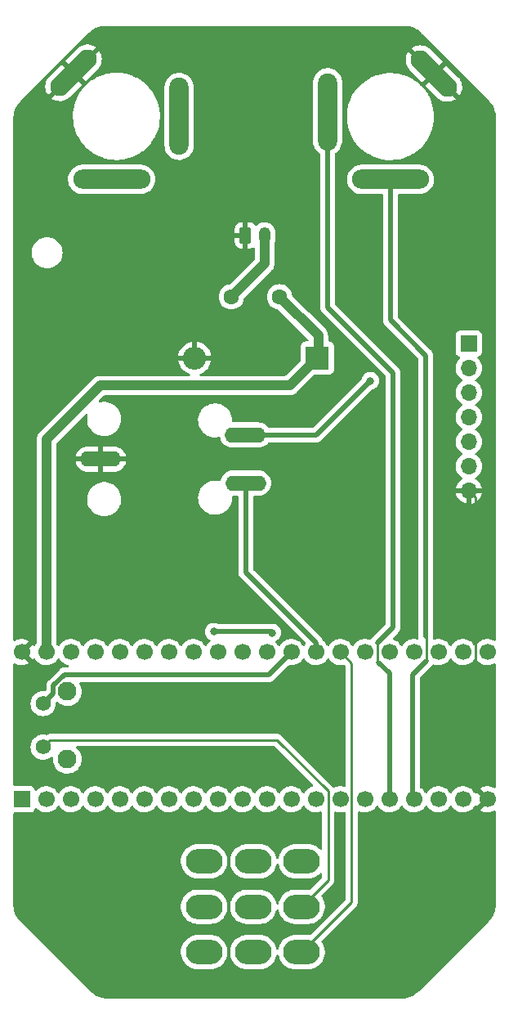
<source format=gtl>
G04 #@! TF.GenerationSoftware,KiCad,Pcbnew,(6.0.11)*
G04 #@! TF.CreationDate,2023-07-08T12:30:26+02:00*
G04 #@! TF.ProjectId,Dohle TankVerb,446f686c-6520-4546-916e-6b566572622e,rev?*
G04 #@! TF.SameCoordinates,Original*
G04 #@! TF.FileFunction,Copper,L1,Top*
G04 #@! TF.FilePolarity,Positive*
%FSLAX46Y46*%
G04 Gerber Fmt 4.6, Leading zero omitted, Abs format (unit mm)*
G04 Created by KiCad (PCBNEW (6.0.11)) date 2023-07-08 12:30:26*
%MOMM*%
%LPD*%
G01*
G04 APERTURE LIST*
G04 Aperture macros list*
%AMRoundRect*
0 Rectangle with rounded corners*
0 $1 Rounding radius*
0 $2 $3 $4 $5 $6 $7 $8 $9 X,Y pos of 4 corners*
0 Add a 4 corners polygon primitive as box body*
4,1,4,$2,$3,$4,$5,$6,$7,$8,$9,$2,$3,0*
0 Add four circle primitives for the rounded corners*
1,1,$1+$1,$2,$3*
1,1,$1+$1,$4,$5*
1,1,$1+$1,$6,$7*
1,1,$1+$1,$8,$9*
0 Add four rect primitives between the rounded corners*
20,1,$1+$1,$2,$3,$4,$5,0*
20,1,$1+$1,$4,$5,$6,$7,0*
20,1,$1+$1,$6,$7,$8,$9,0*
20,1,$1+$1,$8,$9,$2,$3,0*%
%AMHorizOval*
0 Thick line with rounded ends*
0 $1 width*
0 $2 $3 position (X,Y) of the first rounded end (center of the circle)*
0 $4 $5 position (X,Y) of the second rounded end (center of the circle)*
0 Add line between two ends*
20,1,$1,$2,$3,$4,$5,0*
0 Add two circle primitives to create the rounded ends*
1,1,$1,$2,$3*
1,1,$1,$4,$5*%
G04 Aperture macros list end*
G04 #@! TA.AperFunction,ComponentPad*
%ADD10O,4.250000X1.600000*%
G04 #@! TD*
G04 #@! TA.AperFunction,ComponentPad*
%ADD11R,1.700000X1.700000*%
G04 #@! TD*
G04 #@! TA.AperFunction,ComponentPad*
%ADD12O,1.700000X1.700000*%
G04 #@! TD*
G04 #@! TA.AperFunction,ComponentPad*
%ADD13RoundRect,0.250000X-0.350000X-0.625000X0.350000X-0.625000X0.350000X0.625000X-0.350000X0.625000X0*%
G04 #@! TD*
G04 #@! TA.AperFunction,ComponentPad*
%ADD14O,1.200000X1.750000*%
G04 #@! TD*
G04 #@! TA.AperFunction,ComponentPad*
%ADD15C,1.600000*%
G04 #@! TD*
G04 #@! TA.AperFunction,ComponentPad*
%ADD16R,2.400000X2.400000*%
G04 #@! TD*
G04 #@! TA.AperFunction,ComponentPad*
%ADD17O,2.400000X2.400000*%
G04 #@! TD*
G04 #@! TA.AperFunction,ComponentPad*
%ADD18O,3.800000X2.540000*%
G04 #@! TD*
G04 #@! TA.AperFunction,ComponentPad*
%ADD19O,8.000000X2.000000*%
G04 #@! TD*
G04 #@! TA.AperFunction,ComponentPad*
%ADD20HorizOval,2.000000X-1.414214X1.414214X1.414214X-1.414214X0*%
G04 #@! TD*
G04 #@! TA.AperFunction,ComponentPad*
%ADD21O,2.000000X8.000000*%
G04 #@! TD*
G04 #@! TA.AperFunction,ComponentPad*
%ADD22HorizOval,2.000000X-1.414214X-1.414214X1.414214X1.414214X0*%
G04 #@! TD*
G04 #@! TA.AperFunction,ComponentPad*
%ADD23C,1.700000*%
G04 #@! TD*
G04 #@! TA.AperFunction,ComponentPad*
%ADD24C,1.950000*%
G04 #@! TD*
G04 #@! TA.AperFunction,ComponentPad*
%ADD25C,1.575000*%
G04 #@! TD*
G04 #@! TA.AperFunction,ViaPad*
%ADD26C,0.800000*%
G04 #@! TD*
G04 #@! TA.AperFunction,Conductor*
%ADD27C,1.000000*%
G04 #@! TD*
G04 #@! TA.AperFunction,Conductor*
%ADD28C,0.250000*%
G04 #@! TD*
G04 #@! TA.AperFunction,Conductor*
%ADD29C,0.500000*%
G04 #@! TD*
G04 APERTURE END LIST*
D10*
X156434422Y-100558217D03*
X141423108Y-98079634D03*
X156396290Y-95588340D03*
D11*
X179552600Y-86106000D03*
D12*
X179552600Y-88646000D03*
X179552600Y-91186000D03*
X179552600Y-93726000D03*
X179552600Y-96266000D03*
X179552600Y-98806000D03*
X179552600Y-101346000D03*
D13*
X156407919Y-74930000D03*
D14*
X158407919Y-74930000D03*
D15*
X154940000Y-81280000D03*
X159940000Y-81280000D03*
D16*
X163855400Y-87604600D03*
D17*
X151155400Y-87604600D03*
D18*
X162225962Y-139708959D03*
X162225962Y-144410519D03*
X162225962Y-149108959D03*
X157226482Y-139708959D03*
X157226482Y-144410519D03*
X157226482Y-149108959D03*
X152125962Y-139709719D03*
X152125962Y-144411279D03*
X152125962Y-149109719D03*
D19*
X171437559Y-69113936D03*
D20*
X175945800Y-58166000D03*
D21*
X164915057Y-62119877D03*
X149534000Y-62595200D03*
D22*
X138586064Y-58086959D03*
D19*
X142539941Y-69117702D03*
D23*
X133223000Y-118059200D03*
X135763000Y-118059200D03*
X138303000Y-118059200D03*
X140843000Y-118059200D03*
X143383000Y-118059200D03*
X145923000Y-118059200D03*
X148463000Y-118059200D03*
X151003000Y-118059200D03*
X153543000Y-118059200D03*
X156083000Y-118059200D03*
X158623000Y-118059200D03*
X161163000Y-118059200D03*
X163703000Y-118059200D03*
X166243000Y-118059200D03*
X168783000Y-118059200D03*
X171323000Y-118059200D03*
X173863000Y-118059200D03*
X176403000Y-118059200D03*
X178943000Y-118059200D03*
X181483000Y-118059200D03*
X181483000Y-133299200D03*
X178943000Y-133299200D03*
X176403000Y-133299200D03*
X173863000Y-133299200D03*
X171323000Y-133299200D03*
X168783000Y-133299200D03*
X166243000Y-133299200D03*
X163703000Y-133299200D03*
X161163000Y-133299200D03*
X158623000Y-133299200D03*
X156083000Y-133299200D03*
X153543000Y-133299200D03*
X151003000Y-133299200D03*
X148463000Y-133299200D03*
X145923000Y-133299200D03*
X143383000Y-133299200D03*
X140843000Y-133299200D03*
X138303000Y-133299200D03*
X135763000Y-133299200D03*
D11*
X133223000Y-133299200D03*
D24*
X137941000Y-122136400D03*
X137941000Y-129136400D03*
D25*
X135441000Y-123386400D03*
X135441000Y-127886400D03*
D26*
X153114711Y-115951000D03*
X159182889Y-116052600D03*
X169348000Y-89967711D03*
D27*
X163957000Y-87503000D02*
X163855400Y-87604600D01*
X163957000Y-85297000D02*
X163957000Y-87503000D01*
X159940000Y-81280000D02*
X163957000Y-85297000D01*
X135763000Y-96052711D02*
X141348000Y-90467711D01*
X141348000Y-90467711D02*
X160992289Y-90467711D01*
X160992289Y-90467711D02*
X163855400Y-87604600D01*
X135763000Y-118059200D02*
X135763000Y-96052711D01*
D28*
X180238400Y-102031800D02*
X180238400Y-132054600D01*
X179552600Y-101346000D02*
X180238400Y-102031800D01*
X180238400Y-132054600D02*
X181483000Y-133299200D01*
D27*
X154940000Y-81280000D02*
X158407919Y-77812081D01*
X158407919Y-77812081D02*
X158407919Y-74930000D01*
D29*
X153114711Y-115951000D02*
X159081289Y-115951000D01*
X163727371Y-95588340D02*
X167848000Y-91467711D01*
X167848000Y-91467711D02*
X169348000Y-89967711D01*
X156396290Y-95588340D02*
X163727371Y-95588340D01*
X159081289Y-115951000D02*
X159182889Y-116052600D01*
D28*
X164973000Y-141663481D02*
X164973000Y-132461000D01*
X159667165Y-127155165D02*
X136172235Y-127155165D01*
X136172235Y-127155165D02*
X135441000Y-127886400D01*
X164973000Y-132461000D02*
X159667165Y-127155165D01*
X162225962Y-144410519D02*
X164973000Y-141663481D01*
D29*
X135441000Y-123386400D02*
X136516000Y-122311400D01*
X136516000Y-121546145D02*
X137666145Y-120396000D01*
X137666145Y-120396000D02*
X158826200Y-120396000D01*
X136516000Y-122311400D02*
X136516000Y-121546145D01*
X158826200Y-120396000D02*
X161163000Y-118059200D01*
D28*
X167418000Y-143916921D02*
X162225962Y-149108959D01*
X167418000Y-119234200D02*
X167418000Y-143916921D01*
X166243000Y-118059200D02*
X167418000Y-119234200D01*
D29*
X163703000Y-117072711D02*
X163703000Y-118059200D01*
X156434422Y-109804133D02*
X163703000Y-117072711D01*
X156434422Y-100558217D02*
X156434422Y-109804133D01*
X171437559Y-83680559D02*
X171437559Y-69113936D01*
X175103000Y-87346000D02*
X171437559Y-83680559D01*
X173736000Y-133172200D02*
X173863000Y-133299200D01*
X175103000Y-116429000D02*
X175103000Y-87346000D01*
D28*
X175133000Y-116459000D02*
X175133000Y-118999000D01*
D29*
X173736000Y-120396000D02*
X173736000Y-133172200D01*
X175133000Y-118999000D02*
X173736000Y-120396000D01*
X170180000Y-119126000D02*
X171323000Y-120269000D01*
X171704000Y-115473000D02*
X171704000Y-89154000D01*
X171704000Y-89154000D02*
X164915057Y-82365057D01*
X171323000Y-120269000D02*
X171323000Y-133299200D01*
X164915057Y-82365057D02*
X164915057Y-62119877D01*
X170083000Y-117094000D02*
X171704000Y-115473000D01*
D28*
X170083000Y-117094000D02*
X170089439Y-117100439D01*
X170089439Y-117100439D02*
X170089439Y-119035439D01*
X170089439Y-119035439D02*
X170180000Y-119126000D01*
G04 #@! TA.AperFunction,Conductor*
G36*
X180295026Y-118734344D02*
G01*
X180322875Y-118766194D01*
X180382987Y-118864288D01*
X180529250Y-119033138D01*
X180701126Y-119175832D01*
X180894000Y-119288538D01*
X180898825Y-119290380D01*
X180898826Y-119290381D01*
X180934863Y-119304142D01*
X181102692Y-119368230D01*
X181107760Y-119369261D01*
X181107763Y-119369262D01*
X181202720Y-119388581D01*
X181321597Y-119412767D01*
X181326772Y-119412957D01*
X181326774Y-119412957D01*
X181539673Y-119420764D01*
X181539677Y-119420764D01*
X181544837Y-119420953D01*
X181549957Y-119420297D01*
X181549959Y-119420297D01*
X181761288Y-119393225D01*
X181761289Y-119393225D01*
X181766416Y-119392568D01*
X181771376Y-119391080D01*
X181975429Y-119329861D01*
X181975434Y-119329859D01*
X181980384Y-119328374D01*
X182158070Y-119241327D01*
X182228041Y-119229320D01*
X182293399Y-119257050D01*
X182333389Y-119315713D01*
X182339500Y-119354478D01*
X182339500Y-132007276D01*
X182319498Y-132075397D01*
X182265842Y-132121890D01*
X182195568Y-132131994D01*
X182152606Y-132117585D01*
X182046107Y-132058794D01*
X182036705Y-132054569D01*
X181835959Y-131983480D01*
X181825989Y-131980846D01*
X181616327Y-131943501D01*
X181606073Y-131942531D01*
X181393116Y-131939928D01*
X181382832Y-131940648D01*
X181172321Y-131972861D01*
X181162293Y-131975250D01*
X180959868Y-132041412D01*
X180950359Y-132045409D01*
X180761466Y-132143740D01*
X180752734Y-132149239D01*
X180732677Y-132164299D01*
X180724223Y-132175627D01*
X180730968Y-132187958D01*
X181753115Y-133210105D01*
X181787141Y-133272417D01*
X181782076Y-133343232D01*
X181753115Y-133388295D01*
X180729737Y-134411673D01*
X180722977Y-134424053D01*
X180728258Y-134431107D01*
X180889756Y-134525479D01*
X180899042Y-134529929D01*
X181098001Y-134605903D01*
X181107899Y-134608779D01*
X181316595Y-134651238D01*
X181326823Y-134652457D01*
X181539650Y-134660262D01*
X181549936Y-134659795D01*
X181761185Y-134632734D01*
X181771262Y-134630592D01*
X181975255Y-134569391D01*
X181984842Y-134565633D01*
X182158067Y-134480771D01*
X182228041Y-134468764D01*
X182293399Y-134496494D01*
X182333389Y-134555157D01*
X182339500Y-134593922D01*
X182339500Y-144124670D01*
X182338000Y-144144052D01*
X182334309Y-144167761D01*
X182335474Y-144176667D01*
X182335474Y-144176668D01*
X182336662Y-144185753D01*
X182337529Y-144209157D01*
X182334646Y-144260515D01*
X182324236Y-144445935D01*
X182322654Y-144459975D01*
X182296356Y-144614779D01*
X182287643Y-144666069D01*
X182278231Y-144721470D01*
X182275088Y-144735241D01*
X182239344Y-144859320D01*
X182201659Y-144990132D01*
X182196992Y-145003469D01*
X182095489Y-145248525D01*
X182089364Y-145261245D01*
X181961049Y-145493417D01*
X181953547Y-145505357D01*
X181916263Y-145557904D01*
X181800046Y-145721696D01*
X181791236Y-145732743D01*
X181638159Y-145904036D01*
X181618534Y-145921819D01*
X181617776Y-145922373D01*
X181610525Y-145927670D01*
X181605054Y-145934787D01*
X181605050Y-145934791D01*
X181591121Y-145952911D01*
X181580321Y-145965215D01*
X174402027Y-153143510D01*
X174387259Y-153156157D01*
X174367883Y-153170312D01*
X174362409Y-153177433D01*
X174362408Y-153177434D01*
X174356824Y-153184698D01*
X174340888Y-153201858D01*
X174164062Y-153359878D01*
X174153015Y-153368688D01*
X173936686Y-153522180D01*
X173924722Y-153529697D01*
X173692578Y-153657998D01*
X173679847Y-153664129D01*
X173434792Y-153765631D01*
X173421455Y-153770298D01*
X173166574Y-153843726D01*
X173152799Y-153846870D01*
X172891295Y-153891299D01*
X172877265Y-153892879D01*
X172647681Y-153905769D01*
X172621239Y-153904467D01*
X172611642Y-153902973D01*
X172581982Y-153906851D01*
X172580070Y-153907101D01*
X172563735Y-153908164D01*
X142140000Y-153908164D01*
X142120616Y-153906664D01*
X142105782Y-153904354D01*
X142105779Y-153904354D01*
X142096909Y-153902973D01*
X142088007Y-153904137D01*
X142088004Y-153904137D01*
X142078915Y-153905326D01*
X142055516Y-153906192D01*
X141818730Y-153892897D01*
X141804704Y-153891317D01*
X141612156Y-153858604D01*
X141543197Y-153846888D01*
X141529422Y-153843744D01*
X141274538Y-153770316D01*
X141261205Y-153765651D01*
X141016152Y-153664148D01*
X141003423Y-153658018D01*
X140771261Y-153529710D01*
X140759303Y-153522196D01*
X140542975Y-153368705D01*
X140531929Y-153359897D01*
X140360604Y-153206791D01*
X140342823Y-153187169D01*
X140342289Y-153186438D01*
X140342287Y-153186436D01*
X140336992Y-153179188D01*
X140311747Y-153159782D01*
X140299443Y-153148981D01*
X136369061Y-149218598D01*
X149715802Y-149218598D01*
X149751448Y-149480527D01*
X149752757Y-149485017D01*
X149752758Y-149485023D01*
X149766017Y-149530511D01*
X149825419Y-149734309D01*
X149827377Y-149738556D01*
X149827378Y-149738559D01*
X149843431Y-149773380D01*
X149936089Y-149974371D01*
X149938652Y-149978280D01*
X150078461Y-150191524D01*
X150078465Y-150191529D01*
X150081027Y-150195437D01*
X150257048Y-150392652D01*
X150460286Y-150561683D01*
X150686276Y-150698818D01*
X150690584Y-150700624D01*
X150690585Y-150700625D01*
X150925738Y-150799233D01*
X150925743Y-150799235D01*
X150930053Y-150801042D01*
X150934585Y-150802193D01*
X150934588Y-150802194D01*
X150990159Y-150816307D01*
X151186263Y-150866111D01*
X151405818Y-150888219D01*
X152823070Y-150888219D01*
X152825395Y-150888046D01*
X152825401Y-150888046D01*
X153014926Y-150873962D01*
X153014930Y-150873961D01*
X153019578Y-150873616D01*
X153277403Y-150815276D01*
X153283711Y-150812823D01*
X153519420Y-150721161D01*
X153519422Y-150721160D01*
X153523773Y-150719468D01*
X153529159Y-150716390D01*
X153608410Y-150671094D01*
X153753275Y-150588297D01*
X153960868Y-150424644D01*
X154141992Y-150232104D01*
X154165006Y-150198929D01*
X154290004Y-150018745D01*
X154290007Y-150018740D01*
X154292666Y-150014907D01*
X154295108Y-150009956D01*
X154407517Y-149782013D01*
X154407518Y-149782010D01*
X154409582Y-149777825D01*
X154422395Y-149737799D01*
X154488748Y-149530511D01*
X154490171Y-149526066D01*
X154532662Y-149265160D01*
X154536122Y-149000840D01*
X154500476Y-148738911D01*
X154485686Y-148688167D01*
X154467697Y-148626451D01*
X154426505Y-148485129D01*
X154424196Y-148480119D01*
X154317792Y-148249313D01*
X154315835Y-148245067D01*
X154284309Y-148196982D01*
X154173463Y-148027914D01*
X154173459Y-148027909D01*
X154170897Y-148024001D01*
X153994876Y-147826786D01*
X153791638Y-147657755D01*
X153565648Y-147520620D01*
X153561339Y-147518813D01*
X153326186Y-147420205D01*
X153326181Y-147420203D01*
X153321871Y-147418396D01*
X153317339Y-147417245D01*
X153317336Y-147417244D01*
X153189841Y-147384865D01*
X153065661Y-147353327D01*
X152846106Y-147331219D01*
X151428854Y-147331219D01*
X151426529Y-147331392D01*
X151426523Y-147331392D01*
X151236998Y-147345476D01*
X151236994Y-147345477D01*
X151232346Y-147345822D01*
X150974521Y-147404162D01*
X150970169Y-147405854D01*
X150970167Y-147405855D01*
X150732504Y-147498277D01*
X150732502Y-147498278D01*
X150728151Y-147499970D01*
X150724097Y-147502287D01*
X150724095Y-147502288D01*
X150692021Y-147520620D01*
X150498649Y-147631141D01*
X150291056Y-147794794D01*
X150109932Y-147987334D01*
X150107266Y-147991177D01*
X149962448Y-148199933D01*
X149959258Y-148204531D01*
X149957192Y-148208720D01*
X149957191Y-148208722D01*
X149937549Y-148248553D01*
X149842342Y-148441613D01*
X149761753Y-148693372D01*
X149719262Y-148954278D01*
X149715802Y-149218598D01*
X136369061Y-149218598D01*
X133114623Y-145964160D01*
X133101974Y-145949390D01*
X133087822Y-145930017D01*
X133072995Y-145918619D01*
X133056078Y-145902954D01*
X132907026Y-145737128D01*
X132898609Y-145726697D01*
X132895795Y-145722802D01*
X132751235Y-145522755D01*
X132743976Y-145511491D01*
X132619107Y-145293061D01*
X132613083Y-145281088D01*
X132512118Y-145050618D01*
X132507400Y-145038072D01*
X132431488Y-144798181D01*
X132428130Y-144785206D01*
X132378130Y-144538614D01*
X132376169Y-144525355D01*
X132375681Y-144520158D01*
X149715802Y-144520158D01*
X149751448Y-144782087D01*
X149752757Y-144786577D01*
X149752758Y-144786583D01*
X149766017Y-144832071D01*
X149825419Y-145035869D01*
X149827377Y-145040116D01*
X149827378Y-145040119D01*
X149843431Y-145074940D01*
X149936089Y-145275931D01*
X149938652Y-145279840D01*
X150078461Y-145493084D01*
X150078465Y-145493089D01*
X150081027Y-145496997D01*
X150257048Y-145694212D01*
X150302649Y-145732138D01*
X150452025Y-145856372D01*
X150460286Y-145863243D01*
X150686276Y-146000378D01*
X150690584Y-146002184D01*
X150690585Y-146002185D01*
X150925738Y-146100793D01*
X150925743Y-146100795D01*
X150930053Y-146102602D01*
X150934585Y-146103753D01*
X150934588Y-146103754D01*
X150990159Y-146117867D01*
X151186263Y-146167671D01*
X151405818Y-146189779D01*
X152823070Y-146189779D01*
X152825395Y-146189606D01*
X152825401Y-146189606D01*
X153014926Y-146175522D01*
X153014930Y-146175521D01*
X153019578Y-146175176D01*
X153277403Y-146116836D01*
X153283711Y-146114383D01*
X153519420Y-146022721D01*
X153519422Y-146022720D01*
X153523773Y-146021028D01*
X153529159Y-146017950D01*
X153621426Y-145965215D01*
X153753275Y-145889857D01*
X153960868Y-145726204D01*
X154141992Y-145533664D01*
X154149558Y-145522757D01*
X154290004Y-145320305D01*
X154290007Y-145320300D01*
X154292666Y-145316467D01*
X154310113Y-145281088D01*
X154407517Y-145083573D01*
X154407518Y-145083570D01*
X154409582Y-145079385D01*
X154418791Y-145050618D01*
X154488748Y-144832071D01*
X154490171Y-144827626D01*
X154532662Y-144566720D01*
X154535378Y-144359254D01*
X154536061Y-144307077D01*
X154536061Y-144307074D01*
X154536122Y-144302400D01*
X154500476Y-144040471D01*
X154498189Y-144032622D01*
X154457480Y-143892960D01*
X154426505Y-143786689D01*
X154424196Y-143781679D01*
X154317792Y-143550873D01*
X154315835Y-143546627D01*
X154284309Y-143498542D01*
X154173463Y-143329474D01*
X154173459Y-143329469D01*
X154170897Y-143325561D01*
X153994876Y-143128346D01*
X153791638Y-142959315D01*
X153565648Y-142822180D01*
X153561339Y-142820373D01*
X153326186Y-142721765D01*
X153326181Y-142721763D01*
X153321871Y-142719956D01*
X153317339Y-142718805D01*
X153317336Y-142718804D01*
X153189841Y-142686425D01*
X153065661Y-142654887D01*
X152846106Y-142632779D01*
X151428854Y-142632779D01*
X151426529Y-142632952D01*
X151426523Y-142632952D01*
X151236998Y-142647036D01*
X151236994Y-142647037D01*
X151232346Y-142647382D01*
X150974521Y-142705722D01*
X150970169Y-142707414D01*
X150970167Y-142707415D01*
X150732504Y-142799837D01*
X150732502Y-142799838D01*
X150728151Y-142801530D01*
X150724097Y-142803847D01*
X150724095Y-142803848D01*
X150692021Y-142822180D01*
X150498649Y-142932701D01*
X150291056Y-143096354D01*
X150109932Y-143288894D01*
X150107266Y-143292737D01*
X149962448Y-143501493D01*
X149959258Y-143506091D01*
X149957192Y-143510280D01*
X149957191Y-143510282D01*
X149911800Y-143602327D01*
X149842342Y-143743173D01*
X149761753Y-143994932D01*
X149719262Y-144255838D01*
X149717927Y-144357826D01*
X149716774Y-144445935D01*
X149715802Y-144520158D01*
X132375681Y-144520158D01*
X132352646Y-144274849D01*
X132352104Y-144261456D01*
X132354865Y-144045749D01*
X132357905Y-144019807D01*
X132358194Y-144018516D01*
X132360158Y-144009754D01*
X132359455Y-143998778D01*
X132356758Y-143956716D01*
X132356500Y-143948655D01*
X132356500Y-139818598D01*
X149715802Y-139818598D01*
X149751448Y-140080527D01*
X149752757Y-140085017D01*
X149752758Y-140085023D01*
X149766017Y-140130511D01*
X149825419Y-140334309D01*
X149827377Y-140338556D01*
X149827378Y-140338559D01*
X149843431Y-140373380D01*
X149936089Y-140574371D01*
X149938652Y-140578280D01*
X150078461Y-140791524D01*
X150078465Y-140791529D01*
X150081027Y-140795437D01*
X150257048Y-140992652D01*
X150460286Y-141161683D01*
X150686276Y-141298818D01*
X150690584Y-141300624D01*
X150690585Y-141300625D01*
X150925738Y-141399233D01*
X150925743Y-141399235D01*
X150930053Y-141401042D01*
X150934585Y-141402193D01*
X150934588Y-141402194D01*
X150990159Y-141416307D01*
X151186263Y-141466111D01*
X151405818Y-141488219D01*
X152823070Y-141488219D01*
X152825395Y-141488046D01*
X152825401Y-141488046D01*
X153014926Y-141473962D01*
X153014930Y-141473961D01*
X153019578Y-141473616D01*
X153277403Y-141415276D01*
X153283711Y-141412823D01*
X153519420Y-141321161D01*
X153519422Y-141321160D01*
X153523773Y-141319468D01*
X153529159Y-141316390D01*
X153608410Y-141271094D01*
X153753275Y-141188297D01*
X153960868Y-141024644D01*
X154141992Y-140832104D01*
X154165006Y-140798929D01*
X154290004Y-140618745D01*
X154290007Y-140618740D01*
X154292666Y-140614907D01*
X154295108Y-140609956D01*
X154407517Y-140382013D01*
X154407518Y-140382010D01*
X154409582Y-140377825D01*
X154422395Y-140337799D01*
X154488748Y-140130511D01*
X154490171Y-140126066D01*
X154532662Y-139865160D01*
X154536122Y-139600840D01*
X154500476Y-139338911D01*
X154485686Y-139288167D01*
X154467697Y-139226451D01*
X154426505Y-139085129D01*
X154424196Y-139080119D01*
X154317792Y-138849313D01*
X154315835Y-138845067D01*
X154284309Y-138796982D01*
X154173463Y-138627914D01*
X154173459Y-138627909D01*
X154170897Y-138624001D01*
X154055250Y-138494429D01*
X153997993Y-138430278D01*
X153997991Y-138430276D01*
X153994876Y-138426786D01*
X153791638Y-138257755D01*
X153565648Y-138120620D01*
X153561339Y-138118813D01*
X153326186Y-138020205D01*
X153326181Y-138020203D01*
X153321871Y-138018396D01*
X153317339Y-138017245D01*
X153317336Y-138017244D01*
X153189841Y-137984865D01*
X153065661Y-137953327D01*
X152846106Y-137931219D01*
X151428854Y-137931219D01*
X151426529Y-137931392D01*
X151426523Y-137931392D01*
X151236998Y-137945476D01*
X151236994Y-137945477D01*
X151232346Y-137945822D01*
X150974521Y-138004162D01*
X150970169Y-138005854D01*
X150970167Y-138005855D01*
X150732504Y-138098277D01*
X150732502Y-138098278D01*
X150728151Y-138099970D01*
X150724097Y-138102287D01*
X150724095Y-138102288D01*
X150692021Y-138120620D01*
X150498649Y-138231141D01*
X150291056Y-138394794D01*
X150109932Y-138587334D01*
X150107266Y-138591177D01*
X149962448Y-138799933D01*
X149959258Y-138804531D01*
X149957192Y-138808720D01*
X149957191Y-138808722D01*
X149937549Y-138848553D01*
X149842342Y-139041613D01*
X149761753Y-139293372D01*
X149719262Y-139554278D01*
X149715802Y-139818598D01*
X132356500Y-139818598D01*
X132356500Y-134783700D01*
X132376502Y-134715579D01*
X132430158Y-134669086D01*
X132482500Y-134657700D01*
X134121134Y-134657700D01*
X134183316Y-134650945D01*
X134319705Y-134599815D01*
X134436261Y-134512461D01*
X134523615Y-134395905D01*
X134545799Y-134336729D01*
X134567598Y-134278582D01*
X134610240Y-134221818D01*
X134676802Y-134197118D01*
X134746150Y-134212326D01*
X134780817Y-134240314D01*
X134809250Y-134273138D01*
X134981126Y-134415832D01*
X135174000Y-134528538D01*
X135178825Y-134530380D01*
X135178826Y-134530381D01*
X135221724Y-134546762D01*
X135382692Y-134608230D01*
X135387760Y-134609261D01*
X135387763Y-134609262D01*
X135466436Y-134625268D01*
X135601597Y-134652767D01*
X135606772Y-134652957D01*
X135606774Y-134652957D01*
X135819673Y-134660764D01*
X135819677Y-134660764D01*
X135824837Y-134660953D01*
X135829957Y-134660297D01*
X135829959Y-134660297D01*
X136041288Y-134633225D01*
X136041289Y-134633225D01*
X136046416Y-134632568D01*
X136051369Y-134631082D01*
X136255429Y-134569861D01*
X136255434Y-134569859D01*
X136260384Y-134568374D01*
X136460994Y-134470096D01*
X136642860Y-134340373D01*
X136801096Y-134182689D01*
X136931453Y-134001277D01*
X136932776Y-134002228D01*
X136979645Y-133959057D01*
X137049580Y-133946825D01*
X137115026Y-133974344D01*
X137142875Y-134006194D01*
X137202987Y-134104288D01*
X137349250Y-134273138D01*
X137521126Y-134415832D01*
X137714000Y-134528538D01*
X137718825Y-134530380D01*
X137718826Y-134530381D01*
X137761724Y-134546762D01*
X137922692Y-134608230D01*
X137927760Y-134609261D01*
X137927763Y-134609262D01*
X138006436Y-134625268D01*
X138141597Y-134652767D01*
X138146772Y-134652957D01*
X138146774Y-134652957D01*
X138359673Y-134660764D01*
X138359677Y-134660764D01*
X138364837Y-134660953D01*
X138369957Y-134660297D01*
X138369959Y-134660297D01*
X138581288Y-134633225D01*
X138581289Y-134633225D01*
X138586416Y-134632568D01*
X138591369Y-134631082D01*
X138795429Y-134569861D01*
X138795434Y-134569859D01*
X138800384Y-134568374D01*
X139000994Y-134470096D01*
X139182860Y-134340373D01*
X139341096Y-134182689D01*
X139471453Y-134001277D01*
X139472776Y-134002228D01*
X139519645Y-133959057D01*
X139589580Y-133946825D01*
X139655026Y-133974344D01*
X139682875Y-134006194D01*
X139742987Y-134104288D01*
X139889250Y-134273138D01*
X140061126Y-134415832D01*
X140254000Y-134528538D01*
X140258825Y-134530380D01*
X140258826Y-134530381D01*
X140301724Y-134546762D01*
X140462692Y-134608230D01*
X140467760Y-134609261D01*
X140467763Y-134609262D01*
X140546436Y-134625268D01*
X140681597Y-134652767D01*
X140686772Y-134652957D01*
X140686774Y-134652957D01*
X140899673Y-134660764D01*
X140899677Y-134660764D01*
X140904837Y-134660953D01*
X140909957Y-134660297D01*
X140909959Y-134660297D01*
X141121288Y-134633225D01*
X141121289Y-134633225D01*
X141126416Y-134632568D01*
X141131369Y-134631082D01*
X141335429Y-134569861D01*
X141335434Y-134569859D01*
X141340384Y-134568374D01*
X141540994Y-134470096D01*
X141722860Y-134340373D01*
X141881096Y-134182689D01*
X142011453Y-134001277D01*
X142012776Y-134002228D01*
X142059645Y-133959057D01*
X142129580Y-133946825D01*
X142195026Y-133974344D01*
X142222875Y-134006194D01*
X142282987Y-134104288D01*
X142429250Y-134273138D01*
X142601126Y-134415832D01*
X142794000Y-134528538D01*
X142798825Y-134530380D01*
X142798826Y-134530381D01*
X142841724Y-134546762D01*
X143002692Y-134608230D01*
X143007760Y-134609261D01*
X143007763Y-134609262D01*
X143086436Y-134625268D01*
X143221597Y-134652767D01*
X143226772Y-134652957D01*
X143226774Y-134652957D01*
X143439673Y-134660764D01*
X143439677Y-134660764D01*
X143444837Y-134660953D01*
X143449957Y-134660297D01*
X143449959Y-134660297D01*
X143661288Y-134633225D01*
X143661289Y-134633225D01*
X143666416Y-134632568D01*
X143671369Y-134631082D01*
X143875429Y-134569861D01*
X143875434Y-134569859D01*
X143880384Y-134568374D01*
X144080994Y-134470096D01*
X144262860Y-134340373D01*
X144421096Y-134182689D01*
X144551453Y-134001277D01*
X144552776Y-134002228D01*
X144599645Y-133959057D01*
X144669580Y-133946825D01*
X144735026Y-133974344D01*
X144762875Y-134006194D01*
X144822987Y-134104288D01*
X144969250Y-134273138D01*
X145141126Y-134415832D01*
X145334000Y-134528538D01*
X145338825Y-134530380D01*
X145338826Y-134530381D01*
X145381724Y-134546762D01*
X145542692Y-134608230D01*
X145547760Y-134609261D01*
X145547763Y-134609262D01*
X145626436Y-134625268D01*
X145761597Y-134652767D01*
X145766772Y-134652957D01*
X145766774Y-134652957D01*
X145979673Y-134660764D01*
X145979677Y-134660764D01*
X145984837Y-134660953D01*
X145989957Y-134660297D01*
X145989959Y-134660297D01*
X146201288Y-134633225D01*
X146201289Y-134633225D01*
X146206416Y-134632568D01*
X146211369Y-134631082D01*
X146415429Y-134569861D01*
X146415434Y-134569859D01*
X146420384Y-134568374D01*
X146620994Y-134470096D01*
X146802860Y-134340373D01*
X146961096Y-134182689D01*
X147091453Y-134001277D01*
X147092776Y-134002228D01*
X147139645Y-133959057D01*
X147209580Y-133946825D01*
X147275026Y-133974344D01*
X147302875Y-134006194D01*
X147362987Y-134104288D01*
X147509250Y-134273138D01*
X147681126Y-134415832D01*
X147874000Y-134528538D01*
X147878825Y-134530380D01*
X147878826Y-134530381D01*
X147921724Y-134546762D01*
X148082692Y-134608230D01*
X148087760Y-134609261D01*
X148087763Y-134609262D01*
X148166436Y-134625268D01*
X148301597Y-134652767D01*
X148306772Y-134652957D01*
X148306774Y-134652957D01*
X148519673Y-134660764D01*
X148519677Y-134660764D01*
X148524837Y-134660953D01*
X148529957Y-134660297D01*
X148529959Y-134660297D01*
X148741288Y-134633225D01*
X148741289Y-134633225D01*
X148746416Y-134632568D01*
X148751369Y-134631082D01*
X148955429Y-134569861D01*
X148955434Y-134569859D01*
X148960384Y-134568374D01*
X149160994Y-134470096D01*
X149342860Y-134340373D01*
X149501096Y-134182689D01*
X149631453Y-134001277D01*
X149632776Y-134002228D01*
X149679645Y-133959057D01*
X149749580Y-133946825D01*
X149815026Y-133974344D01*
X149842875Y-134006194D01*
X149902987Y-134104288D01*
X150049250Y-134273138D01*
X150221126Y-134415832D01*
X150414000Y-134528538D01*
X150418825Y-134530380D01*
X150418826Y-134530381D01*
X150461724Y-134546762D01*
X150622692Y-134608230D01*
X150627760Y-134609261D01*
X150627763Y-134609262D01*
X150706436Y-134625268D01*
X150841597Y-134652767D01*
X150846772Y-134652957D01*
X150846774Y-134652957D01*
X151059673Y-134660764D01*
X151059677Y-134660764D01*
X151064837Y-134660953D01*
X151069957Y-134660297D01*
X151069959Y-134660297D01*
X151281288Y-134633225D01*
X151281289Y-134633225D01*
X151286416Y-134632568D01*
X151291369Y-134631082D01*
X151495429Y-134569861D01*
X151495434Y-134569859D01*
X151500384Y-134568374D01*
X151700994Y-134470096D01*
X151882860Y-134340373D01*
X152041096Y-134182689D01*
X152171453Y-134001277D01*
X152172776Y-134002228D01*
X152219645Y-133959057D01*
X152289580Y-133946825D01*
X152355026Y-133974344D01*
X152382875Y-134006194D01*
X152442987Y-134104288D01*
X152589250Y-134273138D01*
X152761126Y-134415832D01*
X152954000Y-134528538D01*
X152958825Y-134530380D01*
X152958826Y-134530381D01*
X153001724Y-134546762D01*
X153162692Y-134608230D01*
X153167760Y-134609261D01*
X153167763Y-134609262D01*
X153246436Y-134625268D01*
X153381597Y-134652767D01*
X153386772Y-134652957D01*
X153386774Y-134652957D01*
X153599673Y-134660764D01*
X153599677Y-134660764D01*
X153604837Y-134660953D01*
X153609957Y-134660297D01*
X153609959Y-134660297D01*
X153821288Y-134633225D01*
X153821289Y-134633225D01*
X153826416Y-134632568D01*
X153831369Y-134631082D01*
X154035429Y-134569861D01*
X154035434Y-134569859D01*
X154040384Y-134568374D01*
X154240994Y-134470096D01*
X154422860Y-134340373D01*
X154581096Y-134182689D01*
X154711453Y-134001277D01*
X154712776Y-134002228D01*
X154759645Y-133959057D01*
X154829580Y-133946825D01*
X154895026Y-133974344D01*
X154922875Y-134006194D01*
X154982987Y-134104288D01*
X155129250Y-134273138D01*
X155301126Y-134415832D01*
X155494000Y-134528538D01*
X155498825Y-134530380D01*
X155498826Y-134530381D01*
X155541724Y-134546762D01*
X155702692Y-134608230D01*
X155707760Y-134609261D01*
X155707763Y-134609262D01*
X155786436Y-134625268D01*
X155921597Y-134652767D01*
X155926772Y-134652957D01*
X155926774Y-134652957D01*
X156139673Y-134660764D01*
X156139677Y-134660764D01*
X156144837Y-134660953D01*
X156149957Y-134660297D01*
X156149959Y-134660297D01*
X156361288Y-134633225D01*
X156361289Y-134633225D01*
X156366416Y-134632568D01*
X156371369Y-134631082D01*
X156575429Y-134569861D01*
X156575434Y-134569859D01*
X156580384Y-134568374D01*
X156780994Y-134470096D01*
X156962860Y-134340373D01*
X157121096Y-134182689D01*
X157251453Y-134001277D01*
X157252776Y-134002228D01*
X157299645Y-133959057D01*
X157369580Y-133946825D01*
X157435026Y-133974344D01*
X157462875Y-134006194D01*
X157522987Y-134104288D01*
X157669250Y-134273138D01*
X157841126Y-134415832D01*
X158034000Y-134528538D01*
X158038825Y-134530380D01*
X158038826Y-134530381D01*
X158081724Y-134546762D01*
X158242692Y-134608230D01*
X158247760Y-134609261D01*
X158247763Y-134609262D01*
X158326436Y-134625268D01*
X158461597Y-134652767D01*
X158466772Y-134652957D01*
X158466774Y-134652957D01*
X158679673Y-134660764D01*
X158679677Y-134660764D01*
X158684837Y-134660953D01*
X158689957Y-134660297D01*
X158689959Y-134660297D01*
X158901288Y-134633225D01*
X158901289Y-134633225D01*
X158906416Y-134632568D01*
X158911369Y-134631082D01*
X159115429Y-134569861D01*
X159115434Y-134569859D01*
X159120384Y-134568374D01*
X159320994Y-134470096D01*
X159502860Y-134340373D01*
X159661096Y-134182689D01*
X159791453Y-134001277D01*
X159792776Y-134002228D01*
X159839645Y-133959057D01*
X159909580Y-133946825D01*
X159975026Y-133974344D01*
X160002875Y-134006194D01*
X160062987Y-134104288D01*
X160209250Y-134273138D01*
X160381126Y-134415832D01*
X160574000Y-134528538D01*
X160578825Y-134530380D01*
X160578826Y-134530381D01*
X160621724Y-134546762D01*
X160782692Y-134608230D01*
X160787760Y-134609261D01*
X160787763Y-134609262D01*
X160866436Y-134625268D01*
X161001597Y-134652767D01*
X161006772Y-134652957D01*
X161006774Y-134652957D01*
X161219673Y-134660764D01*
X161219677Y-134660764D01*
X161224837Y-134660953D01*
X161229957Y-134660297D01*
X161229959Y-134660297D01*
X161441288Y-134633225D01*
X161441289Y-134633225D01*
X161446416Y-134632568D01*
X161451369Y-134631082D01*
X161655429Y-134569861D01*
X161655434Y-134569859D01*
X161660384Y-134568374D01*
X161860994Y-134470096D01*
X162042860Y-134340373D01*
X162201096Y-134182689D01*
X162331453Y-134001277D01*
X162332776Y-134002228D01*
X162379645Y-133959057D01*
X162449580Y-133946825D01*
X162515026Y-133974344D01*
X162542875Y-134006194D01*
X162602987Y-134104288D01*
X162749250Y-134273138D01*
X162921126Y-134415832D01*
X163114000Y-134528538D01*
X163118825Y-134530380D01*
X163118826Y-134530381D01*
X163161724Y-134546762D01*
X163322692Y-134608230D01*
X163327760Y-134609261D01*
X163327763Y-134609262D01*
X163406436Y-134625268D01*
X163541597Y-134652767D01*
X163546772Y-134652957D01*
X163546774Y-134652957D01*
X163759673Y-134660764D01*
X163759677Y-134660764D01*
X163764837Y-134660953D01*
X163769957Y-134660297D01*
X163769959Y-134660297D01*
X163981288Y-134633225D01*
X163981289Y-134633225D01*
X163986416Y-134632568D01*
X163993003Y-134630592D01*
X164177292Y-134575302D01*
X164248288Y-134574885D01*
X164308238Y-134612918D01*
X164338110Y-134677324D01*
X164339500Y-134695988D01*
X164339500Y-138369711D01*
X164319498Y-138437832D01*
X164265842Y-138484325D01*
X164195568Y-138494429D01*
X164130988Y-138464935D01*
X164119500Y-138453615D01*
X164094876Y-138426026D01*
X163891638Y-138256995D01*
X163665648Y-138119860D01*
X163661339Y-138118053D01*
X163426186Y-138019445D01*
X163426181Y-138019443D01*
X163421871Y-138017636D01*
X163417339Y-138016485D01*
X163417336Y-138016484D01*
X163173193Y-137954480D01*
X163165661Y-137952567D01*
X162946106Y-137930459D01*
X161528854Y-137930459D01*
X161526529Y-137930632D01*
X161526523Y-137930632D01*
X161336998Y-137944716D01*
X161336994Y-137944717D01*
X161332346Y-137945062D01*
X161074521Y-138003402D01*
X161070169Y-138005094D01*
X161070167Y-138005095D01*
X160832504Y-138097517D01*
X160832502Y-138097518D01*
X160828151Y-138099210D01*
X160824097Y-138101527D01*
X160824095Y-138101528D01*
X160743514Y-138147584D01*
X160598649Y-138230381D01*
X160391056Y-138394034D01*
X160209932Y-138586574D01*
X160207266Y-138590417D01*
X160181254Y-138627914D01*
X160059258Y-138803771D01*
X160057192Y-138807960D01*
X160057191Y-138807962D01*
X160041196Y-138840398D01*
X159942342Y-139040853D01*
X159940920Y-139045296D01*
X159940919Y-139045298D01*
X159928412Y-139084369D01*
X159861753Y-139292612D01*
X159861004Y-139297213D01*
X159861003Y-139297216D01*
X159851845Y-139353450D01*
X159821153Y-139417469D01*
X159760721Y-139454733D01*
X159689737Y-139453409D01*
X159630737Y-139413919D01*
X159602634Y-139350187D01*
X159602598Y-139349923D01*
X159600996Y-139338151D01*
X159589065Y-139297216D01*
X159528556Y-139089622D01*
X159527025Y-139084369D01*
X159509364Y-139046058D01*
X159483478Y-138989909D01*
X159416355Y-138844307D01*
X159274481Y-138627914D01*
X159273983Y-138627154D01*
X159273979Y-138627149D01*
X159271417Y-138623241D01*
X159095396Y-138426026D01*
X158892158Y-138256995D01*
X158666168Y-138119860D01*
X158661859Y-138118053D01*
X158426706Y-138019445D01*
X158426701Y-138019443D01*
X158422391Y-138017636D01*
X158417859Y-138016485D01*
X158417856Y-138016484D01*
X158173713Y-137954480D01*
X158166181Y-137952567D01*
X157946626Y-137930459D01*
X156529374Y-137930459D01*
X156527049Y-137930632D01*
X156527043Y-137930632D01*
X156337518Y-137944716D01*
X156337514Y-137944717D01*
X156332866Y-137945062D01*
X156075041Y-138003402D01*
X156070689Y-138005094D01*
X156070687Y-138005095D01*
X155833024Y-138097517D01*
X155833022Y-138097518D01*
X155828671Y-138099210D01*
X155824617Y-138101527D01*
X155824615Y-138101528D01*
X155744034Y-138147584D01*
X155599169Y-138230381D01*
X155391576Y-138394034D01*
X155210452Y-138586574D01*
X155207786Y-138590417D01*
X155181774Y-138627914D01*
X155059778Y-138803771D01*
X155057712Y-138807960D01*
X155057711Y-138807962D01*
X155041716Y-138840398D01*
X154942862Y-139040853D01*
X154941440Y-139045296D01*
X154941439Y-139045298D01*
X154928932Y-139084369D01*
X154862273Y-139292612D01*
X154819782Y-139553518D01*
X154816322Y-139817838D01*
X154851968Y-140079767D01*
X154853277Y-140084257D01*
X154853278Y-140084263D01*
X154884747Y-140192227D01*
X154925939Y-140333549D01*
X154927897Y-140337796D01*
X154927898Y-140337799D01*
X154943951Y-140372620D01*
X155036609Y-140573611D01*
X155039172Y-140577520D01*
X155178981Y-140790764D01*
X155178985Y-140790769D01*
X155181547Y-140794677D01*
X155357568Y-140991892D01*
X155560806Y-141160923D01*
X155786796Y-141298058D01*
X155791104Y-141299864D01*
X155791105Y-141299865D01*
X156026258Y-141398473D01*
X156026263Y-141398475D01*
X156030573Y-141400282D01*
X156035105Y-141401433D01*
X156035108Y-141401434D01*
X156162603Y-141433813D01*
X156286783Y-141465351D01*
X156506338Y-141487459D01*
X157923590Y-141487459D01*
X157925915Y-141487286D01*
X157925921Y-141487286D01*
X158115446Y-141473202D01*
X158115450Y-141473201D01*
X158120098Y-141472856D01*
X158377923Y-141414516D01*
X158409609Y-141402194D01*
X158619940Y-141320401D01*
X158619942Y-141320400D01*
X158624293Y-141318708D01*
X158657262Y-141299865D01*
X158708930Y-141270334D01*
X158853795Y-141187537D01*
X159061388Y-141023884D01*
X159242512Y-140831344D01*
X159265526Y-140798169D01*
X159390524Y-140617985D01*
X159390527Y-140617980D01*
X159393186Y-140614147D01*
X159410874Y-140578280D01*
X159508037Y-140381253D01*
X159508038Y-140381250D01*
X159510102Y-140377065D01*
X159590691Y-140125306D01*
X159597252Y-140085023D01*
X159600599Y-140064468D01*
X159631291Y-140000449D01*
X159691723Y-139963185D01*
X159762707Y-139964509D01*
X159821707Y-140003999D01*
X159849810Y-140067731D01*
X159851448Y-140079767D01*
X159852757Y-140084257D01*
X159852758Y-140084263D01*
X159884227Y-140192227D01*
X159925419Y-140333549D01*
X159927377Y-140337796D01*
X159927378Y-140337799D01*
X159943431Y-140372620D01*
X160036089Y-140573611D01*
X160038652Y-140577520D01*
X160178461Y-140790764D01*
X160178465Y-140790769D01*
X160181027Y-140794677D01*
X160357048Y-140991892D01*
X160560286Y-141160923D01*
X160786276Y-141298058D01*
X160790584Y-141299864D01*
X160790585Y-141299865D01*
X161025738Y-141398473D01*
X161025743Y-141398475D01*
X161030053Y-141400282D01*
X161034585Y-141401433D01*
X161034588Y-141401434D01*
X161162083Y-141433813D01*
X161286263Y-141465351D01*
X161505818Y-141487459D01*
X162923070Y-141487459D01*
X162925395Y-141487286D01*
X162925401Y-141487286D01*
X163114926Y-141473202D01*
X163114930Y-141473201D01*
X163119578Y-141472856D01*
X163377403Y-141414516D01*
X163409089Y-141402194D01*
X163619420Y-141320401D01*
X163619422Y-141320400D01*
X163623773Y-141318708D01*
X163656742Y-141299865D01*
X163708410Y-141270334D01*
X163853275Y-141187537D01*
X164060868Y-141023884D01*
X164121726Y-140959191D01*
X164182969Y-140923279D01*
X164253907Y-140926179D01*
X164312015Y-140966970D01*
X164338846Y-141032701D01*
X164339500Y-141045524D01*
X164339500Y-141348886D01*
X164319498Y-141417007D01*
X164302595Y-141437981D01*
X163135954Y-142604622D01*
X163073642Y-142638648D01*
X163034237Y-142640893D01*
X162985551Y-142635991D01*
X162949245Y-142632335D01*
X162949244Y-142632335D01*
X162946106Y-142632019D01*
X161528854Y-142632019D01*
X161526529Y-142632192D01*
X161526523Y-142632192D01*
X161336998Y-142646276D01*
X161336994Y-142646277D01*
X161332346Y-142646622D01*
X161074521Y-142704962D01*
X161070169Y-142706654D01*
X161070167Y-142706655D01*
X160832504Y-142799077D01*
X160832502Y-142799078D01*
X160828151Y-142800770D01*
X160824097Y-142803087D01*
X160824095Y-142803088D01*
X160743514Y-142849144D01*
X160598649Y-142931941D01*
X160391056Y-143095594D01*
X160209932Y-143288134D01*
X160207266Y-143291977D01*
X160181254Y-143329474D01*
X160059258Y-143505331D01*
X160057192Y-143509520D01*
X160057191Y-143509522D01*
X159985688Y-143654517D01*
X159942342Y-143742413D01*
X159940920Y-143746856D01*
X159940919Y-143746858D01*
X159928412Y-143785929D01*
X159861753Y-143994172D01*
X159861004Y-143998773D01*
X159861003Y-143998776D01*
X159851845Y-144055010D01*
X159821153Y-144119029D01*
X159760721Y-144156293D01*
X159689737Y-144154969D01*
X159630737Y-144115479D01*
X159602634Y-144051747D01*
X159602586Y-144051397D01*
X159600996Y-144039711D01*
X159595195Y-144019807D01*
X159556498Y-143887046D01*
X159527025Y-143785929D01*
X159509364Y-143747618D01*
X159442383Y-143602327D01*
X159416355Y-143545867D01*
X159274481Y-143329474D01*
X159273983Y-143328714D01*
X159273979Y-143328709D01*
X159271417Y-143324801D01*
X159095396Y-143127586D01*
X158892158Y-142958555D01*
X158666168Y-142821420D01*
X158661859Y-142819613D01*
X158426706Y-142721005D01*
X158426701Y-142721003D01*
X158422391Y-142719196D01*
X158417859Y-142718045D01*
X158417856Y-142718044D01*
X158173713Y-142656040D01*
X158166181Y-142654127D01*
X157946626Y-142632019D01*
X156529374Y-142632019D01*
X156527049Y-142632192D01*
X156527043Y-142632192D01*
X156337518Y-142646276D01*
X156337514Y-142646277D01*
X156332866Y-142646622D01*
X156075041Y-142704962D01*
X156070689Y-142706654D01*
X156070687Y-142706655D01*
X155833024Y-142799077D01*
X155833022Y-142799078D01*
X155828671Y-142800770D01*
X155824617Y-142803087D01*
X155824615Y-142803088D01*
X155744034Y-142849144D01*
X155599169Y-142931941D01*
X155391576Y-143095594D01*
X155210452Y-143288134D01*
X155207786Y-143291977D01*
X155181774Y-143329474D01*
X155059778Y-143505331D01*
X155057712Y-143509520D01*
X155057711Y-143509522D01*
X154986208Y-143654517D01*
X154942862Y-143742413D01*
X154941440Y-143746856D01*
X154941439Y-143746858D01*
X154928932Y-143785929D01*
X154862273Y-143994172D01*
X154844657Y-144102341D01*
X154832985Y-144174011D01*
X154819782Y-144255078D01*
X154816322Y-144519398D01*
X154851968Y-144781327D01*
X154853277Y-144785817D01*
X154853278Y-144785823D01*
X154874701Y-144859320D01*
X154925939Y-145035109D01*
X154927897Y-145039356D01*
X154927898Y-145039359D01*
X154943951Y-145074180D01*
X155036609Y-145275171D01*
X155044516Y-145287231D01*
X155178981Y-145492324D01*
X155178985Y-145492329D01*
X155181547Y-145496237D01*
X155357568Y-145693452D01*
X155560806Y-145862483D01*
X155786796Y-145999618D01*
X155791104Y-146001424D01*
X155791105Y-146001425D01*
X156026258Y-146100033D01*
X156026263Y-146100035D01*
X156030573Y-146101842D01*
X156035105Y-146102993D01*
X156035108Y-146102994D01*
X156124148Y-146125607D01*
X156286783Y-146166911D01*
X156506338Y-146189019D01*
X157923590Y-146189019D01*
X157925915Y-146188846D01*
X157925921Y-146188846D01*
X158115446Y-146174762D01*
X158115450Y-146174761D01*
X158120098Y-146174416D01*
X158377923Y-146116076D01*
X158409609Y-146103754D01*
X158619940Y-146021961D01*
X158619942Y-146021960D01*
X158624293Y-146020268D01*
X158657262Y-146001425D01*
X158748304Y-145949390D01*
X158853795Y-145889097D01*
X159061388Y-145725444D01*
X159242512Y-145532904D01*
X159265617Y-145499598D01*
X159390524Y-145319545D01*
X159390527Y-145319540D01*
X159393186Y-145315707D01*
X159410874Y-145279840D01*
X159508037Y-145082813D01*
X159508038Y-145082810D01*
X159510102Y-145078625D01*
X159590691Y-144826866D01*
X159597252Y-144786583D01*
X159600599Y-144766028D01*
X159631291Y-144702009D01*
X159691723Y-144664745D01*
X159762707Y-144666069D01*
X159821707Y-144705559D01*
X159849810Y-144769291D01*
X159851448Y-144781327D01*
X159852757Y-144785817D01*
X159852758Y-144785823D01*
X159874181Y-144859320D01*
X159925419Y-145035109D01*
X159927377Y-145039356D01*
X159927378Y-145039359D01*
X159943431Y-145074180D01*
X160036089Y-145275171D01*
X160043996Y-145287231D01*
X160178461Y-145492324D01*
X160178465Y-145492329D01*
X160181027Y-145496237D01*
X160357048Y-145693452D01*
X160560286Y-145862483D01*
X160786276Y-145999618D01*
X160790584Y-146001424D01*
X160790585Y-146001425D01*
X161025738Y-146100033D01*
X161025743Y-146100035D01*
X161030053Y-146101842D01*
X161034585Y-146102993D01*
X161034588Y-146102994D01*
X161123628Y-146125607D01*
X161286263Y-146166911D01*
X161505818Y-146189019D01*
X162923070Y-146189019D01*
X162925395Y-146188846D01*
X162925401Y-146188846D01*
X163114926Y-146174762D01*
X163114930Y-146174761D01*
X163119578Y-146174416D01*
X163377403Y-146116076D01*
X163409089Y-146103754D01*
X163619420Y-146021961D01*
X163619422Y-146021960D01*
X163623773Y-146020268D01*
X163656742Y-146001425D01*
X163747784Y-145949390D01*
X163853275Y-145889097D01*
X164060868Y-145725444D01*
X164241992Y-145532904D01*
X164265097Y-145499598D01*
X164390004Y-145319545D01*
X164390007Y-145319540D01*
X164392666Y-145315707D01*
X164410354Y-145279840D01*
X164507517Y-145082813D01*
X164507518Y-145082810D01*
X164509582Y-145078625D01*
X164590171Y-144826866D01*
X164632662Y-144565960D01*
X164635405Y-144356412D01*
X164636061Y-144306317D01*
X164636061Y-144306314D01*
X164636122Y-144301640D01*
X164600476Y-144039711D01*
X164594675Y-144019807D01*
X164555978Y-143887046D01*
X164526505Y-143785929D01*
X164508844Y-143747618D01*
X164441863Y-143602327D01*
X164415835Y-143545867D01*
X164302019Y-143372269D01*
X164281396Y-143304334D01*
X164300776Y-143236033D01*
X164318296Y-143214089D01*
X165365247Y-142167138D01*
X165373537Y-142159594D01*
X165380018Y-142155481D01*
X165426659Y-142105813D01*
X165429413Y-142102972D01*
X165449134Y-142083251D01*
X165451612Y-142080056D01*
X165459318Y-142071034D01*
X165484158Y-142044582D01*
X165489586Y-142038802D01*
X165499346Y-142021049D01*
X165510199Y-142004526D01*
X165517753Y-141994787D01*
X165522613Y-141988522D01*
X165540176Y-141947938D01*
X165545383Y-141937308D01*
X165566695Y-141898541D01*
X165568666Y-141890864D01*
X165568668Y-141890859D01*
X165571732Y-141878923D01*
X165578138Y-141860211D01*
X165583034Y-141848898D01*
X165586181Y-141841626D01*
X165593097Y-141797962D01*
X165595504Y-141786341D01*
X165604528Y-141751192D01*
X165604528Y-141751191D01*
X165606500Y-141743511D01*
X165606500Y-141723250D01*
X165608051Y-141703539D01*
X165609979Y-141691366D01*
X165611219Y-141683538D01*
X165607059Y-141639527D01*
X165606500Y-141627670D01*
X165606500Y-134693389D01*
X165626502Y-134625268D01*
X165680158Y-134578775D01*
X165750432Y-134568671D01*
X165777449Y-134575679D01*
X165785557Y-134578775D01*
X165862692Y-134608230D01*
X165867760Y-134609261D01*
X165867763Y-134609262D01*
X165946436Y-134625268D01*
X166081597Y-134652767D01*
X166086772Y-134652957D01*
X166086774Y-134652957D01*
X166299673Y-134660764D01*
X166299677Y-134660764D01*
X166304837Y-134660953D01*
X166309957Y-134660297D01*
X166309959Y-134660297D01*
X166521288Y-134633225D01*
X166521289Y-134633225D01*
X166526416Y-134632568D01*
X166531367Y-134631083D01*
X166531370Y-134631082D01*
X166622293Y-134603804D01*
X166693288Y-134603388D01*
X166753239Y-134641420D01*
X166783110Y-134705827D01*
X166784500Y-134724490D01*
X166784500Y-143602327D01*
X166764498Y-143670448D01*
X166747595Y-143691422D01*
X163135954Y-147303062D01*
X163073642Y-147337088D01*
X163034237Y-147339333D01*
X162985551Y-147334431D01*
X162949245Y-147330775D01*
X162949244Y-147330775D01*
X162946106Y-147330459D01*
X161528854Y-147330459D01*
X161526529Y-147330632D01*
X161526523Y-147330632D01*
X161336998Y-147344716D01*
X161336994Y-147344717D01*
X161332346Y-147345062D01*
X161074521Y-147403402D01*
X161070169Y-147405094D01*
X161070167Y-147405095D01*
X160832504Y-147497517D01*
X160832502Y-147497518D01*
X160828151Y-147499210D01*
X160824097Y-147501527D01*
X160824095Y-147501528D01*
X160743514Y-147547584D01*
X160598649Y-147630381D01*
X160391056Y-147794034D01*
X160209932Y-147986574D01*
X160207266Y-147990417D01*
X160181254Y-148027914D01*
X160059258Y-148203771D01*
X160057192Y-148207960D01*
X160057191Y-148207962D01*
X160041196Y-148240398D01*
X159942342Y-148440853D01*
X159940920Y-148445296D01*
X159940919Y-148445298D01*
X159928412Y-148484369D01*
X159861753Y-148692612D01*
X159861004Y-148697213D01*
X159861003Y-148697216D01*
X159851845Y-148753450D01*
X159821153Y-148817469D01*
X159760721Y-148854733D01*
X159689737Y-148853409D01*
X159630737Y-148813919D01*
X159602634Y-148750187D01*
X159602598Y-148749923D01*
X159600996Y-148738151D01*
X159589065Y-148697216D01*
X159528556Y-148489622D01*
X159527025Y-148484369D01*
X159509364Y-148446058D01*
X159483478Y-148389909D01*
X159416355Y-148244307D01*
X159274481Y-148027914D01*
X159273983Y-148027154D01*
X159273979Y-148027149D01*
X159271417Y-148023241D01*
X159095396Y-147826026D01*
X158892158Y-147656995D01*
X158666168Y-147519860D01*
X158661859Y-147518053D01*
X158426706Y-147419445D01*
X158426701Y-147419443D01*
X158422391Y-147417636D01*
X158417859Y-147416485D01*
X158417856Y-147416484D01*
X158173713Y-147354480D01*
X158166181Y-147352567D01*
X157946626Y-147330459D01*
X156529374Y-147330459D01*
X156527049Y-147330632D01*
X156527043Y-147330632D01*
X156337518Y-147344716D01*
X156337514Y-147344717D01*
X156332866Y-147345062D01*
X156075041Y-147403402D01*
X156070689Y-147405094D01*
X156070687Y-147405095D01*
X155833024Y-147497517D01*
X155833022Y-147497518D01*
X155828671Y-147499210D01*
X155824617Y-147501527D01*
X155824615Y-147501528D01*
X155744034Y-147547584D01*
X155599169Y-147630381D01*
X155391576Y-147794034D01*
X155210452Y-147986574D01*
X155207786Y-147990417D01*
X155181774Y-148027914D01*
X155059778Y-148203771D01*
X155057712Y-148207960D01*
X155057711Y-148207962D01*
X155041716Y-148240398D01*
X154942862Y-148440853D01*
X154941440Y-148445296D01*
X154941439Y-148445298D01*
X154928932Y-148484369D01*
X154862273Y-148692612D01*
X154819782Y-148953518D01*
X154816322Y-149217838D01*
X154851968Y-149479767D01*
X154853277Y-149484257D01*
X154853278Y-149484263D01*
X154884747Y-149592227D01*
X154925939Y-149733549D01*
X154927897Y-149737796D01*
X154927898Y-149737799D01*
X154943951Y-149772620D01*
X155036609Y-149973611D01*
X155039172Y-149977520D01*
X155178981Y-150190764D01*
X155178985Y-150190769D01*
X155181547Y-150194677D01*
X155357568Y-150391892D01*
X155560806Y-150560923D01*
X155786796Y-150698058D01*
X155791104Y-150699864D01*
X155791105Y-150699865D01*
X156026258Y-150798473D01*
X156026263Y-150798475D01*
X156030573Y-150800282D01*
X156035105Y-150801433D01*
X156035108Y-150801434D01*
X156162603Y-150833813D01*
X156286783Y-150865351D01*
X156506338Y-150887459D01*
X157923590Y-150887459D01*
X157925915Y-150887286D01*
X157925921Y-150887286D01*
X158115446Y-150873202D01*
X158115450Y-150873201D01*
X158120098Y-150872856D01*
X158377923Y-150814516D01*
X158409609Y-150802194D01*
X158619940Y-150720401D01*
X158619942Y-150720400D01*
X158624293Y-150718708D01*
X158657262Y-150699865D01*
X158708930Y-150670334D01*
X158853795Y-150587537D01*
X159061388Y-150423884D01*
X159242512Y-150231344D01*
X159265526Y-150198169D01*
X159390524Y-150017985D01*
X159390527Y-150017980D01*
X159393186Y-150014147D01*
X159410874Y-149978280D01*
X159508037Y-149781253D01*
X159508038Y-149781250D01*
X159510102Y-149777065D01*
X159590691Y-149525306D01*
X159597252Y-149485023D01*
X159600599Y-149464468D01*
X159631291Y-149400449D01*
X159691723Y-149363185D01*
X159762707Y-149364509D01*
X159821707Y-149403999D01*
X159849810Y-149467731D01*
X159851448Y-149479767D01*
X159852757Y-149484257D01*
X159852758Y-149484263D01*
X159884227Y-149592227D01*
X159925419Y-149733549D01*
X159927377Y-149737796D01*
X159927378Y-149737799D01*
X159943431Y-149772620D01*
X160036089Y-149973611D01*
X160038652Y-149977520D01*
X160178461Y-150190764D01*
X160178465Y-150190769D01*
X160181027Y-150194677D01*
X160357048Y-150391892D01*
X160560286Y-150560923D01*
X160786276Y-150698058D01*
X160790584Y-150699864D01*
X160790585Y-150699865D01*
X161025738Y-150798473D01*
X161025743Y-150798475D01*
X161030053Y-150800282D01*
X161034585Y-150801433D01*
X161034588Y-150801434D01*
X161162083Y-150833813D01*
X161286263Y-150865351D01*
X161505818Y-150887459D01*
X162923070Y-150887459D01*
X162925395Y-150887286D01*
X162925401Y-150887286D01*
X163114926Y-150873202D01*
X163114930Y-150873201D01*
X163119578Y-150872856D01*
X163377403Y-150814516D01*
X163409089Y-150802194D01*
X163619420Y-150720401D01*
X163619422Y-150720400D01*
X163623773Y-150718708D01*
X163656742Y-150699865D01*
X163708410Y-150670334D01*
X163853275Y-150587537D01*
X164060868Y-150423884D01*
X164241992Y-150231344D01*
X164265006Y-150198169D01*
X164390004Y-150017985D01*
X164390007Y-150017980D01*
X164392666Y-150014147D01*
X164410354Y-149978280D01*
X164507517Y-149781253D01*
X164507518Y-149781250D01*
X164509582Y-149777065D01*
X164590171Y-149525306D01*
X164632662Y-149264400D01*
X164636122Y-149000080D01*
X164600476Y-148738151D01*
X164588545Y-148697216D01*
X164528036Y-148489622D01*
X164526505Y-148484369D01*
X164508844Y-148446058D01*
X164482958Y-148389909D01*
X164415835Y-148244307D01*
X164302019Y-148070709D01*
X164281396Y-148002774D01*
X164300776Y-147934473D01*
X164318296Y-147912529D01*
X167810247Y-144420578D01*
X167818537Y-144413034D01*
X167825018Y-144408921D01*
X167871659Y-144359253D01*
X167874413Y-144356412D01*
X167894135Y-144336690D01*
X167896612Y-144333497D01*
X167904317Y-144324476D01*
X167929159Y-144298021D01*
X167934586Y-144292242D01*
X167938407Y-144285292D01*
X167944346Y-144274489D01*
X167955202Y-144257962D01*
X167962757Y-144248223D01*
X167962758Y-144248221D01*
X167967614Y-144241961D01*
X167985174Y-144201381D01*
X167990391Y-144190733D01*
X168007875Y-144158930D01*
X168007876Y-144158928D01*
X168011695Y-144151981D01*
X168016733Y-144132358D01*
X168023137Y-144113655D01*
X168028033Y-144102341D01*
X168028033Y-144102340D01*
X168031181Y-144095066D01*
X168032420Y-144087243D01*
X168032423Y-144087233D01*
X168038099Y-144051397D01*
X168040505Y-144039777D01*
X168049528Y-144004632D01*
X168049528Y-144004631D01*
X168051500Y-143996951D01*
X168051500Y-143976697D01*
X168053051Y-143956986D01*
X168054980Y-143944807D01*
X168056220Y-143936978D01*
X168052059Y-143892959D01*
X168051500Y-143881102D01*
X168051500Y-134657112D01*
X168071502Y-134588991D01*
X168125158Y-134542498D01*
X168195432Y-134532394D01*
X168222449Y-134539402D01*
X168300983Y-134569391D01*
X168402692Y-134608230D01*
X168407760Y-134609261D01*
X168407763Y-134609262D01*
X168486436Y-134625268D01*
X168621597Y-134652767D01*
X168626772Y-134652957D01*
X168626774Y-134652957D01*
X168839673Y-134660764D01*
X168839677Y-134660764D01*
X168844837Y-134660953D01*
X168849957Y-134660297D01*
X168849959Y-134660297D01*
X169061288Y-134633225D01*
X169061289Y-134633225D01*
X169066416Y-134632568D01*
X169071369Y-134631082D01*
X169275429Y-134569861D01*
X169275434Y-134569859D01*
X169280384Y-134568374D01*
X169480994Y-134470096D01*
X169662860Y-134340373D01*
X169821096Y-134182689D01*
X169951453Y-134001277D01*
X169952776Y-134002228D01*
X169999645Y-133959057D01*
X170069580Y-133946825D01*
X170135026Y-133974344D01*
X170162875Y-134006194D01*
X170222987Y-134104288D01*
X170369250Y-134273138D01*
X170541126Y-134415832D01*
X170734000Y-134528538D01*
X170738825Y-134530380D01*
X170738826Y-134530381D01*
X170781724Y-134546762D01*
X170942692Y-134608230D01*
X170947760Y-134609261D01*
X170947763Y-134609262D01*
X171026436Y-134625268D01*
X171161597Y-134652767D01*
X171166772Y-134652957D01*
X171166774Y-134652957D01*
X171379673Y-134660764D01*
X171379677Y-134660764D01*
X171384837Y-134660953D01*
X171389957Y-134660297D01*
X171389959Y-134660297D01*
X171601288Y-134633225D01*
X171601289Y-134633225D01*
X171606416Y-134632568D01*
X171611369Y-134631082D01*
X171815429Y-134569861D01*
X171815434Y-134569859D01*
X171820384Y-134568374D01*
X172020994Y-134470096D01*
X172202860Y-134340373D01*
X172361096Y-134182689D01*
X172491453Y-134001277D01*
X172492776Y-134002228D01*
X172539645Y-133959057D01*
X172609580Y-133946825D01*
X172675026Y-133974344D01*
X172702875Y-134006194D01*
X172762987Y-134104288D01*
X172909250Y-134273138D01*
X173081126Y-134415832D01*
X173274000Y-134528538D01*
X173278825Y-134530380D01*
X173278826Y-134530381D01*
X173321724Y-134546762D01*
X173482692Y-134608230D01*
X173487760Y-134609261D01*
X173487763Y-134609262D01*
X173566436Y-134625268D01*
X173701597Y-134652767D01*
X173706772Y-134652957D01*
X173706774Y-134652957D01*
X173919673Y-134660764D01*
X173919677Y-134660764D01*
X173924837Y-134660953D01*
X173929957Y-134660297D01*
X173929959Y-134660297D01*
X174141288Y-134633225D01*
X174141289Y-134633225D01*
X174146416Y-134632568D01*
X174151369Y-134631082D01*
X174355429Y-134569861D01*
X174355434Y-134569859D01*
X174360384Y-134568374D01*
X174560994Y-134470096D01*
X174742860Y-134340373D01*
X174901096Y-134182689D01*
X175031453Y-134001277D01*
X175032776Y-134002228D01*
X175079645Y-133959057D01*
X175149580Y-133946825D01*
X175215026Y-133974344D01*
X175242875Y-134006194D01*
X175302987Y-134104288D01*
X175449250Y-134273138D01*
X175621126Y-134415832D01*
X175814000Y-134528538D01*
X175818825Y-134530380D01*
X175818826Y-134530381D01*
X175861724Y-134546762D01*
X176022692Y-134608230D01*
X176027760Y-134609261D01*
X176027763Y-134609262D01*
X176106436Y-134625268D01*
X176241597Y-134652767D01*
X176246772Y-134652957D01*
X176246774Y-134652957D01*
X176459673Y-134660764D01*
X176459677Y-134660764D01*
X176464837Y-134660953D01*
X176469957Y-134660297D01*
X176469959Y-134660297D01*
X176681288Y-134633225D01*
X176681289Y-134633225D01*
X176686416Y-134632568D01*
X176691369Y-134631082D01*
X176895429Y-134569861D01*
X176895434Y-134569859D01*
X176900384Y-134568374D01*
X177100994Y-134470096D01*
X177282860Y-134340373D01*
X177441096Y-134182689D01*
X177571453Y-134001277D01*
X177572776Y-134002228D01*
X177619645Y-133959057D01*
X177689580Y-133946825D01*
X177755026Y-133974344D01*
X177782875Y-134006194D01*
X177842987Y-134104288D01*
X177989250Y-134273138D01*
X178161126Y-134415832D01*
X178354000Y-134528538D01*
X178358825Y-134530380D01*
X178358826Y-134530381D01*
X178401724Y-134546762D01*
X178562692Y-134608230D01*
X178567760Y-134609261D01*
X178567763Y-134609262D01*
X178646436Y-134625268D01*
X178781597Y-134652767D01*
X178786772Y-134652957D01*
X178786774Y-134652957D01*
X178999673Y-134660764D01*
X178999677Y-134660764D01*
X179004837Y-134660953D01*
X179009957Y-134660297D01*
X179009959Y-134660297D01*
X179221288Y-134633225D01*
X179221289Y-134633225D01*
X179226416Y-134632568D01*
X179231369Y-134631082D01*
X179435429Y-134569861D01*
X179435434Y-134569859D01*
X179440384Y-134568374D01*
X179640994Y-134470096D01*
X179822860Y-134340373D01*
X179981096Y-134182689D01*
X180111453Y-134001277D01*
X180112640Y-134002130D01*
X180159960Y-133958562D01*
X180229897Y-133946345D01*
X180295338Y-133973878D01*
X180323166Y-134005712D01*
X180349459Y-134048619D01*
X180359916Y-134058080D01*
X180368694Y-134054296D01*
X181110978Y-133312012D01*
X181118592Y-133298068D01*
X181118461Y-133296235D01*
X181114210Y-133289620D01*
X180372849Y-132548259D01*
X180361313Y-132541959D01*
X180349031Y-132551582D01*
X180316499Y-132599272D01*
X180261587Y-132644275D01*
X180191063Y-132652446D01*
X180127316Y-132621192D01*
X180106618Y-132596708D01*
X180025822Y-132471817D01*
X180025820Y-132471814D01*
X180023014Y-132467477D01*
X179872670Y-132302251D01*
X179868619Y-132299052D01*
X179868615Y-132299048D01*
X179701414Y-132167000D01*
X179701410Y-132166998D01*
X179697359Y-132163798D01*
X179671533Y-132149541D01*
X179604990Y-132112808D01*
X179501789Y-132055838D01*
X179496920Y-132054114D01*
X179496916Y-132054112D01*
X179296087Y-131982995D01*
X179296083Y-131982994D01*
X179291212Y-131981269D01*
X179286119Y-131980362D01*
X179286116Y-131980361D01*
X179076373Y-131943000D01*
X179076367Y-131942999D01*
X179071284Y-131942094D01*
X178997452Y-131941192D01*
X178853081Y-131939428D01*
X178853079Y-131939428D01*
X178847911Y-131939365D01*
X178627091Y-131973155D01*
X178414756Y-132042557D01*
X178384443Y-132058337D01*
X178224130Y-132141791D01*
X178216607Y-132145707D01*
X178212474Y-132148810D01*
X178212471Y-132148812D01*
X178042100Y-132276730D01*
X178037965Y-132279835D01*
X178034393Y-132283573D01*
X177926729Y-132396237D01*
X177883629Y-132441338D01*
X177776201Y-132598821D01*
X177721293Y-132643821D01*
X177650768Y-132651992D01*
X177587021Y-132620738D01*
X177566324Y-132596254D01*
X177485822Y-132471817D01*
X177485820Y-132471814D01*
X177483014Y-132467477D01*
X177332670Y-132302251D01*
X177328619Y-132299052D01*
X177328615Y-132299048D01*
X177161414Y-132167000D01*
X177161410Y-132166998D01*
X177157359Y-132163798D01*
X177131533Y-132149541D01*
X177064990Y-132112808D01*
X176961789Y-132055838D01*
X176956920Y-132054114D01*
X176956916Y-132054112D01*
X176756087Y-131982995D01*
X176756083Y-131982994D01*
X176751212Y-131981269D01*
X176746119Y-131980362D01*
X176746116Y-131980361D01*
X176536373Y-131943000D01*
X176536367Y-131942999D01*
X176531284Y-131942094D01*
X176457452Y-131941192D01*
X176313081Y-131939428D01*
X176313079Y-131939428D01*
X176307911Y-131939365D01*
X176087091Y-131973155D01*
X175874756Y-132042557D01*
X175844443Y-132058337D01*
X175684130Y-132141791D01*
X175676607Y-132145707D01*
X175672474Y-132148810D01*
X175672471Y-132148812D01*
X175502100Y-132276730D01*
X175497965Y-132279835D01*
X175494393Y-132283573D01*
X175386729Y-132396237D01*
X175343629Y-132441338D01*
X175236201Y-132598821D01*
X175181293Y-132643821D01*
X175110768Y-132651992D01*
X175047021Y-132620738D01*
X175026324Y-132596254D01*
X174945822Y-132471817D01*
X174945820Y-132471814D01*
X174943014Y-132467477D01*
X174792670Y-132302251D01*
X174788619Y-132299052D01*
X174788615Y-132299048D01*
X174631513Y-132174976D01*
X174617359Y-132163798D01*
X174559605Y-132131916D01*
X174509636Y-132081485D01*
X174494500Y-132021609D01*
X174494500Y-120762371D01*
X174514502Y-120694250D01*
X174531405Y-120673276D01*
X175700660Y-119504021D01*
X175782734Y-119400284D01*
X175785835Y-119393649D01*
X175788965Y-119388581D01*
X175841778Y-119341133D01*
X175911859Y-119329770D01*
X175941111Y-119337077D01*
X176022692Y-119368230D01*
X176027760Y-119369261D01*
X176027763Y-119369262D01*
X176122720Y-119388581D01*
X176241597Y-119412767D01*
X176246772Y-119412957D01*
X176246774Y-119412957D01*
X176459673Y-119420764D01*
X176459677Y-119420764D01*
X176464837Y-119420953D01*
X176469957Y-119420297D01*
X176469959Y-119420297D01*
X176681288Y-119393225D01*
X176681289Y-119393225D01*
X176686416Y-119392568D01*
X176691376Y-119391080D01*
X176895429Y-119329861D01*
X176895434Y-119329859D01*
X176900384Y-119328374D01*
X177100994Y-119230096D01*
X177282860Y-119100373D01*
X177441096Y-118942689D01*
X177571453Y-118761277D01*
X177572776Y-118762228D01*
X177619645Y-118719057D01*
X177689580Y-118706825D01*
X177755026Y-118734344D01*
X177782875Y-118766194D01*
X177842987Y-118864288D01*
X177989250Y-119033138D01*
X178161126Y-119175832D01*
X178354000Y-119288538D01*
X178358825Y-119290380D01*
X178358826Y-119290381D01*
X178394863Y-119304142D01*
X178562692Y-119368230D01*
X178567760Y-119369261D01*
X178567763Y-119369262D01*
X178662720Y-119388581D01*
X178781597Y-119412767D01*
X178786772Y-119412957D01*
X178786774Y-119412957D01*
X178999673Y-119420764D01*
X178999677Y-119420764D01*
X179004837Y-119420953D01*
X179009957Y-119420297D01*
X179009959Y-119420297D01*
X179221288Y-119393225D01*
X179221289Y-119393225D01*
X179226416Y-119392568D01*
X179231376Y-119391080D01*
X179435429Y-119329861D01*
X179435434Y-119329859D01*
X179440384Y-119328374D01*
X179640994Y-119230096D01*
X179822860Y-119100373D01*
X179981096Y-118942689D01*
X180111453Y-118761277D01*
X180112776Y-118762228D01*
X180159645Y-118719057D01*
X180229580Y-118706825D01*
X180295026Y-118734344D01*
G37*
G04 #@! TD.AperFunction*
G04 #@! TA.AperFunction,Conductor*
G36*
X172875378Y-53227712D02*
G01*
X172890197Y-53230020D01*
X172890199Y-53230020D01*
X172899073Y-53231402D01*
X172917070Y-53229049D01*
X172940464Y-53228183D01*
X173177248Y-53241485D01*
X173191283Y-53243067D01*
X173254438Y-53253798D01*
X173452789Y-53287501D01*
X173466563Y-53290645D01*
X173662396Y-53347063D01*
X173721460Y-53364079D01*
X173734783Y-53368742D01*
X173979852Y-53470251D01*
X173992566Y-53476373D01*
X174224734Y-53604684D01*
X174236697Y-53612201D01*
X174453025Y-53765687D01*
X174464064Y-53774489D01*
X174635421Y-53927614D01*
X174653198Y-53947232D01*
X174659018Y-53955198D01*
X174684262Y-53974602D01*
X174696562Y-53985400D01*
X181574850Y-60863688D01*
X181587490Y-60878447D01*
X181601652Y-60897832D01*
X181608769Y-60903303D01*
X181608771Y-60903305D01*
X181616041Y-60908893D01*
X181633198Y-60924827D01*
X181724639Y-61027147D01*
X181791221Y-61101651D01*
X181800031Y-61112698D01*
X181953520Y-61329018D01*
X181961038Y-61340982D01*
X182079583Y-61555471D01*
X182089344Y-61573133D01*
X182095475Y-61585865D01*
X182196978Y-61830919D01*
X182201645Y-61844255D01*
X182234699Y-61958988D01*
X182272376Y-62089768D01*
X182275075Y-62099138D01*
X182278218Y-62112912D01*
X182321024Y-62364865D01*
X182322645Y-62374408D01*
X182324226Y-62388442D01*
X182336788Y-62612161D01*
X182337114Y-62617972D01*
X182335810Y-62644427D01*
X182334309Y-62654066D01*
X182335473Y-62662969D01*
X182338437Y-62685638D01*
X182339500Y-62701973D01*
X182339500Y-116766704D01*
X182319498Y-116834825D01*
X182265842Y-116881318D01*
X182195568Y-116891422D01*
X182152606Y-116877012D01*
X182046320Y-116818339D01*
X182046316Y-116818337D01*
X182041789Y-116815838D01*
X182036920Y-116814114D01*
X182036916Y-116814112D01*
X181836087Y-116742995D01*
X181836083Y-116742994D01*
X181831212Y-116741269D01*
X181826119Y-116740362D01*
X181826116Y-116740361D01*
X181616373Y-116703000D01*
X181616367Y-116702999D01*
X181611284Y-116702094D01*
X181537452Y-116701192D01*
X181393081Y-116699428D01*
X181393079Y-116699428D01*
X181387911Y-116699365D01*
X181167091Y-116733155D01*
X180954756Y-116802557D01*
X180921644Y-116819794D01*
X180799599Y-116883327D01*
X180756607Y-116905707D01*
X180752474Y-116908810D01*
X180752471Y-116908812D01*
X180702141Y-116946601D01*
X180577965Y-117039835D01*
X180574393Y-117043573D01*
X180457684Y-117165702D01*
X180423629Y-117201338D01*
X180316201Y-117358821D01*
X180261293Y-117403821D01*
X180190768Y-117411992D01*
X180127021Y-117380738D01*
X180106324Y-117356254D01*
X180025822Y-117231817D01*
X180025820Y-117231814D01*
X180023014Y-117227477D01*
X179872670Y-117062251D01*
X179868619Y-117059052D01*
X179868615Y-117059048D01*
X179701414Y-116927000D01*
X179701410Y-116926998D01*
X179697359Y-116923798D01*
X179501789Y-116815838D01*
X179496920Y-116814114D01*
X179496916Y-116814112D01*
X179296087Y-116742995D01*
X179296083Y-116742994D01*
X179291212Y-116741269D01*
X179286119Y-116740362D01*
X179286116Y-116740361D01*
X179076373Y-116703000D01*
X179076367Y-116702999D01*
X179071284Y-116702094D01*
X178997452Y-116701192D01*
X178853081Y-116699428D01*
X178853079Y-116699428D01*
X178847911Y-116699365D01*
X178627091Y-116733155D01*
X178414756Y-116802557D01*
X178381644Y-116819794D01*
X178259599Y-116883327D01*
X178216607Y-116905707D01*
X178212474Y-116908810D01*
X178212471Y-116908812D01*
X178162141Y-116946601D01*
X178037965Y-117039835D01*
X178034393Y-117043573D01*
X177917684Y-117165702D01*
X177883629Y-117201338D01*
X177776201Y-117358821D01*
X177721293Y-117403821D01*
X177650768Y-117411992D01*
X177587021Y-117380738D01*
X177566324Y-117356254D01*
X177485822Y-117231817D01*
X177485820Y-117231814D01*
X177483014Y-117227477D01*
X177332670Y-117062251D01*
X177328619Y-117059052D01*
X177328615Y-117059048D01*
X177161414Y-116927000D01*
X177161410Y-116926998D01*
X177157359Y-116923798D01*
X176961789Y-116815838D01*
X176956920Y-116814114D01*
X176956916Y-116814112D01*
X176756087Y-116742995D01*
X176756083Y-116742994D01*
X176751212Y-116741269D01*
X176746119Y-116740362D01*
X176746116Y-116740361D01*
X176536373Y-116703000D01*
X176536367Y-116702999D01*
X176531284Y-116702094D01*
X176457452Y-116701192D01*
X176313081Y-116699428D01*
X176313079Y-116699428D01*
X176307911Y-116699365D01*
X176087091Y-116733155D01*
X176071543Y-116738237D01*
X176000741Y-116761378D01*
X175929777Y-116763529D01*
X175868915Y-116726972D01*
X175837479Y-116663315D01*
X175839207Y-116611668D01*
X175860808Y-116523390D01*
X175861500Y-116512236D01*
X175861500Y-101613966D01*
X178220857Y-101613966D01*
X178251165Y-101748446D01*
X178254245Y-101758275D01*
X178334370Y-101955603D01*
X178339013Y-101964794D01*
X178450294Y-102146388D01*
X178456377Y-102154699D01*
X178595813Y-102315667D01*
X178603180Y-102322883D01*
X178767034Y-102458916D01*
X178775481Y-102464831D01*
X178959356Y-102572279D01*
X178968642Y-102576729D01*
X179167601Y-102652703D01*
X179177499Y-102655579D01*
X179280850Y-102676606D01*
X179294899Y-102675410D01*
X179298600Y-102665065D01*
X179298600Y-102664517D01*
X179806600Y-102664517D01*
X179810664Y-102678359D01*
X179824078Y-102680393D01*
X179830784Y-102679534D01*
X179840862Y-102677392D01*
X180044855Y-102616191D01*
X180054442Y-102612433D01*
X180245695Y-102518739D01*
X180254545Y-102513464D01*
X180427928Y-102389792D01*
X180435800Y-102383139D01*
X180586652Y-102232812D01*
X180593330Y-102224965D01*
X180717603Y-102052020D01*
X180722913Y-102043183D01*
X180817270Y-101852267D01*
X180821069Y-101842672D01*
X180882977Y-101638910D01*
X180885155Y-101628837D01*
X180886586Y-101617962D01*
X180884375Y-101603778D01*
X180871217Y-101600000D01*
X179824715Y-101600000D01*
X179809476Y-101604475D01*
X179808271Y-101605865D01*
X179806600Y-101613548D01*
X179806600Y-102664517D01*
X179298600Y-102664517D01*
X179298600Y-101618115D01*
X179294125Y-101602876D01*
X179292735Y-101601671D01*
X179285052Y-101600000D01*
X178235825Y-101600000D01*
X178222294Y-101603973D01*
X178220857Y-101613966D01*
X175861500Y-101613966D01*
X175861500Y-98772695D01*
X178189851Y-98772695D01*
X178190148Y-98777848D01*
X178190148Y-98777851D01*
X178198777Y-98927509D01*
X178202710Y-98995715D01*
X178203847Y-99000761D01*
X178203848Y-99000767D01*
X178222054Y-99081550D01*
X178251822Y-99213639D01*
X178297551Y-99326256D01*
X178322474Y-99387634D01*
X178335866Y-99420616D01*
X178338565Y-99425020D01*
X178416390Y-99552019D01*
X178452587Y-99611088D01*
X178598850Y-99779938D01*
X178770726Y-99922632D01*
X178844555Y-99965774D01*
X178893279Y-100017412D01*
X178906350Y-100087195D01*
X178879619Y-100152967D01*
X178839162Y-100186327D01*
X178831057Y-100190546D01*
X178822338Y-100196036D01*
X178652033Y-100323905D01*
X178644326Y-100330748D01*
X178497190Y-100484717D01*
X178490704Y-100492727D01*
X178370698Y-100668649D01*
X178365600Y-100677623D01*
X178275938Y-100870783D01*
X178272375Y-100880470D01*
X178216989Y-101080183D01*
X178218512Y-101088607D01*
X178230892Y-101092000D01*
X180870944Y-101092000D01*
X180884475Y-101088027D01*
X180885780Y-101078947D01*
X180843814Y-100911875D01*
X180840494Y-100902124D01*
X180755572Y-100706814D01*
X180750705Y-100697739D01*
X180635026Y-100518926D01*
X180628736Y-100510757D01*
X180485406Y-100353240D01*
X180477873Y-100346215D01*
X180310739Y-100214222D01*
X180302156Y-100208520D01*
X180265202Y-100188120D01*
X180215231Y-100137687D01*
X180200459Y-100068245D01*
X180225575Y-100001839D01*
X180252927Y-99975232D01*
X180276397Y-99958491D01*
X180432460Y-99847173D01*
X180590696Y-99689489D01*
X180650194Y-99606689D01*
X180718035Y-99512277D01*
X180721053Y-99508077D01*
X180812766Y-99322510D01*
X180817736Y-99312453D01*
X180817737Y-99312451D01*
X180820030Y-99307811D01*
X180884970Y-99094069D01*
X180914129Y-98872590D01*
X180915756Y-98806000D01*
X180897452Y-98583361D01*
X180843031Y-98366702D01*
X180753954Y-98161840D01*
X180632614Y-97974277D01*
X180482270Y-97809051D01*
X180478219Y-97805852D01*
X180478215Y-97805848D01*
X180311014Y-97673800D01*
X180311010Y-97673798D01*
X180306959Y-97670598D01*
X180265653Y-97647796D01*
X180215684Y-97597364D01*
X180200912Y-97527921D01*
X180226028Y-97461516D01*
X180253380Y-97434909D01*
X180297203Y-97403650D01*
X180432460Y-97307173D01*
X180590696Y-97149489D01*
X180650194Y-97066689D01*
X180718035Y-96972277D01*
X180721053Y-96968077D01*
X180756261Y-96896840D01*
X180817736Y-96772453D01*
X180817737Y-96772451D01*
X180820030Y-96767811D01*
X180884970Y-96554069D01*
X180914129Y-96332590D01*
X180915756Y-96266000D01*
X180897452Y-96043361D01*
X180843031Y-95826702D01*
X180753954Y-95621840D01*
X180668816Y-95490236D01*
X180635422Y-95438617D01*
X180635420Y-95438614D01*
X180632614Y-95434277D01*
X180482270Y-95269051D01*
X180478219Y-95265852D01*
X180478215Y-95265848D01*
X180311014Y-95133800D01*
X180311010Y-95133798D01*
X180306959Y-95130598D01*
X180265653Y-95107796D01*
X180215684Y-95057364D01*
X180200912Y-94987921D01*
X180226028Y-94921516D01*
X180253380Y-94894909D01*
X180301220Y-94860785D01*
X180432460Y-94767173D01*
X180436868Y-94762781D01*
X180513809Y-94686107D01*
X180590696Y-94609489D01*
X180607547Y-94586039D01*
X180718035Y-94432277D01*
X180721053Y-94428077D01*
X180787161Y-94294318D01*
X180817736Y-94232453D01*
X180817737Y-94232451D01*
X180820030Y-94227811D01*
X180862472Y-94088118D01*
X180883465Y-94019023D01*
X180883465Y-94019021D01*
X180884970Y-94014069D01*
X180914129Y-93792590D01*
X180915093Y-93753136D01*
X180915674Y-93729365D01*
X180915674Y-93729361D01*
X180915756Y-93726000D01*
X180897452Y-93503361D01*
X180843031Y-93286702D01*
X180753954Y-93081840D01*
X180632614Y-92894277D01*
X180482270Y-92729051D01*
X180478219Y-92725852D01*
X180478215Y-92725848D01*
X180311014Y-92593800D01*
X180311010Y-92593798D01*
X180306959Y-92590598D01*
X180265653Y-92567796D01*
X180215684Y-92517364D01*
X180200912Y-92447921D01*
X180226028Y-92381516D01*
X180253380Y-92354909D01*
X180314314Y-92311445D01*
X180432460Y-92227173D01*
X180501973Y-92157903D01*
X180587035Y-92073137D01*
X180590696Y-92069489D01*
X180623372Y-92024016D01*
X180718035Y-91892277D01*
X180721053Y-91888077D01*
X180820030Y-91687811D01*
X180883056Y-91480370D01*
X180883465Y-91479023D01*
X180883465Y-91479021D01*
X180884970Y-91474069D01*
X180914129Y-91252590D01*
X180914902Y-91220973D01*
X180915674Y-91189365D01*
X180915674Y-91189361D01*
X180915756Y-91186000D01*
X180897452Y-90963361D01*
X180843031Y-90746702D01*
X180753954Y-90541840D01*
X180632614Y-90354277D01*
X180482270Y-90189051D01*
X180478219Y-90185852D01*
X180478215Y-90185848D01*
X180311014Y-90053800D01*
X180311010Y-90053798D01*
X180306959Y-90050598D01*
X180265653Y-90027796D01*
X180215684Y-89977364D01*
X180200912Y-89907921D01*
X180226028Y-89841516D01*
X180253380Y-89814909D01*
X180314230Y-89771505D01*
X180432460Y-89687173D01*
X180495085Y-89624767D01*
X180544971Y-89575054D01*
X180590696Y-89529489D01*
X180593864Y-89525081D01*
X180718035Y-89352277D01*
X180721053Y-89348077D01*
X180800226Y-89187883D01*
X180817736Y-89152453D01*
X180817737Y-89152451D01*
X180820030Y-89147811D01*
X180884970Y-88934069D01*
X180914129Y-88712590D01*
X180914211Y-88709240D01*
X180915674Y-88649365D01*
X180915674Y-88649361D01*
X180915756Y-88646000D01*
X180897452Y-88423361D01*
X180843031Y-88206702D01*
X180753954Y-88001840D01*
X180663687Y-87862308D01*
X180635422Y-87818617D01*
X180635420Y-87818614D01*
X180632614Y-87814277D01*
X180629132Y-87810450D01*
X180485398Y-87652488D01*
X180454346Y-87588642D01*
X180462741Y-87518143D01*
X180507917Y-87463375D01*
X180534361Y-87449706D01*
X180640897Y-87409767D01*
X180649305Y-87406615D01*
X180765861Y-87319261D01*
X180853215Y-87202705D01*
X180904345Y-87066316D01*
X180911100Y-87004134D01*
X180911100Y-85207866D01*
X180904345Y-85145684D01*
X180853215Y-85009295D01*
X180765861Y-84892739D01*
X180649305Y-84805385D01*
X180512916Y-84754255D01*
X180450734Y-84747500D01*
X178654466Y-84747500D01*
X178592284Y-84754255D01*
X178455895Y-84805385D01*
X178339339Y-84892739D01*
X178251985Y-85009295D01*
X178200855Y-85145684D01*
X178194100Y-85207866D01*
X178194100Y-87004134D01*
X178200855Y-87066316D01*
X178251985Y-87202705D01*
X178339339Y-87319261D01*
X178455895Y-87406615D01*
X178464304Y-87409767D01*
X178464305Y-87409768D01*
X178573051Y-87450535D01*
X178629816Y-87493176D01*
X178654516Y-87559738D01*
X178639309Y-87629087D01*
X178619916Y-87655568D01*
X178493229Y-87788138D01*
X178367343Y-87972680D01*
X178273288Y-88175305D01*
X178213589Y-88390570D01*
X178189851Y-88612695D01*
X178190148Y-88617848D01*
X178190148Y-88617851D01*
X178197613Y-88747312D01*
X178202710Y-88835715D01*
X178203847Y-88840761D01*
X178203848Y-88840767D01*
X178220559Y-88914916D01*
X178251822Y-89053639D01*
X178335866Y-89260616D01*
X178369793Y-89315980D01*
X178445308Y-89439209D01*
X178452587Y-89451088D01*
X178455967Y-89454990D01*
X178458985Y-89458474D01*
X178598850Y-89619938D01*
X178770726Y-89762632D01*
X178822291Y-89792764D01*
X178844045Y-89805476D01*
X178892769Y-89857114D01*
X178905840Y-89926897D01*
X178879109Y-89992669D01*
X178838655Y-90026027D01*
X178826207Y-90032507D01*
X178822074Y-90035610D01*
X178822071Y-90035612D01*
X178651700Y-90163530D01*
X178647565Y-90166635D01*
X178493229Y-90328138D01*
X178490315Y-90332410D01*
X178490314Y-90332411D01*
X178485637Y-90339267D01*
X178367343Y-90512680D01*
X178273288Y-90715305D01*
X178213589Y-90930570D01*
X178189851Y-91152695D01*
X178190148Y-91157848D01*
X178190148Y-91157851D01*
X178195587Y-91252176D01*
X178202710Y-91375715D01*
X178203847Y-91380761D01*
X178203848Y-91380767D01*
X178222238Y-91462368D01*
X178251822Y-91593639D01*
X178335866Y-91800616D01*
X178452587Y-91991088D01*
X178598850Y-92159938D01*
X178770726Y-92302632D01*
X178784521Y-92310693D01*
X178844045Y-92345476D01*
X178892769Y-92397114D01*
X178905840Y-92466897D01*
X178879109Y-92532669D01*
X178838655Y-92566027D01*
X178826207Y-92572507D01*
X178822074Y-92575610D01*
X178822071Y-92575612D01*
X178660436Y-92696971D01*
X178647565Y-92706635D01*
X178493229Y-92868138D01*
X178490315Y-92872410D01*
X178490314Y-92872411D01*
X178405156Y-92997249D01*
X178367343Y-93052680D01*
X178352167Y-93085374D01*
X178310132Y-93175932D01*
X178273288Y-93255305D01*
X178213589Y-93470570D01*
X178189851Y-93692695D01*
X178190148Y-93697848D01*
X178190148Y-93697851D01*
X178201985Y-93903136D01*
X178202710Y-93915715D01*
X178203847Y-93920761D01*
X178203848Y-93920767D01*
X178225992Y-94019023D01*
X178251822Y-94133639D01*
X178335866Y-94340616D01*
X178368007Y-94393065D01*
X178443366Y-94516040D01*
X178452587Y-94531088D01*
X178598850Y-94699938D01*
X178770726Y-94842632D01*
X178841195Y-94883811D01*
X178844045Y-94885476D01*
X178892769Y-94937114D01*
X178905840Y-95006897D01*
X178879109Y-95072669D01*
X178838655Y-95106027D01*
X178826207Y-95112507D01*
X178822074Y-95115610D01*
X178822071Y-95115612D01*
X178672897Y-95227615D01*
X178647565Y-95246635D01*
X178493229Y-95408138D01*
X178490315Y-95412410D01*
X178490314Y-95412411D01*
X178434384Y-95494402D01*
X178367343Y-95592680D01*
X178334533Y-95663363D01*
X178276390Y-95788623D01*
X178273288Y-95795305D01*
X178213589Y-96010570D01*
X178189851Y-96232695D01*
X178190148Y-96237848D01*
X178190148Y-96237851D01*
X178201431Y-96433541D01*
X178202710Y-96455715D01*
X178203847Y-96460761D01*
X178203848Y-96460767D01*
X178223719Y-96548939D01*
X178251822Y-96673639D01*
X178298969Y-96789749D01*
X178322681Y-96848144D01*
X178335866Y-96880616D01*
X178452587Y-97071088D01*
X178598850Y-97239938D01*
X178770726Y-97382632D01*
X178832324Y-97418627D01*
X178844045Y-97425476D01*
X178892769Y-97477114D01*
X178905840Y-97546897D01*
X178879109Y-97612669D01*
X178838655Y-97646027D01*
X178826207Y-97652507D01*
X178822074Y-97655610D01*
X178822071Y-97655612D01*
X178797847Y-97673800D01*
X178647565Y-97786635D01*
X178493229Y-97948138D01*
X178367343Y-98132680D01*
X178273288Y-98335305D01*
X178213589Y-98550570D01*
X178189851Y-98772695D01*
X175861500Y-98772695D01*
X175861500Y-87413063D01*
X175862933Y-87394114D01*
X175865097Y-87379886D01*
X175866198Y-87372651D01*
X175864137Y-87347303D01*
X175861915Y-87319991D01*
X175861500Y-87309777D01*
X175861500Y-87301707D01*
X175861078Y-87298087D01*
X175861077Y-87298069D01*
X175858208Y-87273461D01*
X175857775Y-87269086D01*
X175852454Y-87203661D01*
X175852453Y-87203658D01*
X175851860Y-87196363D01*
X175849604Y-87189399D01*
X175848413Y-87183440D01*
X175847029Y-87177585D01*
X175846182Y-87170319D01*
X175821265Y-87101673D01*
X175819848Y-87097545D01*
X175799607Y-87035064D01*
X175799606Y-87035062D01*
X175797351Y-87028101D01*
X175793555Y-87021846D01*
X175791049Y-87016372D01*
X175788330Y-87010942D01*
X175785833Y-87004063D01*
X175745809Y-86943016D01*
X175743472Y-86939312D01*
X175708509Y-86881693D01*
X175708505Y-86881688D01*
X175705595Y-86876892D01*
X175698197Y-86868516D01*
X175698223Y-86868493D01*
X175695574Y-86865503D01*
X175692866Y-86862264D01*
X175688856Y-86856148D01*
X175683549Y-86851121D01*
X175683546Y-86851117D01*
X175632617Y-86802872D01*
X175630175Y-86800494D01*
X172232964Y-83403283D01*
X172198938Y-83340971D01*
X172196059Y-83314188D01*
X172196059Y-70748436D01*
X172216061Y-70680315D01*
X172269717Y-70633822D01*
X172322059Y-70622436D01*
X174498560Y-70622436D01*
X174501068Y-70622234D01*
X174501073Y-70622234D01*
X174674483Y-70608282D01*
X174674488Y-70608281D01*
X174679524Y-70607876D01*
X174684432Y-70606670D01*
X174684435Y-70606670D01*
X174910351Y-70551180D01*
X174915265Y-70549973D01*
X174919917Y-70547998D01*
X174919921Y-70547997D01*
X175125185Y-70460867D01*
X175138715Y-70455124D01*
X175247292Y-70386749D01*
X175339847Y-70328464D01*
X175339850Y-70328462D01*
X175344126Y-70325769D01*
X175442981Y-70238617D01*
X175522417Y-70168586D01*
X175522420Y-70168583D01*
X175526214Y-70165238D01*
X175614255Y-70058055D01*
X175677085Y-69981564D01*
X175677087Y-69981561D01*
X175680293Y-69977658D01*
X175802400Y-69767858D01*
X175889392Y-69541234D01*
X175939033Y-69303616D01*
X175950045Y-69061119D01*
X175934645Y-68928022D01*
X175922726Y-68825007D01*
X175922725Y-68825003D01*
X175922144Y-68819980D01*
X175883076Y-68681914D01*
X175857425Y-68591267D01*
X175856049Y-68586404D01*
X175853915Y-68581828D01*
X175853913Y-68581822D01*
X175755597Y-68370982D01*
X175755595Y-68370978D01*
X175753460Y-68366400D01*
X175617015Y-68165629D01*
X175450227Y-67989255D01*
X175341163Y-67905869D01*
X175261405Y-67844889D01*
X175261401Y-67844886D01*
X175257385Y-67841816D01*
X175043450Y-67727105D01*
X174813928Y-67648074D01*
X174673174Y-67623762D01*
X174578633Y-67607432D01*
X174578627Y-67607431D01*
X174574723Y-67606757D01*
X174570762Y-67606577D01*
X174570761Y-67606577D01*
X174547053Y-67605500D01*
X174547034Y-67605500D01*
X174545634Y-67605436D01*
X168376558Y-67605436D01*
X168374050Y-67605638D01*
X168374045Y-67605638D01*
X168200635Y-67619590D01*
X168200630Y-67619591D01*
X168195594Y-67619996D01*
X168190686Y-67621202D01*
X168190683Y-67621202D01*
X167964767Y-67676692D01*
X167959853Y-67677899D01*
X167955201Y-67679874D01*
X167955197Y-67679875D01*
X167847811Y-67725458D01*
X167736403Y-67772748D01*
X167659913Y-67820917D01*
X167535271Y-67899408D01*
X167535268Y-67899410D01*
X167530992Y-67902103D01*
X167527198Y-67905448D01*
X167352701Y-68059286D01*
X167352698Y-68059289D01*
X167348904Y-68062634D01*
X167194825Y-68250214D01*
X167072718Y-68460014D01*
X167070905Y-68464737D01*
X167020890Y-68595033D01*
X166985726Y-68686638D01*
X166984692Y-68691588D01*
X166984691Y-68691591D01*
X166957083Y-68823746D01*
X166936085Y-68924256D01*
X166925073Y-69166753D01*
X166925654Y-69171773D01*
X166925654Y-69171777D01*
X166941482Y-69308567D01*
X166952974Y-69407892D01*
X166954350Y-69412756D01*
X166954351Y-69412759D01*
X166993108Y-69549724D01*
X167019069Y-69641468D01*
X167021203Y-69646044D01*
X167021205Y-69646050D01*
X167077559Y-69766901D01*
X167121658Y-69861472D01*
X167124499Y-69865653D01*
X167124500Y-69865654D01*
X167172666Y-69936528D01*
X167258103Y-70062243D01*
X167424891Y-70238617D01*
X167428917Y-70241695D01*
X167428918Y-70241696D01*
X167613713Y-70382983D01*
X167613717Y-70382986D01*
X167617733Y-70386056D01*
X167622191Y-70388446D01*
X167622192Y-70388447D01*
X167629216Y-70392213D01*
X167831668Y-70500767D01*
X168061190Y-70579798D01*
X168160537Y-70596958D01*
X168296485Y-70620440D01*
X168296491Y-70620441D01*
X168300395Y-70621115D01*
X168304356Y-70621295D01*
X168304357Y-70621295D01*
X168328065Y-70622372D01*
X168328084Y-70622372D01*
X168329484Y-70622436D01*
X170553059Y-70622436D01*
X170621180Y-70642438D01*
X170667673Y-70696094D01*
X170679059Y-70748436D01*
X170679059Y-83613489D01*
X170677626Y-83632439D01*
X170674360Y-83653908D01*
X170674953Y-83661200D01*
X170674953Y-83661203D01*
X170678644Y-83706577D01*
X170679059Y-83716792D01*
X170679059Y-83724852D01*
X170679484Y-83728496D01*
X170682348Y-83753066D01*
X170682781Y-83757441D01*
X170688699Y-83830196D01*
X170690955Y-83837160D01*
X170692146Y-83843119D01*
X170693530Y-83848974D01*
X170694377Y-83856240D01*
X170719294Y-83924886D01*
X170720711Y-83929014D01*
X170743208Y-83998458D01*
X170747004Y-84004713D01*
X170749510Y-84010187D01*
X170752229Y-84015617D01*
X170754726Y-84022496D01*
X170758739Y-84028616D01*
X170758739Y-84028617D01*
X170794745Y-84083535D01*
X170797082Y-84087239D01*
X170834964Y-84149666D01*
X170838680Y-84153874D01*
X170838681Y-84153875D01*
X170842362Y-84158043D01*
X170842335Y-84158067D01*
X170844988Y-84161059D01*
X170847691Y-84164292D01*
X170851703Y-84170411D01*
X170857015Y-84175443D01*
X170907942Y-84223687D01*
X170910384Y-84226065D01*
X174307595Y-87623276D01*
X174341621Y-87685588D01*
X174344500Y-87712371D01*
X174344500Y-116473293D01*
X174358716Y-116595228D01*
X174359615Y-116602936D01*
X174347637Y-116672914D01*
X174299726Y-116725308D01*
X174231095Y-116743482D01*
X174211323Y-116740646D01*
X174211212Y-116741269D01*
X173996373Y-116703000D01*
X173996367Y-116702999D01*
X173991284Y-116702094D01*
X173917452Y-116701192D01*
X173773081Y-116699428D01*
X173773079Y-116699428D01*
X173767911Y-116699365D01*
X173547091Y-116733155D01*
X173334756Y-116802557D01*
X173301644Y-116819794D01*
X173179599Y-116883327D01*
X173136607Y-116905707D01*
X173132474Y-116908810D01*
X173132471Y-116908812D01*
X173082141Y-116946601D01*
X172957965Y-117039835D01*
X172954393Y-117043573D01*
X172837684Y-117165702D01*
X172803629Y-117201338D01*
X172696201Y-117358821D01*
X172641293Y-117403821D01*
X172570768Y-117411992D01*
X172507021Y-117380738D01*
X172486324Y-117356254D01*
X172405822Y-117231817D01*
X172405820Y-117231814D01*
X172403014Y-117227477D01*
X172252670Y-117062251D01*
X172248619Y-117059052D01*
X172248615Y-117059048D01*
X172081414Y-116927000D01*
X172081410Y-116926998D01*
X172077359Y-116923798D01*
X171881789Y-116815838D01*
X171876920Y-116814114D01*
X171876916Y-116814112D01*
X171739229Y-116765355D01*
X171681693Y-116723761D01*
X171655777Y-116657663D01*
X171669711Y-116588047D01*
X171692194Y-116557487D01*
X172192911Y-116056770D01*
X172207323Y-116044384D01*
X172218918Y-116035851D01*
X172218923Y-116035846D01*
X172224818Y-116031508D01*
X172229557Y-116025930D01*
X172229560Y-116025927D01*
X172259035Y-115991232D01*
X172265965Y-115983716D01*
X172271660Y-115978021D01*
X172289281Y-115955749D01*
X172292072Y-115952345D01*
X172334591Y-115902297D01*
X172334592Y-115902295D01*
X172339333Y-115896715D01*
X172342661Y-115890199D01*
X172346028Y-115885150D01*
X172349195Y-115880021D01*
X172353734Y-115874284D01*
X172384655Y-115808125D01*
X172386561Y-115804225D01*
X172411802Y-115754794D01*
X172419769Y-115739192D01*
X172421508Y-115732084D01*
X172423607Y-115726441D01*
X172425524Y-115720678D01*
X172428622Y-115714050D01*
X172443487Y-115642583D01*
X172444457Y-115638299D01*
X172461808Y-115567390D01*
X172462500Y-115556236D01*
X172462536Y-115556238D01*
X172462775Y-115552245D01*
X172463149Y-115548053D01*
X172464640Y-115540885D01*
X172462546Y-115463479D01*
X172462500Y-115460072D01*
X172462500Y-89221069D01*
X172463933Y-89202118D01*
X172466099Y-89187883D01*
X172466099Y-89187881D01*
X172467199Y-89180651D01*
X172466597Y-89173242D01*
X172462915Y-89127982D01*
X172462500Y-89117767D01*
X172462500Y-89109707D01*
X172459211Y-89081493D01*
X172458778Y-89077118D01*
X172453454Y-89011661D01*
X172453453Y-89011658D01*
X172452860Y-89004363D01*
X172450604Y-88997399D01*
X172449413Y-88991440D01*
X172448029Y-88985585D01*
X172447182Y-88978319D01*
X172422265Y-88909673D01*
X172420848Y-88905545D01*
X172400607Y-88843064D01*
X172400606Y-88843062D01*
X172398351Y-88836101D01*
X172394555Y-88829846D01*
X172392049Y-88824372D01*
X172389330Y-88818942D01*
X172386833Y-88812063D01*
X172346809Y-88751016D01*
X172344472Y-88747312D01*
X172309509Y-88689693D01*
X172309505Y-88689688D01*
X172306595Y-88684892D01*
X172299197Y-88676516D01*
X172299223Y-88676493D01*
X172296574Y-88673503D01*
X172293866Y-88670264D01*
X172289856Y-88664148D01*
X172284549Y-88659121D01*
X172284546Y-88659117D01*
X172233617Y-88610872D01*
X172231175Y-88608494D01*
X165710462Y-82087781D01*
X165676436Y-82025469D01*
X165673557Y-81998686D01*
X165673557Y-66495040D01*
X165693559Y-66426919D01*
X165728733Y-66390829D01*
X165863364Y-66299333D01*
X166039738Y-66132545D01*
X166042817Y-66128518D01*
X166184104Y-65943723D01*
X166184107Y-65943719D01*
X166187177Y-65939703D01*
X166301888Y-65725768D01*
X166380919Y-65496246D01*
X166398389Y-65395102D01*
X166421561Y-65260951D01*
X166421562Y-65260945D01*
X166422236Y-65257041D01*
X166423557Y-65227952D01*
X166423557Y-62771448D01*
X166928211Y-62771448D01*
X166928440Y-62774293D01*
X166928440Y-62774296D01*
X166959673Y-63162473D01*
X166961051Y-63179604D01*
X167030747Y-63583104D01*
X167136727Y-63978627D01*
X167137712Y-63981304D01*
X167276930Y-64359686D01*
X167278118Y-64362916D01*
X167279343Y-64365496D01*
X167279346Y-64365503D01*
X167417763Y-64657008D01*
X167453757Y-64732810D01*
X167570523Y-64930251D01*
X167650395Y-65065307D01*
X167662196Y-65085262D01*
X167663858Y-65087566D01*
X167663859Y-65087568D01*
X167888888Y-65399577D01*
X167901722Y-65417372D01*
X168170362Y-65726407D01*
X168465904Y-66009822D01*
X168468122Y-66011592D01*
X168468127Y-66011597D01*
X168614592Y-66128518D01*
X168785917Y-66265285D01*
X168788298Y-66266855D01*
X169097504Y-66470738D01*
X169127767Y-66490693D01*
X169130297Y-66492049D01*
X169130296Y-66492049D01*
X169453504Y-66665352D01*
X169488638Y-66684191D01*
X169865562Y-66844186D01*
X169868300Y-66845065D01*
X170252709Y-66968485D01*
X170252713Y-66968486D01*
X170255435Y-66969360D01*
X170258225Y-66969984D01*
X170258230Y-66969985D01*
X170652255Y-67058061D01*
X170652266Y-67058063D01*
X170655049Y-67058685D01*
X171061113Y-67111423D01*
X171470287Y-67127142D01*
X171473149Y-67126992D01*
X171473150Y-67126992D01*
X171876344Y-67105862D01*
X171876351Y-67105861D01*
X171879200Y-67105712D01*
X171882023Y-67105305D01*
X171882025Y-67105305D01*
X172281667Y-67047716D01*
X172281674Y-67047715D01*
X172284489Y-67047309D01*
X172682816Y-66952414D01*
X172685514Y-66951506D01*
X172685521Y-66951504D01*
X173068192Y-66822721D01*
X173068198Y-66822719D01*
X173070904Y-66821808D01*
X173445557Y-66656566D01*
X173479481Y-66637762D01*
X173742354Y-66492049D01*
X173803692Y-66458049D01*
X173861083Y-66419046D01*
X174139976Y-66229511D01*
X174139978Y-66229509D01*
X174142361Y-66227890D01*
X174166655Y-66207935D01*
X174456557Y-65969806D01*
X174456561Y-65969803D01*
X174458776Y-65967983D01*
X174460814Y-65965974D01*
X174460821Y-65965967D01*
X174709249Y-65720983D01*
X174750333Y-65680469D01*
X174786506Y-65637664D01*
X175012786Y-65369899D01*
X175012791Y-65369893D01*
X175014632Y-65367714D01*
X175113485Y-65226538D01*
X175247862Y-65034627D01*
X175249497Y-65032292D01*
X175452995Y-64676963D01*
X175595593Y-64365503D01*
X175622263Y-64307252D01*
X175622266Y-64307243D01*
X175623452Y-64304654D01*
X175759463Y-63918428D01*
X175859911Y-63521464D01*
X175862632Y-63504288D01*
X175923521Y-63119846D01*
X175923967Y-63117031D01*
X175934467Y-62958942D01*
X175950988Y-62710207D01*
X175950988Y-62710196D01*
X175951104Y-62708456D01*
X175952094Y-62613936D01*
X175933519Y-62204883D01*
X175877947Y-61799196D01*
X175785835Y-61400216D01*
X175711413Y-61173860D01*
X175658835Y-61013941D01*
X175658832Y-61013934D01*
X175657942Y-61011226D01*
X175495320Y-60635428D01*
X175362662Y-60392116D01*
X175300677Y-60278428D01*
X175300673Y-60278421D01*
X175299307Y-60275916D01*
X175217456Y-60153649D01*
X175073110Y-59938026D01*
X175073102Y-59938015D01*
X175071518Y-59935649D01*
X174813827Y-59617427D01*
X174792425Y-59595418D01*
X174615083Y-59413054D01*
X175064286Y-59413054D01*
X175064417Y-59414887D01*
X175068668Y-59421502D01*
X176335027Y-60687861D01*
X176338730Y-60691279D01*
X176471176Y-60803999D01*
X176479352Y-60809896D01*
X176678273Y-60930367D01*
X176687284Y-60934879D01*
X176902902Y-61021995D01*
X176912526Y-61025011D01*
X177139299Y-61076532D01*
X177149280Y-61077970D01*
X177381362Y-61092571D01*
X177391453Y-61092395D01*
X177622892Y-61069704D01*
X177632818Y-61067918D01*
X177857653Y-61008513D01*
X177867164Y-61005164D01*
X178079612Y-60910576D01*
X178088463Y-60905750D01*
X178217090Y-60821579D01*
X178226237Y-60810846D01*
X178221687Y-60801097D01*
X175958612Y-58538022D01*
X175944668Y-58530408D01*
X175942835Y-58530539D01*
X175936220Y-58534790D01*
X175071900Y-59399110D01*
X175064286Y-59413054D01*
X174615083Y-59413054D01*
X174530345Y-59325916D01*
X174530341Y-59325912D01*
X174528355Y-59323870D01*
X174526197Y-59322020D01*
X174526187Y-59322011D01*
X174219627Y-59059257D01*
X174219622Y-59059253D01*
X174217453Y-59057394D01*
X174215122Y-59055737D01*
X174215115Y-59055732D01*
X174009441Y-58909568D01*
X173883678Y-58820193D01*
X173657123Y-58688335D01*
X173532252Y-58615658D01*
X173532247Y-58615655D01*
X173529779Y-58614219D01*
X173314828Y-58513986D01*
X173161265Y-58442378D01*
X173161255Y-58442374D01*
X173158669Y-58441168D01*
X173096320Y-58418721D01*
X172776092Y-58303431D01*
X172776083Y-58303428D01*
X172773402Y-58302463D01*
X172489630Y-58228546D01*
X172379918Y-58199968D01*
X172379912Y-58199967D01*
X172377149Y-58199247D01*
X171973173Y-58132369D01*
X171970330Y-58132160D01*
X171970328Y-58132160D01*
X171567643Y-58102589D01*
X171564797Y-58102380D01*
X171394821Y-58105347D01*
X171158236Y-58109476D01*
X171158231Y-58109476D01*
X171155385Y-58109526D01*
X171152552Y-58109834D01*
X171152548Y-58109834D01*
X170853400Y-58142332D01*
X170748305Y-58153749D01*
X170346908Y-58234685D01*
X170344180Y-58235498D01*
X170344169Y-58235501D01*
X170112684Y-58304510D01*
X169954499Y-58351667D01*
X169951838Y-58352731D01*
X169951836Y-58352732D01*
X169686195Y-58458981D01*
X169574307Y-58503733D01*
X169507011Y-58538022D01*
X169212005Y-58688335D01*
X169212000Y-58688338D01*
X169209462Y-58689631D01*
X169207043Y-58691154D01*
X169207040Y-58691156D01*
X169115979Y-58748500D01*
X168862967Y-58907830D01*
X168537674Y-59156535D01*
X168236261Y-59433699D01*
X167961208Y-59737040D01*
X167959484Y-59739327D01*
X167959483Y-59739329D01*
X167748551Y-60019246D01*
X167714780Y-60064061D01*
X167499005Y-60412071D01*
X167497725Y-60414627D01*
X167497720Y-60414636D01*
X167382438Y-60644850D01*
X167315659Y-60778205D01*
X167314618Y-60780861D01*
X167314615Y-60780868D01*
X167182030Y-61119185D01*
X167166251Y-61159449D01*
X167165459Y-61162176D01*
X167165455Y-61162187D01*
X167057808Y-61532710D01*
X167052011Y-61552665D01*
X166973879Y-61954617D01*
X166932499Y-62361996D01*
X166929861Y-62613936D01*
X166928211Y-62771448D01*
X166423557Y-62771448D01*
X166423557Y-59058876D01*
X166423304Y-59055732D01*
X166409403Y-58882953D01*
X166409402Y-58882948D01*
X166408997Y-58877912D01*
X166393455Y-58814633D01*
X166352301Y-58647085D01*
X166351094Y-58642171D01*
X166338717Y-58613011D01*
X166258222Y-58423379D01*
X166256245Y-58418721D01*
X166170467Y-58282508D01*
X166129585Y-58217589D01*
X166129583Y-58217586D01*
X166126890Y-58213310D01*
X166064315Y-58142332D01*
X165969707Y-58035019D01*
X165969704Y-58035016D01*
X165966359Y-58031222D01*
X165860050Y-57943899D01*
X165782685Y-57880351D01*
X165782682Y-57880349D01*
X165778779Y-57877143D01*
X165568979Y-57755036D01*
X165536939Y-57742737D01*
X165347079Y-57669857D01*
X165347075Y-57669856D01*
X165342355Y-57668044D01*
X165337405Y-57667010D01*
X165337402Y-57667009D01*
X165109688Y-57619437D01*
X165109684Y-57619437D01*
X165104737Y-57618403D01*
X164862240Y-57607391D01*
X164857220Y-57607972D01*
X164857216Y-57607972D01*
X164626128Y-57634710D01*
X164626124Y-57634711D01*
X164621101Y-57635292D01*
X164616237Y-57636668D01*
X164616234Y-57636669D01*
X164509015Y-57667009D01*
X164387525Y-57701387D01*
X164382949Y-57703521D01*
X164382943Y-57703523D01*
X164172103Y-57801839D01*
X164172099Y-57801841D01*
X164167521Y-57803976D01*
X163966750Y-57940421D01*
X163790376Y-58107209D01*
X163787298Y-58111235D01*
X163787297Y-58111236D01*
X163646010Y-58296031D01*
X163646007Y-58296035D01*
X163642937Y-58300051D01*
X163640547Y-58304509D01*
X163640546Y-58304510D01*
X163625389Y-58332777D01*
X163528226Y-58513986D01*
X163449195Y-58743508D01*
X163435663Y-58821853D01*
X163410338Y-58968473D01*
X163407878Y-58982713D01*
X163406557Y-59011802D01*
X163406557Y-65180878D01*
X163406759Y-65183386D01*
X163406759Y-65183391D01*
X163420160Y-65349944D01*
X163421117Y-65361842D01*
X163422323Y-65366750D01*
X163422323Y-65366753D01*
X163435287Y-65419532D01*
X163479020Y-65597583D01*
X163480995Y-65602235D01*
X163480996Y-65602239D01*
X163531400Y-65720983D01*
X163573869Y-65821033D01*
X163584028Y-65837165D01*
X163692757Y-66009822D01*
X163703224Y-66026444D01*
X163706569Y-66030238D01*
X163860407Y-66204735D01*
X163860410Y-66204738D01*
X163863755Y-66208532D01*
X164051335Y-66362611D01*
X164055700Y-66365151D01*
X164055705Y-66365155D01*
X164093938Y-66387407D01*
X164142752Y-66438961D01*
X164156557Y-66496305D01*
X164156557Y-82297987D01*
X164155124Y-82316937D01*
X164151858Y-82338406D01*
X164152451Y-82345698D01*
X164152451Y-82345701D01*
X164156142Y-82391075D01*
X164156557Y-82401290D01*
X164156557Y-82409350D01*
X164156982Y-82412994D01*
X164159846Y-82437564D01*
X164160279Y-82441939D01*
X164166197Y-82514694D01*
X164168453Y-82521658D01*
X164169644Y-82527617D01*
X164171028Y-82533472D01*
X164171875Y-82540738D01*
X164196792Y-82609384D01*
X164198209Y-82613512D01*
X164220706Y-82682956D01*
X164224502Y-82689211D01*
X164227008Y-82694685D01*
X164229727Y-82700115D01*
X164232224Y-82706994D01*
X164236237Y-82713114D01*
X164236237Y-82713115D01*
X164272243Y-82768033D01*
X164274580Y-82771737D01*
X164312462Y-82834164D01*
X164316178Y-82838372D01*
X164316179Y-82838373D01*
X164319860Y-82842541D01*
X164319833Y-82842565D01*
X164322486Y-82845557D01*
X164325189Y-82848790D01*
X164329201Y-82854909D01*
X164334513Y-82859941D01*
X164385440Y-82908185D01*
X164387882Y-82910563D01*
X170908595Y-89431276D01*
X170942621Y-89493588D01*
X170945500Y-89520371D01*
X170945500Y-115106629D01*
X170925498Y-115174750D01*
X170908595Y-115195724D01*
X169515340Y-116588979D01*
X169504298Y-116602936D01*
X169437810Y-116686972D01*
X169437808Y-116686975D01*
X169433266Y-116692716D01*
X169430166Y-116699348D01*
X169430164Y-116699352D01*
X169419320Y-116722554D01*
X169372357Y-116775798D01*
X169304062Y-116795199D01*
X169263113Y-116787977D01*
X169136091Y-116742996D01*
X169136083Y-116742994D01*
X169131212Y-116741269D01*
X169126119Y-116740362D01*
X169126116Y-116740361D01*
X168916373Y-116703000D01*
X168916367Y-116702999D01*
X168911284Y-116702094D01*
X168837452Y-116701192D01*
X168693081Y-116699428D01*
X168693079Y-116699428D01*
X168687911Y-116699365D01*
X168467091Y-116733155D01*
X168254756Y-116802557D01*
X168221644Y-116819794D01*
X168099599Y-116883327D01*
X168056607Y-116905707D01*
X168052474Y-116908810D01*
X168052471Y-116908812D01*
X168002141Y-116946601D01*
X167877965Y-117039835D01*
X167874393Y-117043573D01*
X167757684Y-117165702D01*
X167723629Y-117201338D01*
X167616201Y-117358821D01*
X167561293Y-117403821D01*
X167490768Y-117411992D01*
X167427021Y-117380738D01*
X167406324Y-117356254D01*
X167325822Y-117231817D01*
X167325820Y-117231814D01*
X167323014Y-117227477D01*
X167172670Y-117062251D01*
X167168619Y-117059052D01*
X167168615Y-117059048D01*
X167001414Y-116927000D01*
X167001410Y-116926998D01*
X166997359Y-116923798D01*
X166801789Y-116815838D01*
X166796920Y-116814114D01*
X166796916Y-116814112D01*
X166596087Y-116742995D01*
X166596083Y-116742994D01*
X166591212Y-116741269D01*
X166586119Y-116740362D01*
X166586116Y-116740361D01*
X166376373Y-116703000D01*
X166376367Y-116702999D01*
X166371284Y-116702094D01*
X166297452Y-116701192D01*
X166153081Y-116699428D01*
X166153079Y-116699428D01*
X166147911Y-116699365D01*
X165927091Y-116733155D01*
X165714756Y-116802557D01*
X165681644Y-116819794D01*
X165559599Y-116883327D01*
X165516607Y-116905707D01*
X165512474Y-116908810D01*
X165512471Y-116908812D01*
X165462141Y-116946601D01*
X165337965Y-117039835D01*
X165334393Y-117043573D01*
X165217684Y-117165702D01*
X165183629Y-117201338D01*
X165076201Y-117358821D01*
X165021293Y-117403821D01*
X164950768Y-117411992D01*
X164887021Y-117380738D01*
X164866324Y-117356254D01*
X164785822Y-117231817D01*
X164785820Y-117231814D01*
X164783014Y-117227477D01*
X164632670Y-117062251D01*
X164628619Y-117059052D01*
X164628615Y-117059048D01*
X164483433Y-116944390D01*
X164443087Y-116888501D01*
X164421275Y-116828413D01*
X164419865Y-116824309D01*
X164397352Y-116754812D01*
X164393556Y-116748557D01*
X164391057Y-116743098D01*
X164388329Y-116737650D01*
X164385833Y-116730774D01*
X164345805Y-116669721D01*
X164343481Y-116666038D01*
X164308500Y-116608391D01*
X164308499Y-116608390D01*
X164305595Y-116603604D01*
X164298198Y-116595228D01*
X164298225Y-116595204D01*
X164295570Y-116592210D01*
X164292868Y-116588979D01*
X164288856Y-116582859D01*
X164232617Y-116529583D01*
X164230175Y-116527205D01*
X157229827Y-109526857D01*
X157195801Y-109464545D01*
X157192922Y-109437762D01*
X157192922Y-101992717D01*
X157212924Y-101924596D01*
X157266580Y-101878103D01*
X157318922Y-101866717D01*
X157816549Y-101866717D01*
X157819266Y-101866479D01*
X157819273Y-101866479D01*
X157887942Y-101860471D01*
X157987509Y-101851760D01*
X157992822Y-101850336D01*
X157992824Y-101850336D01*
X158203355Y-101793924D01*
X158203357Y-101793923D01*
X158208665Y-101792501D01*
X158213647Y-101790178D01*
X158411184Y-101698066D01*
X158411189Y-101698063D01*
X158416171Y-101695740D01*
X158543143Y-101606833D01*
X158599211Y-101567574D01*
X158599214Y-101567572D01*
X158603722Y-101564415D01*
X158765620Y-101402517D01*
X158896945Y-101214966D01*
X158899268Y-101209984D01*
X158899271Y-101209979D01*
X158991383Y-101012442D01*
X158991383Y-101012441D01*
X158993706Y-101007460D01*
X158998568Y-100989317D01*
X159051541Y-100791619D01*
X159051541Y-100791617D01*
X159052965Y-100786304D01*
X159072920Y-100558217D01*
X159052965Y-100330130D01*
X159047757Y-100310693D01*
X158995129Y-100114284D01*
X158995128Y-100114282D01*
X158993706Y-100108974D01*
X158991383Y-100103992D01*
X158899271Y-99906455D01*
X158899268Y-99906450D01*
X158896945Y-99901468D01*
X158765620Y-99713917D01*
X158603722Y-99552019D01*
X158599214Y-99548862D01*
X158599211Y-99548860D01*
X158422349Y-99425020D01*
X158416171Y-99420694D01*
X158411189Y-99418371D01*
X158411184Y-99418368D01*
X158213647Y-99326256D01*
X158213646Y-99326256D01*
X158208665Y-99323933D01*
X158203357Y-99322511D01*
X158203355Y-99322510D01*
X157992824Y-99266098D01*
X157992822Y-99266098D01*
X157987509Y-99264674D01*
X157887942Y-99255963D01*
X157819273Y-99249955D01*
X157819266Y-99249955D01*
X157816549Y-99249717D01*
X155052295Y-99249717D01*
X155049578Y-99249955D01*
X155049571Y-99249955D01*
X154980902Y-99255963D01*
X154881335Y-99264674D01*
X154876022Y-99266098D01*
X154876020Y-99266098D01*
X154665489Y-99322510D01*
X154665487Y-99322511D01*
X154660179Y-99323933D01*
X154655198Y-99326256D01*
X154655197Y-99326256D01*
X154457660Y-99418368D01*
X154457655Y-99418371D01*
X154452673Y-99420694D01*
X154446495Y-99425020D01*
X154269633Y-99548860D01*
X154269630Y-99548862D01*
X154265122Y-99552019D01*
X154103224Y-99713917D01*
X153971899Y-99901468D01*
X153969576Y-99906450D01*
X153969573Y-99906455D01*
X153877461Y-100103992D01*
X153875138Y-100108974D01*
X153873716Y-100114282D01*
X153873715Y-100114284D01*
X153833322Y-100265033D01*
X153796370Y-100325656D01*
X153732509Y-100356677D01*
X153682205Y-100354941D01*
X153678826Y-100354130D01*
X153674381Y-100352707D01*
X153416409Y-100310693D01*
X153302658Y-100309204D01*
X153159738Y-100307333D01*
X153159735Y-100307333D01*
X153155061Y-100307272D01*
X152896078Y-100342518D01*
X152891592Y-100343826D01*
X152891590Y-100343826D01*
X152824052Y-100363512D01*
X152645149Y-100415657D01*
X152407788Y-100525082D01*
X152357740Y-100557895D01*
X152193120Y-100665824D01*
X152193115Y-100665828D01*
X152189207Y-100668390D01*
X151994210Y-100842432D01*
X151827079Y-101043384D01*
X151824650Y-101047387D01*
X151710577Y-101235374D01*
X151691487Y-101266833D01*
X151590413Y-101507869D01*
X151526075Y-101761197D01*
X151525607Y-101765848D01*
X151525606Y-101765852D01*
X151517871Y-101842672D01*
X151499889Y-102021253D01*
X151501609Y-102057061D01*
X151512429Y-102282322D01*
X151563420Y-102538670D01*
X151651742Y-102784666D01*
X151653958Y-102788790D01*
X151745281Y-102958751D01*
X151775453Y-103014905D01*
X151778248Y-103018648D01*
X151778250Y-103018651D01*
X151929046Y-103220591D01*
X151929051Y-103220597D01*
X151931838Y-103224329D01*
X151935147Y-103227609D01*
X151935152Y-103227615D01*
X152114142Y-103405049D01*
X152117459Y-103408337D01*
X152121221Y-103411095D01*
X152121224Y-103411098D01*
X152317549Y-103555049D01*
X152328240Y-103562888D01*
X152332383Y-103565068D01*
X152332385Y-103565069D01*
X152555400Y-103682403D01*
X152555405Y-103682405D01*
X152559550Y-103684586D01*
X152806306Y-103770758D01*
X152810899Y-103771630D01*
X153058501Y-103818638D01*
X153058504Y-103818638D01*
X153063090Y-103819509D01*
X153193674Y-103824640D01*
X153319591Y-103829588D01*
X153319597Y-103829588D01*
X153324259Y-103829771D01*
X153403693Y-103821071D01*
X153579423Y-103801826D01*
X153579428Y-103801825D01*
X153584076Y-103801316D01*
X153651978Y-103783439D01*
X153832310Y-103735962D01*
X153832312Y-103735961D01*
X153836833Y-103734771D01*
X153882691Y-103715069D01*
X154047967Y-103644060D01*
X154076978Y-103631596D01*
X154299235Y-103494060D01*
X154302798Y-103491043D01*
X154302803Y-103491040D01*
X154495155Y-103328201D01*
X154495156Y-103328200D01*
X154498721Y-103325182D01*
X154590445Y-103220591D01*
X154667973Y-103132188D01*
X154667977Y-103132183D01*
X154671055Y-103128673D01*
X154812449Y-102908851D01*
X154919799Y-102670543D01*
X154949749Y-102564348D01*
X154989476Y-102423490D01*
X154989477Y-102423487D01*
X154990746Y-102418986D01*
X155004648Y-102309705D01*
X155023332Y-102162835D01*
X155023332Y-102162831D01*
X155023730Y-102159705D01*
X155026147Y-102067414D01*
X155021290Y-102002055D01*
X155036189Y-101932639D01*
X155086252Y-101882298D01*
X155146944Y-101866717D01*
X155549922Y-101866717D01*
X155618043Y-101886719D01*
X155664536Y-101940375D01*
X155675922Y-101992717D01*
X155675922Y-109737063D01*
X155674489Y-109756013D01*
X155671223Y-109777482D01*
X155671816Y-109784774D01*
X155671816Y-109784777D01*
X155675507Y-109830151D01*
X155675922Y-109840366D01*
X155675922Y-109848426D01*
X155676347Y-109852070D01*
X155679211Y-109876640D01*
X155679644Y-109881015D01*
X155685562Y-109953770D01*
X155687818Y-109960734D01*
X155689009Y-109966693D01*
X155690393Y-109972548D01*
X155691240Y-109979814D01*
X155716157Y-110048460D01*
X155717574Y-110052588D01*
X155740071Y-110122032D01*
X155743867Y-110128287D01*
X155746373Y-110133761D01*
X155749092Y-110139191D01*
X155751589Y-110146070D01*
X155755602Y-110152190D01*
X155755602Y-110152191D01*
X155791608Y-110207109D01*
X155793945Y-110210813D01*
X155831827Y-110273240D01*
X155835543Y-110277448D01*
X155835544Y-110277449D01*
X155839225Y-110281617D01*
X155839198Y-110281641D01*
X155841851Y-110284633D01*
X155844554Y-110287866D01*
X155848566Y-110293985D01*
X155853878Y-110299017D01*
X155904805Y-110347261D01*
X155907247Y-110349639D01*
X162616556Y-117058948D01*
X162650582Y-117121260D01*
X162645517Y-117192075D01*
X162631550Y-117219045D01*
X162536203Y-117358819D01*
X162481293Y-117403821D01*
X162410768Y-117411992D01*
X162347021Y-117380738D01*
X162326324Y-117356254D01*
X162245822Y-117231817D01*
X162245820Y-117231814D01*
X162243014Y-117227477D01*
X162092670Y-117062251D01*
X162088619Y-117059052D01*
X162088615Y-117059048D01*
X161921414Y-116927000D01*
X161921410Y-116926998D01*
X161917359Y-116923798D01*
X161721789Y-116815838D01*
X161716920Y-116814114D01*
X161716916Y-116814112D01*
X161516087Y-116742995D01*
X161516083Y-116742994D01*
X161511212Y-116741269D01*
X161506119Y-116740362D01*
X161506116Y-116740361D01*
X161296373Y-116703000D01*
X161296367Y-116702999D01*
X161291284Y-116702094D01*
X161217452Y-116701192D01*
X161073081Y-116699428D01*
X161073079Y-116699428D01*
X161067911Y-116699365D01*
X160847091Y-116733155D01*
X160634756Y-116802557D01*
X160601644Y-116819794D01*
X160479599Y-116883327D01*
X160436607Y-116905707D01*
X160432474Y-116908810D01*
X160432471Y-116908812D01*
X160382141Y-116946601D01*
X160257965Y-117039835D01*
X160254393Y-117043573D01*
X160137684Y-117165702D01*
X160103629Y-117201338D01*
X159996201Y-117358821D01*
X159941293Y-117403821D01*
X159870768Y-117411992D01*
X159807021Y-117380738D01*
X159786324Y-117356254D01*
X159705822Y-117231817D01*
X159705820Y-117231814D01*
X159703014Y-117227477D01*
X159606210Y-117121091D01*
X159553590Y-117063262D01*
X159522539Y-116999416D01*
X159530934Y-116928917D01*
X159576110Y-116874149D01*
X159595536Y-116863355D01*
X159633608Y-116846405D01*
X159633615Y-116846401D01*
X159639641Y-116843718D01*
X159660707Y-116828413D01*
X159706421Y-116795199D01*
X159794142Y-116731466D01*
X159801080Y-116723761D01*
X159917510Y-116594452D01*
X159917511Y-116594451D01*
X159921929Y-116589544D01*
X160017416Y-116424156D01*
X160076431Y-116242528D01*
X160087110Y-116140928D01*
X160095703Y-116059165D01*
X160096393Y-116052600D01*
X160078756Y-115884789D01*
X160077121Y-115869235D01*
X160077121Y-115869233D01*
X160076431Y-115862672D01*
X160017416Y-115681044D01*
X159921929Y-115515656D01*
X159794142Y-115373734D01*
X159639641Y-115261482D01*
X159633613Y-115258798D01*
X159633611Y-115258797D01*
X159471208Y-115186491D01*
X159471207Y-115186491D01*
X159465177Y-115183806D01*
X159370883Y-115163763D01*
X159284833Y-115145472D01*
X159284828Y-115145472D01*
X159278376Y-115144100D01*
X159087402Y-115144100D01*
X159080950Y-115145472D01*
X159080945Y-115145472D01*
X158907058Y-115182433D01*
X158907053Y-115182434D01*
X158900601Y-115183806D01*
X158894853Y-115186365D01*
X158856120Y-115192500D01*
X153657298Y-115192500D01*
X153583239Y-115168437D01*
X153576809Y-115163765D01*
X153576802Y-115163761D01*
X153571463Y-115159882D01*
X153565435Y-115157198D01*
X153565433Y-115157197D01*
X153403030Y-115084891D01*
X153403029Y-115084891D01*
X153396999Y-115082206D01*
X153303599Y-115062353D01*
X153216655Y-115043872D01*
X153216650Y-115043872D01*
X153210198Y-115042500D01*
X153019224Y-115042500D01*
X153012772Y-115043872D01*
X153012767Y-115043872D01*
X152925823Y-115062353D01*
X152832423Y-115082206D01*
X152826393Y-115084891D01*
X152826392Y-115084891D01*
X152663989Y-115157197D01*
X152663987Y-115157198D01*
X152657959Y-115159882D01*
X152652618Y-115163762D01*
X152652617Y-115163763D01*
X152621552Y-115186333D01*
X152503458Y-115272134D01*
X152375671Y-115414056D01*
X152280184Y-115579444D01*
X152221169Y-115761072D01*
X152220479Y-115767633D01*
X152220479Y-115767635D01*
X152206326Y-115902297D01*
X152201207Y-115951000D01*
X152201897Y-115957565D01*
X152205436Y-115991232D01*
X152221169Y-116140928D01*
X152280184Y-116322556D01*
X152375671Y-116487944D01*
X152380089Y-116492851D01*
X152380090Y-116492852D01*
X152480781Y-116604681D01*
X152503458Y-116629866D01*
X152599890Y-116699928D01*
X152645623Y-116733155D01*
X152657959Y-116742118D01*
X152663987Y-116744802D01*
X152663989Y-116744803D01*
X152698522Y-116760178D01*
X152752618Y-116806159D01*
X152773267Y-116874086D01*
X152753914Y-116942394D01*
X152722930Y-116976041D01*
X152637965Y-117039835D01*
X152634393Y-117043573D01*
X152517684Y-117165702D01*
X152483629Y-117201338D01*
X152376201Y-117358821D01*
X152321293Y-117403821D01*
X152250768Y-117411992D01*
X152187021Y-117380738D01*
X152166324Y-117356254D01*
X152085822Y-117231817D01*
X152085820Y-117231814D01*
X152083014Y-117227477D01*
X151932670Y-117062251D01*
X151928619Y-117059052D01*
X151928615Y-117059048D01*
X151761414Y-116927000D01*
X151761410Y-116926998D01*
X151757359Y-116923798D01*
X151561789Y-116815838D01*
X151556920Y-116814114D01*
X151556916Y-116814112D01*
X151356087Y-116742995D01*
X151356083Y-116742994D01*
X151351212Y-116741269D01*
X151346119Y-116740362D01*
X151346116Y-116740361D01*
X151136373Y-116703000D01*
X151136367Y-116702999D01*
X151131284Y-116702094D01*
X151057452Y-116701192D01*
X150913081Y-116699428D01*
X150913079Y-116699428D01*
X150907911Y-116699365D01*
X150687091Y-116733155D01*
X150474756Y-116802557D01*
X150441644Y-116819794D01*
X150319599Y-116883327D01*
X150276607Y-116905707D01*
X150272474Y-116908810D01*
X150272471Y-116908812D01*
X150222141Y-116946601D01*
X150097965Y-117039835D01*
X150094393Y-117043573D01*
X149977684Y-117165702D01*
X149943629Y-117201338D01*
X149836201Y-117358821D01*
X149781293Y-117403821D01*
X149710768Y-117411992D01*
X149647021Y-117380738D01*
X149626324Y-117356254D01*
X149545822Y-117231817D01*
X149545820Y-117231814D01*
X149543014Y-117227477D01*
X149392670Y-117062251D01*
X149388619Y-117059052D01*
X149388615Y-117059048D01*
X149221414Y-116927000D01*
X149221410Y-116926998D01*
X149217359Y-116923798D01*
X149021789Y-116815838D01*
X149016920Y-116814114D01*
X149016916Y-116814112D01*
X148816087Y-116742995D01*
X148816083Y-116742994D01*
X148811212Y-116741269D01*
X148806119Y-116740362D01*
X148806116Y-116740361D01*
X148596373Y-116703000D01*
X148596367Y-116702999D01*
X148591284Y-116702094D01*
X148517452Y-116701192D01*
X148373081Y-116699428D01*
X148373079Y-116699428D01*
X148367911Y-116699365D01*
X148147091Y-116733155D01*
X147934756Y-116802557D01*
X147901644Y-116819794D01*
X147779599Y-116883327D01*
X147736607Y-116905707D01*
X147732474Y-116908810D01*
X147732471Y-116908812D01*
X147682141Y-116946601D01*
X147557965Y-117039835D01*
X147554393Y-117043573D01*
X147437684Y-117165702D01*
X147403629Y-117201338D01*
X147296201Y-117358821D01*
X147241293Y-117403821D01*
X147170768Y-117411992D01*
X147107021Y-117380738D01*
X147086324Y-117356254D01*
X147005822Y-117231817D01*
X147005820Y-117231814D01*
X147003014Y-117227477D01*
X146852670Y-117062251D01*
X146848619Y-117059052D01*
X146848615Y-117059048D01*
X146681414Y-116927000D01*
X146681410Y-116926998D01*
X146677359Y-116923798D01*
X146481789Y-116815838D01*
X146476920Y-116814114D01*
X146476916Y-116814112D01*
X146276087Y-116742995D01*
X146276083Y-116742994D01*
X146271212Y-116741269D01*
X146266119Y-116740362D01*
X146266116Y-116740361D01*
X146056373Y-116703000D01*
X146056367Y-116702999D01*
X146051284Y-116702094D01*
X145977452Y-116701192D01*
X145833081Y-116699428D01*
X145833079Y-116699428D01*
X145827911Y-116699365D01*
X145607091Y-116733155D01*
X145394756Y-116802557D01*
X145361644Y-116819794D01*
X145239599Y-116883327D01*
X145196607Y-116905707D01*
X145192474Y-116908810D01*
X145192471Y-116908812D01*
X145142141Y-116946601D01*
X145017965Y-117039835D01*
X145014393Y-117043573D01*
X144897684Y-117165702D01*
X144863629Y-117201338D01*
X144756201Y-117358821D01*
X144701293Y-117403821D01*
X144630768Y-117411992D01*
X144567021Y-117380738D01*
X144546324Y-117356254D01*
X144465822Y-117231817D01*
X144465820Y-117231814D01*
X144463014Y-117227477D01*
X144312670Y-117062251D01*
X144308619Y-117059052D01*
X144308615Y-117059048D01*
X144141414Y-116927000D01*
X144141410Y-116926998D01*
X144137359Y-116923798D01*
X143941789Y-116815838D01*
X143936920Y-116814114D01*
X143936916Y-116814112D01*
X143736087Y-116742995D01*
X143736083Y-116742994D01*
X143731212Y-116741269D01*
X143726119Y-116740362D01*
X143726116Y-116740361D01*
X143516373Y-116703000D01*
X143516367Y-116702999D01*
X143511284Y-116702094D01*
X143437452Y-116701192D01*
X143293081Y-116699428D01*
X143293079Y-116699428D01*
X143287911Y-116699365D01*
X143067091Y-116733155D01*
X142854756Y-116802557D01*
X142821644Y-116819794D01*
X142699599Y-116883327D01*
X142656607Y-116905707D01*
X142652474Y-116908810D01*
X142652471Y-116908812D01*
X142602141Y-116946601D01*
X142477965Y-117039835D01*
X142474393Y-117043573D01*
X142357684Y-117165702D01*
X142323629Y-117201338D01*
X142216201Y-117358821D01*
X142161293Y-117403821D01*
X142090768Y-117411992D01*
X142027021Y-117380738D01*
X142006324Y-117356254D01*
X141925822Y-117231817D01*
X141925820Y-117231814D01*
X141923014Y-117227477D01*
X141772670Y-117062251D01*
X141768619Y-117059052D01*
X141768615Y-117059048D01*
X141601414Y-116927000D01*
X141601410Y-116926998D01*
X141597359Y-116923798D01*
X141401789Y-116815838D01*
X141396920Y-116814114D01*
X141396916Y-116814112D01*
X141196087Y-116742995D01*
X141196083Y-116742994D01*
X141191212Y-116741269D01*
X141186119Y-116740362D01*
X141186116Y-116740361D01*
X140976373Y-116703000D01*
X140976367Y-116702999D01*
X140971284Y-116702094D01*
X140897452Y-116701192D01*
X140753081Y-116699428D01*
X140753079Y-116699428D01*
X140747911Y-116699365D01*
X140527091Y-116733155D01*
X140314756Y-116802557D01*
X140281644Y-116819794D01*
X140159599Y-116883327D01*
X140116607Y-116905707D01*
X140112474Y-116908810D01*
X140112471Y-116908812D01*
X140062141Y-116946601D01*
X139937965Y-117039835D01*
X139934393Y-117043573D01*
X139817684Y-117165702D01*
X139783629Y-117201338D01*
X139676201Y-117358821D01*
X139621293Y-117403821D01*
X139550768Y-117411992D01*
X139487021Y-117380738D01*
X139466324Y-117356254D01*
X139385822Y-117231817D01*
X139385820Y-117231814D01*
X139383014Y-117227477D01*
X139232670Y-117062251D01*
X139228619Y-117059052D01*
X139228615Y-117059048D01*
X139061414Y-116927000D01*
X139061410Y-116926998D01*
X139057359Y-116923798D01*
X138861789Y-116815838D01*
X138856920Y-116814114D01*
X138856916Y-116814112D01*
X138656087Y-116742995D01*
X138656083Y-116742994D01*
X138651212Y-116741269D01*
X138646119Y-116740362D01*
X138646116Y-116740361D01*
X138436373Y-116703000D01*
X138436367Y-116702999D01*
X138431284Y-116702094D01*
X138357452Y-116701192D01*
X138213081Y-116699428D01*
X138213079Y-116699428D01*
X138207911Y-116699365D01*
X137987091Y-116733155D01*
X137774756Y-116802557D01*
X137741644Y-116819794D01*
X137619599Y-116883327D01*
X137576607Y-116905707D01*
X137572474Y-116908810D01*
X137572471Y-116908812D01*
X137522141Y-116946601D01*
X137397965Y-117039835D01*
X137394393Y-117043573D01*
X137277684Y-117165702D01*
X137243629Y-117201338D01*
X137136201Y-117358821D01*
X137081293Y-117403821D01*
X137010768Y-117411992D01*
X136947021Y-117380738D01*
X136926324Y-117356254D01*
X136845825Y-117231821D01*
X136845820Y-117231815D01*
X136843014Y-117227477D01*
X136839532Y-117223650D01*
X136804306Y-117184937D01*
X136773254Y-117121091D01*
X136771500Y-117100138D01*
X136771500Y-102171253D01*
X139999889Y-102171253D01*
X140001609Y-102207061D01*
X140012429Y-102432322D01*
X140063420Y-102688670D01*
X140151742Y-102934666D01*
X140153958Y-102938790D01*
X140257874Y-103132188D01*
X140275453Y-103164905D01*
X140278248Y-103168648D01*
X140278250Y-103168651D01*
X140429046Y-103370591D01*
X140429051Y-103370597D01*
X140431838Y-103374329D01*
X140435147Y-103377609D01*
X140435152Y-103377615D01*
X140555098Y-103496518D01*
X140617459Y-103558337D01*
X140621221Y-103561095D01*
X140621224Y-103561098D01*
X140789641Y-103684586D01*
X140828240Y-103712888D01*
X140832383Y-103715068D01*
X140832385Y-103715069D01*
X141055400Y-103832403D01*
X141055405Y-103832405D01*
X141059550Y-103834586D01*
X141306306Y-103920758D01*
X141310899Y-103921630D01*
X141558501Y-103968638D01*
X141558504Y-103968638D01*
X141563090Y-103969509D01*
X141693674Y-103974640D01*
X141819591Y-103979588D01*
X141819597Y-103979588D01*
X141824259Y-103979771D01*
X141903693Y-103971071D01*
X142079423Y-103951826D01*
X142079428Y-103951825D01*
X142084076Y-103951316D01*
X142196832Y-103921630D01*
X142332310Y-103885962D01*
X142332312Y-103885961D01*
X142336833Y-103884771D01*
X142576978Y-103781596D01*
X142799235Y-103644060D01*
X142802798Y-103641043D01*
X142802803Y-103641040D01*
X142995155Y-103478201D01*
X142995156Y-103478200D01*
X142998721Y-103475182D01*
X143133347Y-103321671D01*
X143167973Y-103282188D01*
X143167977Y-103282183D01*
X143171055Y-103278673D01*
X143312449Y-103058851D01*
X143419799Y-102820543D01*
X143459568Y-102679534D01*
X143489476Y-102573490D01*
X143489477Y-102573487D01*
X143490746Y-102568986D01*
X143507548Y-102436910D01*
X143523332Y-102312835D01*
X143523332Y-102312831D01*
X143523730Y-102309705D01*
X143524570Y-102277650D01*
X143526064Y-102220574D01*
X143526147Y-102217414D01*
X143522091Y-102162835D01*
X143507123Y-101961414D01*
X143507122Y-101961410D01*
X143506777Y-101956762D01*
X143501319Y-101932639D01*
X143450124Y-101706394D01*
X143449093Y-101701837D01*
X143446722Y-101695740D01*
X143356056Y-101462590D01*
X143356055Y-101462587D01*
X143354363Y-101458237D01*
X143224667Y-101231316D01*
X143062854Y-101026057D01*
X142872479Y-100846971D01*
X142657725Y-100697990D01*
X142653532Y-100695922D01*
X142427497Y-100584454D01*
X142427494Y-100584453D01*
X142423309Y-100582389D01*
X142377165Y-100567618D01*
X142178839Y-100504134D01*
X142174381Y-100502707D01*
X141916409Y-100460693D01*
X141802658Y-100459204D01*
X141659738Y-100457333D01*
X141659735Y-100457333D01*
X141655061Y-100457272D01*
X141396078Y-100492518D01*
X141145149Y-100565657D01*
X141140896Y-100567617D01*
X141140895Y-100567618D01*
X141104375Y-100584454D01*
X140907788Y-100675082D01*
X140868783Y-100700655D01*
X140693120Y-100815824D01*
X140693115Y-100815828D01*
X140689207Y-100818390D01*
X140494210Y-100992432D01*
X140327079Y-101193384D01*
X140324650Y-101197387D01*
X140284935Y-101262836D01*
X140191487Y-101416833D01*
X140090413Y-101657869D01*
X140026075Y-101911197D01*
X140025607Y-101915848D01*
X140025606Y-101915852D01*
X140021487Y-101956762D01*
X139999889Y-102171253D01*
X136771500Y-102171253D01*
X136771500Y-98346156D01*
X138815381Y-98346156D01*
X138862872Y-98523395D01*
X138866618Y-98533687D01*
X138958694Y-98731145D01*
X138964177Y-98740641D01*
X139089136Y-98919101D01*
X139096192Y-98927509D01*
X139250233Y-99081550D01*
X139258641Y-99088606D01*
X139437101Y-99213565D01*
X139446597Y-99219048D01*
X139644055Y-99311124D01*
X139654347Y-99314870D01*
X139864796Y-99371259D01*
X139875589Y-99373162D01*
X140038278Y-99387396D01*
X140043743Y-99387634D01*
X141150993Y-99387634D01*
X141166232Y-99383159D01*
X141167437Y-99381769D01*
X141169108Y-99374086D01*
X141169108Y-99369519D01*
X141677108Y-99369519D01*
X141681583Y-99384758D01*
X141682973Y-99385963D01*
X141690656Y-99387634D01*
X142802473Y-99387634D01*
X142807938Y-99387396D01*
X142970627Y-99373162D01*
X142981420Y-99371259D01*
X143191869Y-99314870D01*
X143202161Y-99311124D01*
X143399619Y-99219048D01*
X143409115Y-99213565D01*
X143587575Y-99088606D01*
X143595983Y-99081550D01*
X143750024Y-98927509D01*
X143757080Y-98919101D01*
X143882039Y-98740641D01*
X143887522Y-98731145D01*
X143979598Y-98533687D01*
X143983344Y-98523395D01*
X144029502Y-98351131D01*
X144029166Y-98337035D01*
X144021224Y-98333634D01*
X141695223Y-98333634D01*
X141679984Y-98338109D01*
X141678779Y-98339499D01*
X141677108Y-98347182D01*
X141677108Y-99369519D01*
X141169108Y-99369519D01*
X141169108Y-98351749D01*
X141164633Y-98336510D01*
X141163243Y-98335305D01*
X141155560Y-98333634D01*
X138830141Y-98333634D01*
X138816610Y-98337607D01*
X138815381Y-98346156D01*
X136771500Y-98346156D01*
X136771500Y-97808137D01*
X138816714Y-97808137D01*
X138817050Y-97822233D01*
X138824992Y-97825634D01*
X141150993Y-97825634D01*
X141166232Y-97821159D01*
X141167437Y-97819769D01*
X141169108Y-97812086D01*
X141169108Y-97807519D01*
X141677108Y-97807519D01*
X141681583Y-97822758D01*
X141682973Y-97823963D01*
X141690656Y-97825634D01*
X144016075Y-97825634D01*
X144029606Y-97821661D01*
X144030835Y-97813112D01*
X143983344Y-97635873D01*
X143979598Y-97625581D01*
X143887522Y-97428123D01*
X143882039Y-97418627D01*
X143757080Y-97240167D01*
X143750024Y-97231759D01*
X143595983Y-97077718D01*
X143587575Y-97070662D01*
X143409115Y-96945703D01*
X143399619Y-96940220D01*
X143202161Y-96848144D01*
X143191869Y-96844398D01*
X142981420Y-96788009D01*
X142970627Y-96786106D01*
X142807938Y-96771872D01*
X142802473Y-96771634D01*
X141695223Y-96771634D01*
X141679984Y-96776109D01*
X141678779Y-96777499D01*
X141677108Y-96785182D01*
X141677108Y-97807519D01*
X141169108Y-97807519D01*
X141169108Y-96789749D01*
X141164633Y-96774510D01*
X141163243Y-96773305D01*
X141155560Y-96771634D01*
X140043743Y-96771634D01*
X140038278Y-96771872D01*
X139875589Y-96786106D01*
X139864796Y-96788009D01*
X139654347Y-96844398D01*
X139644055Y-96848144D01*
X139446597Y-96940220D01*
X139437101Y-96945703D01*
X139258641Y-97070662D01*
X139250233Y-97077718D01*
X139096192Y-97231759D01*
X139089136Y-97240167D01*
X138964177Y-97418627D01*
X138958694Y-97428123D01*
X138866618Y-97625581D01*
X138862872Y-97635873D01*
X138816714Y-97808137D01*
X136771500Y-97808137D01*
X136771500Y-96522636D01*
X136791502Y-96454515D01*
X136808405Y-96433541D01*
X139836644Y-93405302D01*
X139898956Y-93371276D01*
X139969771Y-93376341D01*
X140026607Y-93418888D01*
X140051418Y-93485408D01*
X140047862Y-93525411D01*
X140026075Y-93611197D01*
X140025607Y-93615848D01*
X140025606Y-93615852D01*
X140017869Y-93692695D01*
X139999889Y-93871253D01*
X140001609Y-93907061D01*
X140012429Y-94132322D01*
X140063420Y-94388670D01*
X140151742Y-94634666D01*
X140153958Y-94638790D01*
X140261710Y-94839327D01*
X140275453Y-94864905D01*
X140278248Y-94868648D01*
X140278250Y-94868651D01*
X140429046Y-95070591D01*
X140429051Y-95070597D01*
X140431838Y-95074329D01*
X140435147Y-95077609D01*
X140435152Y-95077615D01*
X140602522Y-95243530D01*
X140617459Y-95258337D01*
X140621221Y-95261095D01*
X140621224Y-95261098D01*
X140822816Y-95408911D01*
X140828240Y-95412888D01*
X140832383Y-95415068D01*
X140832385Y-95415069D01*
X141055400Y-95532403D01*
X141055405Y-95532405D01*
X141059550Y-95534586D01*
X141165080Y-95571439D01*
X141296954Y-95617492D01*
X141306306Y-95620758D01*
X141310899Y-95621630D01*
X141558501Y-95668638D01*
X141558504Y-95668638D01*
X141563090Y-95669509D01*
X141693674Y-95674640D01*
X141819591Y-95679588D01*
X141819597Y-95679588D01*
X141824259Y-95679771D01*
X141903693Y-95671071D01*
X142079423Y-95651826D01*
X142079428Y-95651825D01*
X142084076Y-95651316D01*
X142096322Y-95648092D01*
X142332310Y-95585962D01*
X142332312Y-95585961D01*
X142336833Y-95584771D01*
X142382691Y-95565069D01*
X142568061Y-95485427D01*
X142576978Y-95481596D01*
X142586883Y-95475467D01*
X142795263Y-95346518D01*
X142795264Y-95346518D01*
X142799235Y-95344060D01*
X142802798Y-95341043D01*
X142802803Y-95341040D01*
X142995155Y-95178201D01*
X142995156Y-95178200D01*
X142998721Y-95175182D01*
X143057816Y-95107797D01*
X143167973Y-94982188D01*
X143167977Y-94982183D01*
X143171055Y-94978673D01*
X143312449Y-94758851D01*
X143419799Y-94520543D01*
X143447186Y-94423438D01*
X143489476Y-94273490D01*
X143489477Y-94273487D01*
X143490746Y-94268986D01*
X143507964Y-94133639D01*
X143522261Y-94021253D01*
X151499889Y-94021253D01*
X151501609Y-94057061D01*
X151512429Y-94282322D01*
X151563420Y-94538670D01*
X151651742Y-94784666D01*
X151653958Y-94788790D01*
X151766261Y-94997797D01*
X151775453Y-95014905D01*
X151778248Y-95018648D01*
X151778250Y-95018651D01*
X151929046Y-95220591D01*
X151929051Y-95220597D01*
X151931838Y-95224329D01*
X151935147Y-95227609D01*
X151935152Y-95227615D01*
X152079880Y-95371085D01*
X152117459Y-95408337D01*
X152121221Y-95411095D01*
X152121224Y-95411098D01*
X152289641Y-95534586D01*
X152328240Y-95562888D01*
X152332383Y-95565068D01*
X152332385Y-95565069D01*
X152555400Y-95682403D01*
X152555405Y-95682405D01*
X152559550Y-95684586D01*
X152720783Y-95740892D01*
X152752853Y-95752091D01*
X152806306Y-95770758D01*
X152810899Y-95771630D01*
X153058501Y-95818638D01*
X153058504Y-95818638D01*
X153063090Y-95819509D01*
X153193675Y-95824640D01*
X153319591Y-95829588D01*
X153319597Y-95829588D01*
X153324259Y-95829771D01*
X153403693Y-95821071D01*
X153579423Y-95801826D01*
X153579428Y-95801825D01*
X153584076Y-95801316D01*
X153588604Y-95800124D01*
X153639886Y-95786623D01*
X153710854Y-95788623D01*
X153769476Y-95828673D01*
X153793672Y-95875858D01*
X153837006Y-96037583D01*
X153839329Y-96042564D01*
X153839329Y-96042565D01*
X153931441Y-96240102D01*
X153931444Y-96240107D01*
X153933767Y-96245089D01*
X154065092Y-96432640D01*
X154226990Y-96594538D01*
X154231498Y-96597695D01*
X154231501Y-96597697D01*
X154309679Y-96652438D01*
X154414541Y-96725863D01*
X154419523Y-96728186D01*
X154419528Y-96728189D01*
X154617065Y-96820301D01*
X154622047Y-96822624D01*
X154627355Y-96824046D01*
X154627357Y-96824047D01*
X154837888Y-96880459D01*
X154837890Y-96880459D01*
X154843203Y-96881883D01*
X154942770Y-96890594D01*
X155011439Y-96896602D01*
X155011446Y-96896602D01*
X155014163Y-96896840D01*
X157778417Y-96896840D01*
X157781134Y-96896602D01*
X157781141Y-96896602D01*
X157849810Y-96890594D01*
X157949377Y-96881883D01*
X157954690Y-96880459D01*
X157954692Y-96880459D01*
X158165223Y-96824047D01*
X158165225Y-96824046D01*
X158170533Y-96822624D01*
X158175515Y-96820301D01*
X158373052Y-96728189D01*
X158373057Y-96728186D01*
X158378039Y-96725863D01*
X158482901Y-96652438D01*
X158561079Y-96597697D01*
X158561082Y-96597695D01*
X158565590Y-96594538D01*
X158727488Y-96432640D01*
X158749945Y-96400569D01*
X158805400Y-96356241D01*
X158853157Y-96346840D01*
X163660301Y-96346840D01*
X163679251Y-96348273D01*
X163693486Y-96350439D01*
X163693490Y-96350439D01*
X163700720Y-96351539D01*
X163708012Y-96350946D01*
X163708015Y-96350946D01*
X163753389Y-96347255D01*
X163763604Y-96346840D01*
X163771664Y-96346840D01*
X163784954Y-96345291D01*
X163799878Y-96343551D01*
X163804253Y-96343118D01*
X163869710Y-96337794D01*
X163869713Y-96337793D01*
X163877008Y-96337200D01*
X163883972Y-96334944D01*
X163889931Y-96333753D01*
X163895786Y-96332369D01*
X163903052Y-96331522D01*
X163971698Y-96306605D01*
X163975826Y-96305188D01*
X164038307Y-96284947D01*
X164038309Y-96284946D01*
X164045270Y-96282691D01*
X164051525Y-96278895D01*
X164056999Y-96276389D01*
X164062429Y-96273670D01*
X164069308Y-96271173D01*
X164102217Y-96249597D01*
X164130347Y-96231154D01*
X164134051Y-96228817D01*
X164196478Y-96190935D01*
X164204855Y-96183537D01*
X164204879Y-96183564D01*
X164207871Y-96180911D01*
X164211104Y-96178208D01*
X164217223Y-96174196D01*
X164270499Y-96117957D01*
X164272877Y-96115515D01*
X169504331Y-90884061D01*
X169567228Y-90849910D01*
X169623824Y-90837880D01*
X169623833Y-90837877D01*
X169630288Y-90836505D01*
X169636319Y-90833820D01*
X169798722Y-90761514D01*
X169798724Y-90761513D01*
X169804752Y-90758829D01*
X169821444Y-90746702D01*
X169871119Y-90710610D01*
X169959253Y-90646577D01*
X170053559Y-90541840D01*
X170082621Y-90509563D01*
X170082622Y-90509562D01*
X170087040Y-90504655D01*
X170173861Y-90354277D01*
X170179223Y-90344990D01*
X170179224Y-90344989D01*
X170182527Y-90339267D01*
X170241542Y-90157639D01*
X170253055Y-90048104D01*
X170260814Y-89974276D01*
X170261504Y-89967711D01*
X170241542Y-89777783D01*
X170182527Y-89596155D01*
X170087040Y-89430767D01*
X170016368Y-89352277D01*
X169963675Y-89293756D01*
X169963674Y-89293755D01*
X169959253Y-89288845D01*
X169839884Y-89202118D01*
X169810094Y-89180474D01*
X169810093Y-89180473D01*
X169804752Y-89176593D01*
X169798724Y-89173909D01*
X169798722Y-89173908D01*
X169636319Y-89101602D01*
X169636318Y-89101602D01*
X169630288Y-89098917D01*
X169536887Y-89079064D01*
X169449944Y-89060583D01*
X169449939Y-89060583D01*
X169443487Y-89059211D01*
X169252513Y-89059211D01*
X169246061Y-89060583D01*
X169246056Y-89060583D01*
X169159113Y-89079064D01*
X169065712Y-89098917D01*
X169059682Y-89101602D01*
X169059681Y-89101602D01*
X168897278Y-89173908D01*
X168897276Y-89173909D01*
X168891248Y-89176593D01*
X168885907Y-89180473D01*
X168885906Y-89180474D01*
X168856116Y-89202118D01*
X168736747Y-89288845D01*
X168732326Y-89293755D01*
X168732325Y-89293756D01*
X168679633Y-89352277D01*
X168608960Y-89430767D01*
X168513473Y-89596155D01*
X168474016Y-89717592D01*
X168458613Y-89764996D01*
X168427875Y-89815155D01*
X163450095Y-94792935D01*
X163387783Y-94826961D01*
X163361000Y-94829840D01*
X158853157Y-94829840D01*
X158785036Y-94809838D01*
X158749945Y-94776112D01*
X158727488Y-94744040D01*
X158565590Y-94582142D01*
X158561082Y-94578985D01*
X158561079Y-94578983D01*
X158459763Y-94508041D01*
X158378039Y-94450817D01*
X158373057Y-94448494D01*
X158373052Y-94448491D01*
X158175515Y-94356379D01*
X158175514Y-94356379D01*
X158170533Y-94354056D01*
X158165225Y-94352634D01*
X158165223Y-94352633D01*
X157954692Y-94296221D01*
X157954690Y-94296221D01*
X157949377Y-94294797D01*
X157849810Y-94286086D01*
X157781141Y-94280078D01*
X157781134Y-94280078D01*
X157778417Y-94279840D01*
X155149927Y-94279840D01*
X155081806Y-94259838D01*
X155035313Y-94206182D01*
X155023970Y-94150541D01*
X155026064Y-94070574D01*
X155026147Y-94067414D01*
X155022091Y-94012835D01*
X155007123Y-93811414D01*
X155007122Y-93811410D01*
X155006777Y-93806762D01*
X155003571Y-93792590D01*
X154950124Y-93556394D01*
X154949093Y-93551837D01*
X154947400Y-93547483D01*
X154856056Y-93312590D01*
X154856055Y-93312587D01*
X154854363Y-93308237D01*
X154821427Y-93250610D01*
X154766313Y-93154181D01*
X154724667Y-93081316D01*
X154562854Y-92876057D01*
X154372479Y-92696971D01*
X154157725Y-92547990D01*
X154153532Y-92545922D01*
X153927497Y-92434454D01*
X153927494Y-92434453D01*
X153923309Y-92432389D01*
X153877165Y-92417618D01*
X153678839Y-92354134D01*
X153674381Y-92352707D01*
X153416409Y-92310693D01*
X153302658Y-92309204D01*
X153159738Y-92307333D01*
X153159735Y-92307333D01*
X153155061Y-92307272D01*
X152896078Y-92342518D01*
X152891592Y-92343826D01*
X152891590Y-92343826D01*
X152863704Y-92351954D01*
X152645149Y-92415657D01*
X152640896Y-92417617D01*
X152640895Y-92417618D01*
X152604375Y-92434454D01*
X152407788Y-92525082D01*
X152369512Y-92550177D01*
X152193120Y-92665824D01*
X152193115Y-92665828D01*
X152189207Y-92668390D01*
X151994210Y-92842432D01*
X151827079Y-93043384D01*
X151824650Y-93047387D01*
X151757385Y-93158237D01*
X151691487Y-93266833D01*
X151590413Y-93507869D01*
X151526075Y-93761197D01*
X151499889Y-94021253D01*
X143522261Y-94021253D01*
X143523332Y-94012835D01*
X143523332Y-94012831D01*
X143523730Y-94009705D01*
X143526147Y-93917414D01*
X143517586Y-93802208D01*
X143507123Y-93661414D01*
X143507122Y-93661410D01*
X143506777Y-93656762D01*
X143495480Y-93606833D01*
X143450124Y-93406394D01*
X143449093Y-93401837D01*
X143424865Y-93339535D01*
X143356056Y-93162590D01*
X143356055Y-93162587D01*
X143354363Y-93158237D01*
X143224667Y-92931316D01*
X143062854Y-92726057D01*
X142872479Y-92546971D01*
X142707311Y-92432389D01*
X142661567Y-92400655D01*
X142661564Y-92400653D01*
X142657725Y-92397990D01*
X142624319Y-92381516D01*
X142427497Y-92284454D01*
X142427494Y-92284453D01*
X142423309Y-92282389D01*
X142174381Y-92202707D01*
X141916409Y-92160693D01*
X141802658Y-92159204D01*
X141659738Y-92157333D01*
X141659735Y-92157333D01*
X141655061Y-92157272D01*
X141396078Y-92192518D01*
X141378807Y-92197552D01*
X141307811Y-92197411D01*
X141248161Y-92158909D01*
X141218796Y-92094270D01*
X141229040Y-92024016D01*
X141254454Y-91987491D01*
X141728829Y-91513116D01*
X141791141Y-91479090D01*
X141817924Y-91476211D01*
X160930446Y-91476211D01*
X160944053Y-91476948D01*
X160975551Y-91480370D01*
X160975556Y-91480370D01*
X160981677Y-91481035D01*
X161007927Y-91478738D01*
X161031677Y-91476661D01*
X161036503Y-91476332D01*
X161038975Y-91476211D01*
X161042058Y-91476211D01*
X161054027Y-91475037D01*
X161084795Y-91472021D01*
X161086108Y-91471899D01*
X161130373Y-91468026D01*
X161178702Y-91463798D01*
X161183821Y-91462311D01*
X161189122Y-91461791D01*
X161278123Y-91434920D01*
X161279256Y-91434585D01*
X161362703Y-91410341D01*
X161362707Y-91410339D01*
X161368625Y-91408620D01*
X161373357Y-91406167D01*
X161378458Y-91404627D01*
X161383901Y-91401733D01*
X161460549Y-91360980D01*
X161461715Y-91360368D01*
X161538742Y-91320440D01*
X161544215Y-91317603D01*
X161548378Y-91314280D01*
X161553085Y-91311777D01*
X161625207Y-91252956D01*
X161626063Y-91252265D01*
X161665262Y-91220973D01*
X161667766Y-91218469D01*
X161668484Y-91217827D01*
X161672817Y-91214126D01*
X161706351Y-91186776D01*
X161735577Y-91151448D01*
X161743566Y-91142669D01*
X163536229Y-89350005D01*
X163598541Y-89315980D01*
X163625324Y-89313100D01*
X165103534Y-89313100D01*
X165165716Y-89306345D01*
X165302105Y-89255215D01*
X165418661Y-89167861D01*
X165506015Y-89051305D01*
X165557145Y-88914916D01*
X165563900Y-88852734D01*
X165563900Y-86356466D01*
X165557145Y-86294284D01*
X165506015Y-86157895D01*
X165418661Y-86041339D01*
X165302105Y-85953985D01*
X165165716Y-85902855D01*
X165103534Y-85896100D01*
X165091500Y-85896100D01*
X165023379Y-85876098D01*
X164976886Y-85822442D01*
X164965500Y-85770100D01*
X164965500Y-85358843D01*
X164966237Y-85345236D01*
X164969659Y-85313738D01*
X164969659Y-85313733D01*
X164970324Y-85307612D01*
X164965950Y-85257612D01*
X164965621Y-85252786D01*
X164965500Y-85250314D01*
X164965500Y-85247231D01*
X164964326Y-85235262D01*
X164961310Y-85204494D01*
X164961188Y-85203181D01*
X164953623Y-85116718D01*
X164953087Y-85110587D01*
X164951600Y-85105468D01*
X164951080Y-85100167D01*
X164924209Y-85011166D01*
X164923874Y-85010033D01*
X164899630Y-84926586D01*
X164899628Y-84926582D01*
X164897909Y-84920664D01*
X164895456Y-84915932D01*
X164893916Y-84910831D01*
X164884297Y-84892739D01*
X164850269Y-84828740D01*
X164849657Y-84827574D01*
X164809729Y-84750547D01*
X164806892Y-84745074D01*
X164803569Y-84740911D01*
X164801066Y-84736204D01*
X164742245Y-84664082D01*
X164741554Y-84663226D01*
X164710262Y-84624027D01*
X164707758Y-84621523D01*
X164707116Y-84620805D01*
X164703415Y-84616472D01*
X164676065Y-84582938D01*
X164640737Y-84553712D01*
X164631958Y-84545723D01*
X162994420Y-82908185D01*
X161275118Y-81188884D01*
X161241092Y-81126572D01*
X161238692Y-81110770D01*
X161234022Y-81057392D01*
X161233543Y-81051913D01*
X161174284Y-80830757D01*
X161171961Y-80825775D01*
X161079849Y-80628238D01*
X161079846Y-80628233D01*
X161077523Y-80623251D01*
X160946198Y-80435700D01*
X160784300Y-80273802D01*
X160779792Y-80270645D01*
X160779789Y-80270643D01*
X160701611Y-80215902D01*
X160596749Y-80142477D01*
X160591767Y-80140154D01*
X160591762Y-80140151D01*
X160394225Y-80048039D01*
X160394224Y-80048039D01*
X160389243Y-80045716D01*
X160383935Y-80044294D01*
X160383933Y-80044293D01*
X160173402Y-79987881D01*
X160173400Y-79987881D01*
X160168087Y-79986457D01*
X159940000Y-79966502D01*
X159711913Y-79986457D01*
X159706600Y-79987881D01*
X159706598Y-79987881D01*
X159496067Y-80044293D01*
X159496065Y-80044294D01*
X159490757Y-80045716D01*
X159485776Y-80048039D01*
X159485775Y-80048039D01*
X159288238Y-80140151D01*
X159288233Y-80140154D01*
X159283251Y-80142477D01*
X159178389Y-80215902D01*
X159100211Y-80270643D01*
X159100208Y-80270645D01*
X159095700Y-80273802D01*
X158933802Y-80435700D01*
X158802477Y-80623251D01*
X158800154Y-80628233D01*
X158800151Y-80628238D01*
X158708039Y-80825775D01*
X158705716Y-80830757D01*
X158646457Y-81051913D01*
X158626502Y-81280000D01*
X158646457Y-81508087D01*
X158705716Y-81729243D01*
X158708039Y-81734224D01*
X158708039Y-81734225D01*
X158800151Y-81931762D01*
X158800154Y-81931767D01*
X158802477Y-81936749D01*
X158933802Y-82124300D01*
X159095700Y-82286198D01*
X159100208Y-82289355D01*
X159100211Y-82289357D01*
X159178389Y-82344098D01*
X159283251Y-82417523D01*
X159288233Y-82419846D01*
X159288238Y-82419849D01*
X159485775Y-82511961D01*
X159490757Y-82514284D01*
X159496065Y-82515706D01*
X159496067Y-82515707D01*
X159539829Y-82527433D01*
X159711913Y-82573543D01*
X159770769Y-82578692D01*
X159836887Y-82604555D01*
X159848883Y-82615118D01*
X162911595Y-85677829D01*
X162945621Y-85740141D01*
X162948500Y-85766924D01*
X162948500Y-85770100D01*
X162928498Y-85838221D01*
X162874842Y-85884714D01*
X162822500Y-85896100D01*
X162607266Y-85896100D01*
X162545084Y-85902855D01*
X162408695Y-85953985D01*
X162292139Y-86041339D01*
X162204785Y-86157895D01*
X162153655Y-86294284D01*
X162146900Y-86356466D01*
X162146900Y-87834676D01*
X162126898Y-87902797D01*
X162109995Y-87923771D01*
X160611460Y-89422306D01*
X160549148Y-89456332D01*
X160522365Y-89459211D01*
X151778202Y-89459211D01*
X151710081Y-89439209D01*
X151663588Y-89385553D01*
X151653484Y-89315279D01*
X151682978Y-89250699D01*
X151728464Y-89217443D01*
X151941984Y-89125707D01*
X151950256Y-89121400D01*
X152158177Y-88992735D01*
X152165717Y-88987257D01*
X152352343Y-88829268D01*
X152358993Y-88822732D01*
X152520213Y-88638895D01*
X152525820Y-88631454D01*
X152658100Y-88425802D01*
X152662547Y-88417611D01*
X152762972Y-88194676D01*
X152766167Y-88185898D01*
X152832535Y-87950573D01*
X152834393Y-87941444D01*
X152842646Y-87876569D01*
X152840358Y-87862308D01*
X152827338Y-87858600D01*
X149482496Y-87858600D01*
X149470095Y-87862241D01*
X149468252Y-87878060D01*
X149503993Y-88057743D01*
X149506482Y-88066718D01*
X149589108Y-88296850D01*
X149592905Y-88305378D01*
X149708634Y-88520760D01*
X149713645Y-88528627D01*
X149859950Y-88724553D01*
X149866056Y-88731577D01*
X150039716Y-88903727D01*
X150046798Y-88909776D01*
X150243986Y-89054360D01*
X150251905Y-89059308D01*
X150468277Y-89173147D01*
X150476851Y-89176875D01*
X150583894Y-89214256D01*
X150641612Y-89255598D01*
X150667815Y-89321582D01*
X150654186Y-89391258D01*
X150605050Y-89442505D01*
X150542353Y-89459211D01*
X141409850Y-89459211D01*
X141396242Y-89458474D01*
X141395662Y-89458411D01*
X141358612Y-89454386D01*
X141308570Y-89458764D01*
X141303788Y-89459090D01*
X141301310Y-89459211D01*
X141298231Y-89459211D01*
X141295177Y-89459510D01*
X141295166Y-89459511D01*
X141255529Y-89463398D01*
X141254215Y-89463520D01*
X141218688Y-89466628D01*
X141161587Y-89471624D01*
X141156468Y-89473111D01*
X141151167Y-89473631D01*
X141062166Y-89500502D01*
X141061033Y-89500837D01*
X140977586Y-89525081D01*
X140977582Y-89525083D01*
X140971664Y-89526802D01*
X140966932Y-89529255D01*
X140961831Y-89530795D01*
X140956388Y-89533689D01*
X140879740Y-89574442D01*
X140878574Y-89575054D01*
X140801547Y-89614982D01*
X140796074Y-89617819D01*
X140791911Y-89621142D01*
X140787204Y-89623645D01*
X140782429Y-89627539D01*
X140782428Y-89627540D01*
X140715102Y-89682450D01*
X140714075Y-89683278D01*
X140677792Y-89712242D01*
X140677787Y-89712247D01*
X140675028Y-89714449D01*
X140672527Y-89716950D01*
X140671809Y-89717592D01*
X140667461Y-89721305D01*
X140633938Y-89748646D01*
X140630015Y-89753388D01*
X140630013Y-89753390D01*
X140604703Y-89783984D01*
X140596713Y-89792764D01*
X135093621Y-95295856D01*
X135083478Y-95304958D01*
X135053975Y-95328679D01*
X135050008Y-95333407D01*
X135021709Y-95367132D01*
X135018528Y-95370780D01*
X135016885Y-95372592D01*
X135014691Y-95374786D01*
X134987358Y-95408060D01*
X134986696Y-95408858D01*
X134926846Y-95480185D01*
X134924278Y-95484855D01*
X134920897Y-95488972D01*
X134897610Y-95532403D01*
X134877023Y-95570797D01*
X134876394Y-95571956D01*
X134834538Y-95648092D01*
X134834535Y-95648100D01*
X134831567Y-95653498D01*
X134829955Y-95658580D01*
X134827438Y-95663274D01*
X134800238Y-95752242D01*
X134799918Y-95753270D01*
X134771765Y-95842017D01*
X134771171Y-95847313D01*
X134769613Y-95852409D01*
X134768990Y-95858545D01*
X134760218Y-95944898D01*
X134760089Y-95946104D01*
X134754500Y-95995938D01*
X134754500Y-95999465D01*
X134754445Y-96000450D01*
X134753998Y-96006130D01*
X134749626Y-96049173D01*
X134750206Y-96055304D01*
X134753941Y-96094820D01*
X134754500Y-96106678D01*
X134754500Y-117097581D01*
X134734498Y-117165702D01*
X134719594Y-117184632D01*
X134703629Y-117201338D01*
X134596204Y-117358818D01*
X134595898Y-117359266D01*
X134540987Y-117404269D01*
X134470462Y-117412440D01*
X134406715Y-117381186D01*
X134386017Y-117356701D01*
X134356062Y-117310397D01*
X134345377Y-117301195D01*
X134335812Y-117305598D01*
X133595022Y-118046388D01*
X133587408Y-118060332D01*
X133587539Y-118062165D01*
X133591790Y-118068780D01*
X134333474Y-118810464D01*
X134345484Y-118817023D01*
X134357223Y-118808055D01*
X134391022Y-118761019D01*
X134392277Y-118761921D01*
X134439391Y-118718555D01*
X134509330Y-118706348D01*
X134574767Y-118733891D01*
X134602580Y-118765713D01*
X134660287Y-118859883D01*
X134660291Y-118859888D01*
X134662987Y-118864288D01*
X134809250Y-119033138D01*
X134981126Y-119175832D01*
X135174000Y-119288538D01*
X135178825Y-119290380D01*
X135178826Y-119290381D01*
X135214863Y-119304142D01*
X135382692Y-119368230D01*
X135387760Y-119369261D01*
X135387763Y-119369262D01*
X135482720Y-119388581D01*
X135601597Y-119412767D01*
X135606772Y-119412957D01*
X135606774Y-119412957D01*
X135819673Y-119420764D01*
X135819677Y-119420764D01*
X135824837Y-119420953D01*
X135829957Y-119420297D01*
X135829959Y-119420297D01*
X136041288Y-119393225D01*
X136041289Y-119393225D01*
X136046416Y-119392568D01*
X136051376Y-119391080D01*
X136255429Y-119329861D01*
X136255434Y-119329859D01*
X136260384Y-119328374D01*
X136460994Y-119230096D01*
X136642860Y-119100373D01*
X136801096Y-118942689D01*
X136931453Y-118761277D01*
X136932776Y-118762228D01*
X136979645Y-118719057D01*
X137049580Y-118706825D01*
X137115026Y-118734344D01*
X137142875Y-118766194D01*
X137202987Y-118864288D01*
X137349250Y-119033138D01*
X137521126Y-119175832D01*
X137714000Y-119288538D01*
X137718825Y-119290380D01*
X137718826Y-119290381D01*
X137754863Y-119304142D01*
X137922692Y-119368230D01*
X138020014Y-119388030D01*
X138082777Y-119421211D01*
X138117639Y-119483059D01*
X138113530Y-119553936D01*
X138071753Y-119611341D01*
X138005574Y-119637046D01*
X137994891Y-119637500D01*
X137733215Y-119637500D01*
X137714265Y-119636067D01*
X137700030Y-119633901D01*
X137700026Y-119633901D01*
X137692796Y-119632801D01*
X137685504Y-119633394D01*
X137685501Y-119633394D01*
X137640127Y-119637085D01*
X137629912Y-119637500D01*
X137621852Y-119637500D01*
X137618218Y-119637924D01*
X137618212Y-119637924D01*
X137605187Y-119639443D01*
X137593625Y-119640791D01*
X137589277Y-119641221D01*
X137567204Y-119643016D01*
X137523807Y-119646546D01*
X137523804Y-119646547D01*
X137516509Y-119647140D01*
X137509545Y-119649396D01*
X137503606Y-119650583D01*
X137497735Y-119651970D01*
X137490464Y-119652818D01*
X137483588Y-119655314D01*
X137483579Y-119655316D01*
X137421847Y-119677725D01*
X137417743Y-119679135D01*
X137348246Y-119701648D01*
X137341991Y-119705444D01*
X137336532Y-119707943D01*
X137331084Y-119710671D01*
X137324208Y-119713167D01*
X137263155Y-119753195D01*
X137259472Y-119755519D01*
X137201831Y-119790496D01*
X137201827Y-119790499D01*
X137197038Y-119793405D01*
X137192839Y-119797114D01*
X137192834Y-119797117D01*
X137188661Y-119800803D01*
X137188637Y-119800776D01*
X137185645Y-119803429D01*
X137182412Y-119806132D01*
X137176293Y-119810144D01*
X137154500Y-119833149D01*
X137123017Y-119866383D01*
X137120639Y-119868825D01*
X136027089Y-120962375D01*
X136012677Y-120974761D01*
X136001082Y-120983294D01*
X136001077Y-120983299D01*
X135995182Y-120987637D01*
X135990443Y-120993215D01*
X135990440Y-120993218D01*
X135960965Y-121027913D01*
X135954035Y-121035429D01*
X135948340Y-121041124D01*
X135946060Y-121044006D01*
X135930719Y-121063396D01*
X135927928Y-121066800D01*
X135887594Y-121114276D01*
X135880667Y-121122430D01*
X135877339Y-121128946D01*
X135873972Y-121133995D01*
X135870805Y-121139124D01*
X135866266Y-121144861D01*
X135835345Y-121211020D01*
X135833442Y-121214914D01*
X135800231Y-121279953D01*
X135798492Y-121287061D01*
X135796393Y-121292704D01*
X135794476Y-121298467D01*
X135791378Y-121305095D01*
X135789888Y-121312257D01*
X135789888Y-121312258D01*
X135776514Y-121376557D01*
X135775544Y-121380841D01*
X135758192Y-121451755D01*
X135757500Y-121462909D01*
X135757464Y-121462907D01*
X135757225Y-121466900D01*
X135756851Y-121471092D01*
X135755360Y-121478260D01*
X135755558Y-121485577D01*
X135757454Y-121555666D01*
X135757500Y-121559073D01*
X135757500Y-121945029D01*
X135737498Y-122013150D01*
X135720595Y-122034124D01*
X135692453Y-122062266D01*
X135630141Y-122096292D01*
X135592377Y-122098692D01*
X135446475Y-122085928D01*
X135441000Y-122085449D01*
X135215092Y-122105213D01*
X134996049Y-122163906D01*
X134906282Y-122205765D01*
X134795512Y-122257417D01*
X134795507Y-122257420D01*
X134790525Y-122259743D01*
X134686620Y-122332498D01*
X134609276Y-122386655D01*
X134609273Y-122386657D01*
X134604765Y-122389814D01*
X134444414Y-122550165D01*
X134314343Y-122735925D01*
X134312020Y-122740907D01*
X134312017Y-122740912D01*
X134263352Y-122845276D01*
X134218506Y-122941449D01*
X134159813Y-123160492D01*
X134140049Y-123386400D01*
X134159813Y-123612308D01*
X134218506Y-123831351D01*
X134220831Y-123836336D01*
X134312017Y-124031888D01*
X134312020Y-124031893D01*
X134314343Y-124036875D01*
X134444414Y-124222635D01*
X134604765Y-124382986D01*
X134609274Y-124386143D01*
X134609276Y-124386145D01*
X134786020Y-124509904D01*
X134786026Y-124509908D01*
X134790524Y-124513057D01*
X134996049Y-124608894D01*
X135001353Y-124610315D01*
X135001358Y-124610317D01*
X135150740Y-124650344D01*
X135215092Y-124667587D01*
X135441000Y-124687351D01*
X135666908Y-124667587D01*
X135731260Y-124650344D01*
X135880642Y-124610317D01*
X135880647Y-124610315D01*
X135885951Y-124608894D01*
X136091476Y-124513057D01*
X136095974Y-124509908D01*
X136095980Y-124509904D01*
X136272724Y-124386145D01*
X136272726Y-124386143D01*
X136277235Y-124382986D01*
X136437586Y-124222635D01*
X136567657Y-124036875D01*
X136569980Y-124031893D01*
X136569983Y-124031888D01*
X136661169Y-123836336D01*
X136663494Y-123831351D01*
X136722187Y-123612308D01*
X136741951Y-123386400D01*
X136738339Y-123345116D01*
X136752328Y-123275512D01*
X136801727Y-123224520D01*
X136870853Y-123208329D01*
X136937759Y-123232081D01*
X136944345Y-123237191D01*
X137074343Y-123345117D01*
X137087183Y-123355777D01*
X137297804Y-123478853D01*
X137525698Y-123565878D01*
X137530764Y-123566909D01*
X137530765Y-123566909D01*
X137759667Y-123613480D01*
X137759671Y-123613480D01*
X137764746Y-123614513D01*
X137769922Y-123614703D01*
X137769924Y-123614703D01*
X138003363Y-123623263D01*
X138003367Y-123623263D01*
X138008527Y-123623452D01*
X138013647Y-123622796D01*
X138013649Y-123622796D01*
X138095519Y-123612308D01*
X138250494Y-123592455D01*
X138255443Y-123590970D01*
X138255449Y-123590969D01*
X138479200Y-123523840D01*
X138479199Y-123523840D01*
X138484150Y-123522355D01*
X138703219Y-123415034D01*
X138707424Y-123412034D01*
X138707430Y-123412031D01*
X138897614Y-123276374D01*
X138897616Y-123276372D01*
X138901818Y-123273375D01*
X139074614Y-123101181D01*
X139216966Y-122903077D01*
X139297113Y-122740912D01*
X139322756Y-122689026D01*
X139322757Y-122689024D01*
X139325050Y-122684384D01*
X139364459Y-122554676D01*
X139394462Y-122455927D01*
X139394463Y-122455921D01*
X139395966Y-122450975D01*
X139427807Y-122209117D01*
X139429584Y-122136400D01*
X139409596Y-121893276D01*
X139350167Y-121656680D01*
X139252894Y-121432968D01*
X139198534Y-121348940D01*
X139178327Y-121280880D01*
X139198123Y-121212699D01*
X139251639Y-121166045D01*
X139304326Y-121154500D01*
X158759130Y-121154500D01*
X158778080Y-121155933D01*
X158792315Y-121158099D01*
X158792319Y-121158099D01*
X158799549Y-121159199D01*
X158806841Y-121158606D01*
X158806844Y-121158606D01*
X158852218Y-121154915D01*
X158862433Y-121154500D01*
X158870493Y-121154500D01*
X158883783Y-121152951D01*
X158898707Y-121151211D01*
X158903082Y-121150778D01*
X158968539Y-121145454D01*
X158968542Y-121145453D01*
X158975837Y-121144860D01*
X158982801Y-121142604D01*
X158988760Y-121141413D01*
X158994615Y-121140029D01*
X159001881Y-121139182D01*
X159070527Y-121114265D01*
X159074655Y-121112848D01*
X159137136Y-121092607D01*
X159137138Y-121092606D01*
X159144099Y-121090351D01*
X159150354Y-121086555D01*
X159155828Y-121084049D01*
X159161258Y-121081330D01*
X159168137Y-121078833D01*
X159221257Y-121044006D01*
X159229176Y-121038814D01*
X159232880Y-121036477D01*
X159295307Y-120998595D01*
X159303684Y-120991197D01*
X159303708Y-120991224D01*
X159306700Y-120988571D01*
X159309933Y-120985868D01*
X159316052Y-120981856D01*
X159369328Y-120925617D01*
X159371706Y-120923175D01*
X160854441Y-119440440D01*
X160916753Y-119406414D01*
X160968657Y-119406065D01*
X161001597Y-119412767D01*
X161006772Y-119412957D01*
X161006774Y-119412957D01*
X161219673Y-119420764D01*
X161219677Y-119420764D01*
X161224837Y-119420953D01*
X161229957Y-119420297D01*
X161229959Y-119420297D01*
X161441288Y-119393225D01*
X161441289Y-119393225D01*
X161446416Y-119392568D01*
X161451376Y-119391080D01*
X161655429Y-119329861D01*
X161655434Y-119329859D01*
X161660384Y-119328374D01*
X161860994Y-119230096D01*
X162042860Y-119100373D01*
X162201096Y-118942689D01*
X162331453Y-118761277D01*
X162332776Y-118762228D01*
X162379645Y-118719057D01*
X162449580Y-118706825D01*
X162515026Y-118734344D01*
X162542875Y-118766194D01*
X162602987Y-118864288D01*
X162749250Y-119033138D01*
X162921126Y-119175832D01*
X163114000Y-119288538D01*
X163118825Y-119290380D01*
X163118826Y-119290381D01*
X163154863Y-119304142D01*
X163322692Y-119368230D01*
X163327760Y-119369261D01*
X163327763Y-119369262D01*
X163422720Y-119388581D01*
X163541597Y-119412767D01*
X163546772Y-119412957D01*
X163546774Y-119412957D01*
X163759673Y-119420764D01*
X163759677Y-119420764D01*
X163764837Y-119420953D01*
X163769957Y-119420297D01*
X163769959Y-119420297D01*
X163981288Y-119393225D01*
X163981289Y-119393225D01*
X163986416Y-119392568D01*
X163991376Y-119391080D01*
X164195429Y-119329861D01*
X164195434Y-119329859D01*
X164200384Y-119328374D01*
X164400994Y-119230096D01*
X164582860Y-119100373D01*
X164741096Y-118942689D01*
X164871453Y-118761277D01*
X164872776Y-118762228D01*
X164919645Y-118719057D01*
X164989580Y-118706825D01*
X165055026Y-118734344D01*
X165082875Y-118766194D01*
X165142987Y-118864288D01*
X165289250Y-119033138D01*
X165461126Y-119175832D01*
X165654000Y-119288538D01*
X165658825Y-119290380D01*
X165658826Y-119290381D01*
X165694863Y-119304142D01*
X165862692Y-119368230D01*
X165867760Y-119369261D01*
X165867763Y-119369262D01*
X165962720Y-119388581D01*
X166081597Y-119412767D01*
X166086772Y-119412957D01*
X166086774Y-119412957D01*
X166299673Y-119420764D01*
X166299677Y-119420764D01*
X166304837Y-119420953D01*
X166309957Y-119420297D01*
X166309959Y-119420297D01*
X166418331Y-119406414D01*
X166526416Y-119392568D01*
X166572826Y-119378644D01*
X166643821Y-119378226D01*
X166698129Y-119410234D01*
X166747595Y-119459700D01*
X166781621Y-119522012D01*
X166784500Y-119548795D01*
X166784500Y-131871430D01*
X166764498Y-131939551D01*
X166710842Y-131986044D01*
X166640568Y-131996148D01*
X166616439Y-131990202D01*
X166596094Y-131982997D01*
X166596085Y-131982995D01*
X166591212Y-131981269D01*
X166586119Y-131980362D01*
X166586116Y-131980361D01*
X166376373Y-131943000D01*
X166376367Y-131942999D01*
X166371284Y-131942094D01*
X166297452Y-131941192D01*
X166153081Y-131939428D01*
X166153079Y-131939428D01*
X166147911Y-131939365D01*
X165927091Y-131973155D01*
X165832810Y-132003971D01*
X165719675Y-132040949D01*
X165719673Y-132040950D01*
X165714756Y-132042557D01*
X165710161Y-132044949D01*
X165622890Y-132090379D01*
X165553231Y-132104092D01*
X165487216Y-132077967D01*
X165475615Y-132067711D01*
X165463221Y-132055317D01*
X165450380Y-132040283D01*
X165443131Y-132030306D01*
X165438472Y-132023893D01*
X165404395Y-131995702D01*
X165395616Y-131987712D01*
X160170817Y-126762912D01*
X160163277Y-126754626D01*
X160159165Y-126748147D01*
X160109513Y-126701521D01*
X160106672Y-126698767D01*
X160086935Y-126679030D01*
X160083738Y-126676550D01*
X160074716Y-126668845D01*
X160042486Y-126638579D01*
X160035540Y-126634760D01*
X160035537Y-126634758D01*
X160024731Y-126628817D01*
X160008212Y-126617966D01*
X160007748Y-126617606D01*
X159992206Y-126605551D01*
X159984937Y-126602406D01*
X159984933Y-126602403D01*
X159951628Y-126587991D01*
X159940978Y-126582774D01*
X159902225Y-126561470D01*
X159882602Y-126556432D01*
X159863899Y-126550028D01*
X159852585Y-126545132D01*
X159852584Y-126545132D01*
X159845310Y-126541984D01*
X159837487Y-126540745D01*
X159837477Y-126540742D01*
X159801641Y-126535066D01*
X159790021Y-126532660D01*
X159754876Y-126523637D01*
X159754875Y-126523637D01*
X159747195Y-126521665D01*
X159726941Y-126521665D01*
X159707230Y-126520114D01*
X159704699Y-126519713D01*
X159687222Y-126516945D01*
X159679330Y-126517691D01*
X159643204Y-126521106D01*
X159631346Y-126521665D01*
X136250998Y-126521665D01*
X136239814Y-126521138D01*
X136232326Y-126519464D01*
X136224403Y-126519713D01*
X136164268Y-126521603D01*
X136160310Y-126521665D01*
X136132379Y-126521665D01*
X136128464Y-126522160D01*
X136128460Y-126522160D01*
X136128402Y-126522168D01*
X136128373Y-126522171D01*
X136116531Y-126523104D01*
X136072345Y-126524492D01*
X136054979Y-126529537D01*
X136052893Y-126530143D01*
X136033541Y-126534151D01*
X136021303Y-126535697D01*
X136021301Y-126535698D01*
X136013438Y-126536691D01*
X135972321Y-126552971D01*
X135961120Y-126556806D01*
X135918641Y-126569147D01*
X135911822Y-126573180D01*
X135911817Y-126573182D01*
X135901206Y-126579458D01*
X135883456Y-126588155D01*
X135864618Y-126595613D01*
X135850318Y-126606003D01*
X135783453Y-126629862D01*
X135743648Y-126625775D01*
X135666908Y-126605213D01*
X135441000Y-126585449D01*
X135215092Y-126605213D01*
X134996049Y-126663906D01*
X134921289Y-126698767D01*
X134795512Y-126757417D01*
X134795507Y-126757420D01*
X134790525Y-126759743D01*
X134686620Y-126832498D01*
X134609276Y-126886655D01*
X134609273Y-126886657D01*
X134604765Y-126889814D01*
X134444414Y-127050165D01*
X134314343Y-127235925D01*
X134312020Y-127240907D01*
X134312017Y-127240912D01*
X134263352Y-127345276D01*
X134218506Y-127441449D01*
X134159813Y-127660492D01*
X134140049Y-127886400D01*
X134159813Y-128112308D01*
X134218506Y-128331351D01*
X134263352Y-128427524D01*
X134312017Y-128531888D01*
X134312020Y-128531893D01*
X134314343Y-128536875D01*
X134444414Y-128722635D01*
X134604765Y-128882986D01*
X134609274Y-128886143D01*
X134609276Y-128886145D01*
X134786020Y-129009904D01*
X134786026Y-129009908D01*
X134790524Y-129013057D01*
X134996049Y-129108894D01*
X135001353Y-129110315D01*
X135001358Y-129110317D01*
X135111260Y-129139765D01*
X135215092Y-129167587D01*
X135441000Y-129187351D01*
X135666908Y-129167587D01*
X135770740Y-129139765D01*
X135880642Y-129110317D01*
X135880647Y-129110315D01*
X135885951Y-129108894D01*
X136091476Y-129013057D01*
X136198912Y-128937829D01*
X136265131Y-128891462D01*
X136332405Y-128868774D01*
X136401265Y-128886059D01*
X136449850Y-128937829D01*
X136462688Y-129008065D01*
X136453409Y-129094888D01*
X136453409Y-129094896D01*
X136452860Y-129100031D01*
X136453157Y-129105183D01*
X136453157Y-129105187D01*
X136464558Y-129302899D01*
X136466903Y-129343571D01*
X136468040Y-129348617D01*
X136468041Y-129348623D01*
X136491107Y-129450975D01*
X136520533Y-129581547D01*
X136522475Y-129586329D01*
X136522476Y-129586333D01*
X136610367Y-129802782D01*
X136612311Y-129807569D01*
X136739772Y-130015566D01*
X136899492Y-130199953D01*
X137087183Y-130355777D01*
X137297804Y-130478853D01*
X137525698Y-130565878D01*
X137530764Y-130566909D01*
X137530765Y-130566909D01*
X137759667Y-130613480D01*
X137759671Y-130613480D01*
X137764746Y-130614513D01*
X137769922Y-130614703D01*
X137769924Y-130614703D01*
X138003363Y-130623263D01*
X138003367Y-130623263D01*
X138008527Y-130623452D01*
X138013647Y-130622796D01*
X138013649Y-130622796D01*
X138090377Y-130612967D01*
X138250494Y-130592455D01*
X138255443Y-130590970D01*
X138255449Y-130590969D01*
X138479200Y-130523840D01*
X138479199Y-130523840D01*
X138484150Y-130522355D01*
X138703219Y-130415034D01*
X138707424Y-130412034D01*
X138707430Y-130412031D01*
X138897614Y-130276374D01*
X138897616Y-130276372D01*
X138901818Y-130273375D01*
X139074614Y-130101181D01*
X139216966Y-129903077D01*
X139325050Y-129684384D01*
X139357827Y-129576505D01*
X139394462Y-129455927D01*
X139394463Y-129455921D01*
X139395966Y-129450975D01*
X139427807Y-129209117D01*
X139429584Y-129136400D01*
X139409596Y-128893276D01*
X139350167Y-128656680D01*
X139252894Y-128432968D01*
X139120390Y-128228148D01*
X139019816Y-128117618D01*
X138959690Y-128051541D01*
X138959688Y-128051540D01*
X138956212Y-128047719D01*
X138952161Y-128044520D01*
X138952157Y-128044516D01*
X138912943Y-128013547D01*
X138871880Y-127955630D01*
X138868648Y-127884707D01*
X138904274Y-127823295D01*
X138967445Y-127790893D01*
X138991035Y-127788665D01*
X159352571Y-127788665D01*
X159420692Y-127808667D01*
X159441666Y-127825570D01*
X163394345Y-131778250D01*
X163428371Y-131840562D01*
X163423306Y-131911378D01*
X163380759Y-131968213D01*
X163344396Y-131987110D01*
X163174756Y-132042557D01*
X163144443Y-132058337D01*
X162984130Y-132141791D01*
X162976607Y-132145707D01*
X162972474Y-132148810D01*
X162972471Y-132148812D01*
X162802100Y-132276730D01*
X162797965Y-132279835D01*
X162794393Y-132283573D01*
X162686729Y-132396237D01*
X162643629Y-132441338D01*
X162536201Y-132598821D01*
X162481293Y-132643821D01*
X162410768Y-132651992D01*
X162347021Y-132620738D01*
X162326324Y-132596254D01*
X162245822Y-132471817D01*
X162245820Y-132471814D01*
X162243014Y-132467477D01*
X162092670Y-132302251D01*
X162088619Y-132299052D01*
X162088615Y-132299048D01*
X161921414Y-132167000D01*
X161921410Y-132166998D01*
X161917359Y-132163798D01*
X161891533Y-132149541D01*
X161824990Y-132112808D01*
X161721789Y-132055838D01*
X161716920Y-132054114D01*
X161716916Y-132054112D01*
X161516087Y-131982995D01*
X161516083Y-131982994D01*
X161511212Y-131981269D01*
X161506119Y-131980362D01*
X161506116Y-131980361D01*
X161296373Y-131943000D01*
X161296367Y-131942999D01*
X161291284Y-131942094D01*
X161217452Y-131941192D01*
X161073081Y-131939428D01*
X161073079Y-131939428D01*
X161067911Y-131939365D01*
X160847091Y-131973155D01*
X160634756Y-132042557D01*
X160604443Y-132058337D01*
X160444130Y-132141791D01*
X160436607Y-132145707D01*
X160432474Y-132148810D01*
X160432471Y-132148812D01*
X160262100Y-132276730D01*
X160257965Y-132279835D01*
X160254393Y-132283573D01*
X160146729Y-132396237D01*
X160103629Y-132441338D01*
X159996201Y-132598821D01*
X159941293Y-132643821D01*
X159870768Y-132651992D01*
X159807021Y-132620738D01*
X159786324Y-132596254D01*
X159705822Y-132471817D01*
X159705820Y-132471814D01*
X159703014Y-132467477D01*
X159552670Y-132302251D01*
X159548619Y-132299052D01*
X159548615Y-132299048D01*
X159381414Y-132167000D01*
X159381410Y-132166998D01*
X159377359Y-132163798D01*
X159351533Y-132149541D01*
X159284990Y-132112808D01*
X159181789Y-132055838D01*
X159176920Y-132054114D01*
X159176916Y-132054112D01*
X158976087Y-131982995D01*
X158976083Y-131982994D01*
X158971212Y-131981269D01*
X158966119Y-131980362D01*
X158966116Y-131980361D01*
X158756373Y-131943000D01*
X158756367Y-131942999D01*
X158751284Y-131942094D01*
X158677452Y-131941192D01*
X158533081Y-131939428D01*
X158533079Y-131939428D01*
X158527911Y-131939365D01*
X158307091Y-131973155D01*
X158094756Y-132042557D01*
X158064443Y-132058337D01*
X157904130Y-132141791D01*
X157896607Y-132145707D01*
X157892474Y-132148810D01*
X157892471Y-132148812D01*
X157722100Y-132276730D01*
X157717965Y-132279835D01*
X157714393Y-132283573D01*
X157606729Y-132396237D01*
X157563629Y-132441338D01*
X157456201Y-132598821D01*
X157401293Y-132643821D01*
X157330768Y-132651992D01*
X157267021Y-132620738D01*
X157246324Y-132596254D01*
X157165822Y-132471817D01*
X157165820Y-132471814D01*
X157163014Y-132467477D01*
X157012670Y-132302251D01*
X157008619Y-132299052D01*
X157008615Y-132299048D01*
X156841414Y-132167000D01*
X156841410Y-132166998D01*
X156837359Y-132163798D01*
X156811533Y-132149541D01*
X156744990Y-132112808D01*
X156641789Y-132055838D01*
X156636920Y-132054114D01*
X156636916Y-132054112D01*
X156436087Y-131982995D01*
X156436083Y-131982994D01*
X156431212Y-131981269D01*
X156426119Y-131980362D01*
X156426116Y-131980361D01*
X156216373Y-131943000D01*
X156216367Y-131942999D01*
X156211284Y-131942094D01*
X156137452Y-131941192D01*
X155993081Y-131939428D01*
X155993079Y-131939428D01*
X155987911Y-131939365D01*
X155767091Y-131973155D01*
X155554756Y-132042557D01*
X155524443Y-132058337D01*
X155364130Y-132141791D01*
X155356607Y-132145707D01*
X155352474Y-132148810D01*
X155352471Y-132148812D01*
X155182100Y-132276730D01*
X155177965Y-132279835D01*
X155174393Y-132283573D01*
X155066729Y-132396237D01*
X155023629Y-132441338D01*
X154916201Y-132598821D01*
X154861293Y-132643821D01*
X154790768Y-132651992D01*
X154727021Y-132620738D01*
X154706324Y-132596254D01*
X154625822Y-132471817D01*
X154625820Y-132471814D01*
X154623014Y-132467477D01*
X154472670Y-132302251D01*
X154468619Y-132299052D01*
X154468615Y-132299048D01*
X154301414Y-132167000D01*
X154301410Y-132166998D01*
X154297359Y-132163798D01*
X154271533Y-132149541D01*
X154204990Y-132112808D01*
X154101789Y-132055838D01*
X154096920Y-132054114D01*
X154096916Y-132054112D01*
X153896087Y-131982995D01*
X153896083Y-131982994D01*
X153891212Y-131981269D01*
X153886119Y-131980362D01*
X153886116Y-131980361D01*
X153676373Y-131943000D01*
X153676367Y-131942999D01*
X153671284Y-131942094D01*
X153597452Y-131941192D01*
X153453081Y-131939428D01*
X153453079Y-131939428D01*
X153447911Y-131939365D01*
X153227091Y-131973155D01*
X153014756Y-132042557D01*
X152984443Y-132058337D01*
X152824130Y-132141791D01*
X152816607Y-132145707D01*
X152812474Y-132148810D01*
X152812471Y-132148812D01*
X152642100Y-132276730D01*
X152637965Y-132279835D01*
X152634393Y-132283573D01*
X152526729Y-132396237D01*
X152483629Y-132441338D01*
X152376201Y-132598821D01*
X152321293Y-132643821D01*
X152250768Y-132651992D01*
X152187021Y-132620738D01*
X152166324Y-132596254D01*
X152085822Y-132471817D01*
X152085820Y-132471814D01*
X152083014Y-132467477D01*
X151932670Y-132302251D01*
X151928619Y-132299052D01*
X151928615Y-132299048D01*
X151761414Y-132167000D01*
X151761410Y-132166998D01*
X151757359Y-132163798D01*
X151731533Y-132149541D01*
X151664990Y-132112808D01*
X151561789Y-132055838D01*
X151556920Y-132054114D01*
X151556916Y-132054112D01*
X151356087Y-131982995D01*
X151356083Y-131982994D01*
X151351212Y-131981269D01*
X151346119Y-131980362D01*
X151346116Y-131980361D01*
X151136373Y-131943000D01*
X151136367Y-131942999D01*
X151131284Y-131942094D01*
X151057452Y-131941192D01*
X150913081Y-131939428D01*
X150913079Y-131939428D01*
X150907911Y-131939365D01*
X150687091Y-131973155D01*
X150474756Y-132042557D01*
X150444443Y-132058337D01*
X150284130Y-132141791D01*
X150276607Y-132145707D01*
X150272474Y-132148810D01*
X150272471Y-132148812D01*
X150102100Y-132276730D01*
X150097965Y-132279835D01*
X150094393Y-132283573D01*
X149986729Y-132396237D01*
X149943629Y-132441338D01*
X149836201Y-132598821D01*
X149781293Y-132643821D01*
X149710768Y-132651992D01*
X149647021Y-132620738D01*
X149626324Y-132596254D01*
X149545822Y-132471817D01*
X149545820Y-132471814D01*
X149543014Y-132467477D01*
X149392670Y-132302251D01*
X149388619Y-132299052D01*
X149388615Y-132299048D01*
X149221414Y-132167000D01*
X149221410Y-132166998D01*
X149217359Y-132163798D01*
X149191533Y-132149541D01*
X149124990Y-132112808D01*
X149021789Y-132055838D01*
X149016920Y-132054114D01*
X149016916Y-132054112D01*
X148816087Y-131982995D01*
X148816083Y-131982994D01*
X148811212Y-131981269D01*
X148806119Y-131980362D01*
X148806116Y-131980361D01*
X148596373Y-131943000D01*
X148596367Y-131942999D01*
X148591284Y-131942094D01*
X148517452Y-131941192D01*
X148373081Y-131939428D01*
X148373079Y-131939428D01*
X148367911Y-131939365D01*
X148147091Y-131973155D01*
X147934756Y-132042557D01*
X147904443Y-132058337D01*
X147744130Y-132141791D01*
X147736607Y-132145707D01*
X147732474Y-132148810D01*
X147732471Y-132148812D01*
X147562100Y-132276730D01*
X147557965Y-132279835D01*
X147554393Y-132283573D01*
X147446729Y-132396237D01*
X147403629Y-132441338D01*
X147296201Y-132598821D01*
X147241293Y-132643821D01*
X147170768Y-132651992D01*
X147107021Y-132620738D01*
X147086324Y-132596254D01*
X147005822Y-132471817D01*
X147005820Y-132471814D01*
X147003014Y-132467477D01*
X146852670Y-132302251D01*
X146848619Y-132299052D01*
X146848615Y-132299048D01*
X146681414Y-132167000D01*
X146681410Y-132166998D01*
X146677359Y-132163798D01*
X146651533Y-132149541D01*
X146584990Y-132112808D01*
X146481789Y-132055838D01*
X146476920Y-132054114D01*
X146476916Y-132054112D01*
X146276087Y-131982995D01*
X146276083Y-131982994D01*
X146271212Y-131981269D01*
X146266119Y-131980362D01*
X146266116Y-131980361D01*
X146056373Y-131943000D01*
X146056367Y-131942999D01*
X146051284Y-131942094D01*
X145977452Y-131941192D01*
X145833081Y-131939428D01*
X145833079Y-131939428D01*
X145827911Y-131939365D01*
X145607091Y-131973155D01*
X145394756Y-132042557D01*
X145364443Y-132058337D01*
X145204130Y-132141791D01*
X145196607Y-132145707D01*
X145192474Y-132148810D01*
X145192471Y-132148812D01*
X145022100Y-132276730D01*
X145017965Y-132279835D01*
X145014393Y-132283573D01*
X144906729Y-132396237D01*
X144863629Y-132441338D01*
X144756201Y-132598821D01*
X144701293Y-132643821D01*
X144630768Y-132651992D01*
X144567021Y-132620738D01*
X144546324Y-132596254D01*
X144465822Y-132471817D01*
X144465820Y-132471814D01*
X144463014Y-132467477D01*
X144312670Y-132302251D01*
X144308619Y-132299052D01*
X144308615Y-132299048D01*
X144141414Y-132167000D01*
X144141410Y-132166998D01*
X144137359Y-132163798D01*
X144111533Y-132149541D01*
X144044990Y-132112808D01*
X143941789Y-132055838D01*
X143936920Y-132054114D01*
X143936916Y-132054112D01*
X143736087Y-131982995D01*
X143736083Y-131982994D01*
X143731212Y-131981269D01*
X143726119Y-131980362D01*
X143726116Y-131980361D01*
X143516373Y-131943000D01*
X143516367Y-131942999D01*
X143511284Y-131942094D01*
X143437452Y-131941192D01*
X143293081Y-131939428D01*
X143293079Y-131939428D01*
X143287911Y-131939365D01*
X143067091Y-131973155D01*
X142854756Y-132042557D01*
X142824443Y-132058337D01*
X142664130Y-132141791D01*
X142656607Y-132145707D01*
X142652474Y-132148810D01*
X142652471Y-132148812D01*
X142482100Y-132276730D01*
X142477965Y-132279835D01*
X142474393Y-132283573D01*
X142366729Y-132396237D01*
X142323629Y-132441338D01*
X142216201Y-132598821D01*
X142161293Y-132643821D01*
X142090768Y-132651992D01*
X142027021Y-132620738D01*
X142006324Y-132596254D01*
X141925822Y-132471817D01*
X141925820Y-132471814D01*
X141923014Y-132467477D01*
X141772670Y-132302251D01*
X141768619Y-132299052D01*
X141768615Y-132299048D01*
X141601414Y-132167000D01*
X141601410Y-132166998D01*
X141597359Y-132163798D01*
X141571533Y-132149541D01*
X141504990Y-132112808D01*
X141401789Y-132055838D01*
X141396920Y-132054114D01*
X141396916Y-132054112D01*
X141196087Y-131982995D01*
X141196083Y-131982994D01*
X141191212Y-131981269D01*
X141186119Y-131980362D01*
X141186116Y-131980361D01*
X140976373Y-131943000D01*
X140976367Y-131942999D01*
X140971284Y-131942094D01*
X140897452Y-131941192D01*
X140753081Y-131939428D01*
X140753079Y-131939428D01*
X140747911Y-131939365D01*
X140527091Y-131973155D01*
X140314756Y-132042557D01*
X140284443Y-132058337D01*
X140124130Y-132141791D01*
X140116607Y-132145707D01*
X140112474Y-132148810D01*
X140112471Y-132148812D01*
X139942100Y-132276730D01*
X139937965Y-132279835D01*
X139934393Y-132283573D01*
X139826729Y-132396237D01*
X139783629Y-132441338D01*
X139676201Y-132598821D01*
X139621293Y-132643821D01*
X139550768Y-132651992D01*
X139487021Y-132620738D01*
X139466324Y-132596254D01*
X139385822Y-132471817D01*
X139385820Y-132471814D01*
X139383014Y-132467477D01*
X139232670Y-132302251D01*
X139228619Y-132299052D01*
X139228615Y-132299048D01*
X139061414Y-132167000D01*
X139061410Y-132166998D01*
X139057359Y-132163798D01*
X139031533Y-132149541D01*
X138964990Y-132112808D01*
X138861789Y-132055838D01*
X138856920Y-132054114D01*
X138856916Y-132054112D01*
X138656087Y-131982995D01*
X138656083Y-131982994D01*
X138651212Y-131981269D01*
X138646119Y-131980362D01*
X138646116Y-131980361D01*
X138436373Y-131943000D01*
X138436367Y-131942999D01*
X138431284Y-131942094D01*
X138357452Y-131941192D01*
X138213081Y-131939428D01*
X138213079Y-131939428D01*
X138207911Y-131939365D01*
X137987091Y-131973155D01*
X137774756Y-132042557D01*
X137744443Y-132058337D01*
X137584130Y-132141791D01*
X137576607Y-132145707D01*
X137572474Y-132148810D01*
X137572471Y-132148812D01*
X137402100Y-132276730D01*
X137397965Y-132279835D01*
X137394393Y-132283573D01*
X137286729Y-132396237D01*
X137243629Y-132441338D01*
X137136201Y-132598821D01*
X137081293Y-132643821D01*
X137010768Y-132651992D01*
X136947021Y-132620738D01*
X136926324Y-132596254D01*
X136845822Y-132471817D01*
X136845820Y-132471814D01*
X136843014Y-132467477D01*
X136692670Y-132302251D01*
X136688619Y-132299052D01*
X136688615Y-132299048D01*
X136521414Y-132167000D01*
X136521410Y-132166998D01*
X136517359Y-132163798D01*
X136491533Y-132149541D01*
X136424990Y-132112808D01*
X136321789Y-132055838D01*
X136316920Y-132054114D01*
X136316916Y-132054112D01*
X136116087Y-131982995D01*
X136116083Y-131982994D01*
X136111212Y-131981269D01*
X136106119Y-131980362D01*
X136106116Y-131980361D01*
X135896373Y-131943000D01*
X135896367Y-131942999D01*
X135891284Y-131942094D01*
X135817452Y-131941192D01*
X135673081Y-131939428D01*
X135673079Y-131939428D01*
X135667911Y-131939365D01*
X135447091Y-131973155D01*
X135234756Y-132042557D01*
X135204443Y-132058337D01*
X135044130Y-132141791D01*
X135036607Y-132145707D01*
X135032474Y-132148810D01*
X135032471Y-132148812D01*
X134862100Y-132276730D01*
X134857965Y-132279835D01*
X134801537Y-132338884D01*
X134777283Y-132364264D01*
X134715759Y-132399694D01*
X134644846Y-132396237D01*
X134587060Y-132354991D01*
X134568207Y-132321443D01*
X134526767Y-132210903D01*
X134523615Y-132202495D01*
X134436261Y-132085939D01*
X134319705Y-131998585D01*
X134183316Y-131947455D01*
X134121134Y-131940700D01*
X132482500Y-131940700D01*
X132414379Y-131920698D01*
X132367886Y-131867042D01*
X132356500Y-131814700D01*
X132356500Y-119345365D01*
X132376502Y-119277244D01*
X132430158Y-119230751D01*
X132500432Y-119220647D01*
X132546071Y-119236577D01*
X132629761Y-119285482D01*
X132639042Y-119289929D01*
X132838001Y-119365903D01*
X132847899Y-119368779D01*
X133056595Y-119411238D01*
X133066823Y-119412457D01*
X133279650Y-119420262D01*
X133289936Y-119419795D01*
X133501185Y-119392734D01*
X133511262Y-119390592D01*
X133715255Y-119329391D01*
X133724842Y-119325633D01*
X133916098Y-119231938D01*
X133924944Y-119226665D01*
X133972247Y-119192923D01*
X133980648Y-119182223D01*
X133973660Y-119169070D01*
X132952885Y-118148295D01*
X132918859Y-118085983D01*
X132923924Y-118015168D01*
X132952885Y-117970105D01*
X133976389Y-116946601D01*
X133983410Y-116933744D01*
X133976611Y-116924413D01*
X133972554Y-116921718D01*
X133786117Y-116818799D01*
X133776705Y-116814569D01*
X133575959Y-116743480D01*
X133565989Y-116740846D01*
X133356327Y-116703501D01*
X133346073Y-116702531D01*
X133133116Y-116699928D01*
X133122832Y-116700648D01*
X132912321Y-116732861D01*
X132902293Y-116735250D01*
X132699868Y-116801412D01*
X132690359Y-116805409D01*
X132540680Y-116883327D01*
X132471021Y-116897040D01*
X132405006Y-116870915D01*
X132363594Y-116813247D01*
X132356500Y-116771564D01*
X132356500Y-87332576D01*
X149466075Y-87332576D01*
X149468835Y-87347303D01*
X149481014Y-87350600D01*
X150883285Y-87350600D01*
X150898524Y-87346125D01*
X150899729Y-87344735D01*
X150901400Y-87337052D01*
X150901400Y-87332485D01*
X151409400Y-87332485D01*
X151413875Y-87347724D01*
X151415265Y-87348929D01*
X151422948Y-87350600D01*
X152831071Y-87350600D01*
X152844602Y-87346627D01*
X152846034Y-87336668D01*
X152794379Y-87108386D01*
X152791655Y-87099475D01*
X152703033Y-86871583D01*
X152699019Y-86863167D01*
X152577686Y-86650881D01*
X152572470Y-86643148D01*
X152421092Y-86451125D01*
X152414799Y-86444257D01*
X152236694Y-86276712D01*
X152229460Y-86270854D01*
X152028541Y-86131472D01*
X152020515Y-86126744D01*
X151801210Y-86018595D01*
X151792577Y-86015107D01*
X151559688Y-85940558D01*
X151550638Y-85938385D01*
X151427280Y-85918296D01*
X151413686Y-85919993D01*
X151409400Y-85934100D01*
X151409400Y-87332485D01*
X150901400Y-87332485D01*
X150901400Y-85933459D01*
X150897382Y-85919775D01*
X150883690Y-85917754D01*
X150803921Y-85928610D01*
X150794803Y-85930548D01*
X150560068Y-85998967D01*
X150551315Y-86002239D01*
X150329269Y-86104604D01*
X150321114Y-86109124D01*
X150116633Y-86243187D01*
X150109228Y-86248870D01*
X149926813Y-86411682D01*
X149920335Y-86418390D01*
X149763984Y-86606381D01*
X149758563Y-86613981D01*
X149631722Y-86823009D01*
X149627484Y-86831326D01*
X149532929Y-87056814D01*
X149529972Y-87065652D01*
X149469782Y-87302648D01*
X149468164Y-87311828D01*
X149466075Y-87332576D01*
X132356500Y-87332576D01*
X132356500Y-81280000D01*
X153626502Y-81280000D01*
X153646457Y-81508087D01*
X153705716Y-81729243D01*
X153708039Y-81734224D01*
X153708039Y-81734225D01*
X153800151Y-81931762D01*
X153800154Y-81931767D01*
X153802477Y-81936749D01*
X153933802Y-82124300D01*
X154095700Y-82286198D01*
X154100208Y-82289355D01*
X154100211Y-82289357D01*
X154178389Y-82344098D01*
X154283251Y-82417523D01*
X154288233Y-82419846D01*
X154288238Y-82419849D01*
X154485775Y-82511961D01*
X154490757Y-82514284D01*
X154496065Y-82515706D01*
X154496067Y-82515707D01*
X154706598Y-82572119D01*
X154706600Y-82572119D01*
X154711913Y-82573543D01*
X154940000Y-82593498D01*
X155168087Y-82573543D01*
X155173400Y-82572119D01*
X155173402Y-82572119D01*
X155383933Y-82515707D01*
X155383935Y-82515706D01*
X155389243Y-82514284D01*
X155394225Y-82511961D01*
X155591762Y-82419849D01*
X155591767Y-82419846D01*
X155596749Y-82417523D01*
X155701611Y-82344098D01*
X155779789Y-82289357D01*
X155779792Y-82289355D01*
X155784300Y-82286198D01*
X155946198Y-82124300D01*
X156077523Y-81936749D01*
X156079846Y-81931767D01*
X156079849Y-81931762D01*
X156171961Y-81734225D01*
X156171961Y-81734224D01*
X156174284Y-81729243D01*
X156233543Y-81508087D01*
X156238692Y-81449231D01*
X156264555Y-81383113D01*
X156275118Y-81371117D01*
X159077298Y-78568936D01*
X159087441Y-78559834D01*
X159112137Y-78539978D01*
X159116944Y-78536113D01*
X159149211Y-78497659D01*
X159152391Y-78494012D01*
X159154034Y-78492200D01*
X159156228Y-78490006D01*
X159183561Y-78456732D01*
X159184267Y-78455881D01*
X159240114Y-78389325D01*
X159244073Y-78384607D01*
X159246641Y-78379937D01*
X159250022Y-78375820D01*
X159293896Y-78293995D01*
X159294525Y-78292836D01*
X159336381Y-78216700D01*
X159336384Y-78216692D01*
X159339352Y-78211294D01*
X159340964Y-78206212D01*
X159343481Y-78201518D01*
X159370681Y-78112550D01*
X159371027Y-78111439D01*
X159397292Y-78028644D01*
X159399154Y-78022775D01*
X159399748Y-78017479D01*
X159401306Y-78012383D01*
X159410709Y-77919824D01*
X159410830Y-77918688D01*
X159416419Y-77868854D01*
X159416419Y-77865327D01*
X159416474Y-77864342D01*
X159416921Y-77858662D01*
X159421293Y-77815619D01*
X159416978Y-77769972D01*
X159416419Y-77758114D01*
X159416419Y-75692557D01*
X159425553Y-75645459D01*
X159473361Y-75526832D01*
X159473362Y-75526829D01*
X159475605Y-75521263D01*
X159516147Y-75313663D01*
X159516419Y-75308101D01*
X159516419Y-74602154D01*
X159501371Y-74444434D01*
X159441827Y-74241466D01*
X159439083Y-74236138D01*
X159347723Y-74058751D01*
X159347721Y-74058748D01*
X159344977Y-74053420D01*
X159214315Y-73887080D01*
X159209784Y-73883148D01*
X159209781Y-73883145D01*
X159059086Y-73752379D01*
X159054556Y-73748448D01*
X159049370Y-73745448D01*
X159049366Y-73745445D01*
X158876661Y-73645533D01*
X158871465Y-73642527D01*
X158671648Y-73573139D01*
X158665713Y-73572278D01*
X158665711Y-73572278D01*
X158468255Y-73543648D01*
X158468252Y-73543648D01*
X158462315Y-73542787D01*
X158251020Y-73552567D01*
X158119842Y-73584181D01*
X158051218Y-73600719D01*
X158051216Y-73600720D01*
X158045385Y-73602125D01*
X158039927Y-73604607D01*
X158039923Y-73604608D01*
X157924878Y-73656916D01*
X157852832Y-73689674D01*
X157680308Y-73812054D01*
X157676170Y-73816377D01*
X157676165Y-73816381D01*
X157588755Y-73907691D01*
X157527199Y-73943067D01*
X157456290Y-73939548D01*
X157398540Y-73898251D01*
X157390593Y-73886863D01*
X157359856Y-73837193D01*
X157350820Y-73825792D01*
X157236090Y-73711261D01*
X157224679Y-73702249D01*
X157086676Y-73617184D01*
X157073495Y-73611037D01*
X156919209Y-73559862D01*
X156905833Y-73556995D01*
X156811481Y-73547328D01*
X156805064Y-73547000D01*
X156680034Y-73547000D01*
X156664795Y-73551475D01*
X156663590Y-73552865D01*
X156661919Y-73560548D01*
X156661919Y-76294884D01*
X156666394Y-76310123D01*
X156667784Y-76311328D01*
X156675467Y-76312999D01*
X156805014Y-76312999D01*
X156811533Y-76312662D01*
X156907125Y-76302743D01*
X156920519Y-76299851D01*
X157074703Y-76248412D01*
X157087877Y-76242240D01*
X157207115Y-76168453D01*
X157275567Y-76149615D01*
X157343337Y-76170776D01*
X157388908Y-76225217D01*
X157399419Y-76275597D01*
X157399419Y-77342156D01*
X157379417Y-77410277D01*
X157362514Y-77431251D01*
X154848884Y-79944882D01*
X154786572Y-79978907D01*
X154770773Y-79981308D01*
X154711913Y-79986457D01*
X154564141Y-80026053D01*
X154496067Y-80044293D01*
X154496065Y-80044294D01*
X154490757Y-80045716D01*
X154485776Y-80048039D01*
X154485775Y-80048039D01*
X154288238Y-80140151D01*
X154288233Y-80140154D01*
X154283251Y-80142477D01*
X154178389Y-80215902D01*
X154100211Y-80270643D01*
X154100208Y-80270645D01*
X154095700Y-80273802D01*
X153933802Y-80435700D01*
X153802477Y-80623251D01*
X153800154Y-80628233D01*
X153800151Y-80628238D01*
X153708039Y-80825775D01*
X153705716Y-80830757D01*
X153646457Y-81051913D01*
X153626502Y-81280000D01*
X132356500Y-81280000D01*
X132356500Y-76717711D01*
X134234526Y-76717711D01*
X134254391Y-76970114D01*
X134313495Y-77216302D01*
X134315388Y-77220873D01*
X134315389Y-77220875D01*
X134402530Y-77431251D01*
X134410384Y-77450213D01*
X134542672Y-77666087D01*
X134707102Y-77858609D01*
X134899624Y-78023039D01*
X135115498Y-78155327D01*
X135120068Y-78157220D01*
X135120072Y-78157222D01*
X135344836Y-78250322D01*
X135349409Y-78252216D01*
X135434032Y-78272532D01*
X135590784Y-78310165D01*
X135590790Y-78310166D01*
X135595597Y-78311320D01*
X135695416Y-78319176D01*
X135782345Y-78326018D01*
X135782352Y-78326018D01*
X135784801Y-78326211D01*
X135911199Y-78326211D01*
X135913648Y-78326018D01*
X135913655Y-78326018D01*
X136000584Y-78319176D01*
X136100403Y-78311320D01*
X136105210Y-78310166D01*
X136105216Y-78310165D01*
X136261968Y-78272532D01*
X136346591Y-78252216D01*
X136351164Y-78250322D01*
X136575928Y-78157222D01*
X136575932Y-78157220D01*
X136580502Y-78155327D01*
X136796376Y-78023039D01*
X136988898Y-77858609D01*
X137153328Y-77666087D01*
X137285616Y-77450213D01*
X137293471Y-77431251D01*
X137380611Y-77220875D01*
X137380612Y-77220873D01*
X137382505Y-77216302D01*
X137441609Y-76970114D01*
X137461474Y-76717711D01*
X137441609Y-76465308D01*
X137382505Y-76219120D01*
X137380611Y-76214547D01*
X137287511Y-75989783D01*
X137287509Y-75989779D01*
X137285616Y-75985209D01*
X137153328Y-75769335D01*
X137010491Y-75602095D01*
X155299920Y-75602095D01*
X155300257Y-75608614D01*
X155310176Y-75704206D01*
X155313068Y-75717600D01*
X155364507Y-75871784D01*
X155370680Y-75884962D01*
X155455982Y-76022807D01*
X155465018Y-76034208D01*
X155579748Y-76148739D01*
X155591159Y-76157751D01*
X155729162Y-76242816D01*
X155742343Y-76248963D01*
X155896629Y-76300138D01*
X155910005Y-76303005D01*
X156004357Y-76312672D01*
X156010773Y-76313000D01*
X156135804Y-76313000D01*
X156151043Y-76308525D01*
X156152248Y-76307135D01*
X156153919Y-76299452D01*
X156153919Y-75202115D01*
X156149444Y-75186876D01*
X156148054Y-75185671D01*
X156140371Y-75184000D01*
X155318035Y-75184000D01*
X155302796Y-75188475D01*
X155301591Y-75189865D01*
X155299920Y-75197548D01*
X155299920Y-75602095D01*
X137010491Y-75602095D01*
X136988898Y-75576813D01*
X136796376Y-75412383D01*
X136580502Y-75280095D01*
X136575932Y-75278202D01*
X136575928Y-75278200D01*
X136351164Y-75185100D01*
X136351162Y-75185099D01*
X136346591Y-75183206D01*
X136261968Y-75162890D01*
X136105216Y-75125257D01*
X136105210Y-75125256D01*
X136100403Y-75124102D01*
X136000584Y-75116246D01*
X135913655Y-75109404D01*
X135913648Y-75109404D01*
X135911199Y-75109211D01*
X135784801Y-75109211D01*
X135782352Y-75109404D01*
X135782345Y-75109404D01*
X135695416Y-75116246D01*
X135595597Y-75124102D01*
X135590790Y-75125256D01*
X135590784Y-75125257D01*
X135434032Y-75162890D01*
X135349409Y-75183206D01*
X135344838Y-75185099D01*
X135344836Y-75185100D01*
X135120072Y-75278200D01*
X135120068Y-75278202D01*
X135115498Y-75280095D01*
X134899624Y-75412383D01*
X134707102Y-75576813D01*
X134542672Y-75769335D01*
X134410384Y-75985209D01*
X134408491Y-75989779D01*
X134408489Y-75989783D01*
X134315389Y-76214547D01*
X134313495Y-76219120D01*
X134254391Y-76465308D01*
X134234526Y-76717711D01*
X132356500Y-76717711D01*
X132356500Y-74657885D01*
X155299919Y-74657885D01*
X155304394Y-74673124D01*
X155305784Y-74674329D01*
X155313467Y-74676000D01*
X156135804Y-74676000D01*
X156151043Y-74671525D01*
X156152248Y-74670135D01*
X156153919Y-74662452D01*
X156153919Y-73565116D01*
X156149444Y-73549877D01*
X156148054Y-73548672D01*
X156140371Y-73547001D01*
X156010824Y-73547001D01*
X156004305Y-73547338D01*
X155908713Y-73557257D01*
X155895319Y-73560149D01*
X155741135Y-73611588D01*
X155727957Y-73617761D01*
X155590112Y-73703063D01*
X155578711Y-73712099D01*
X155464180Y-73826829D01*
X155455168Y-73838240D01*
X155370103Y-73976243D01*
X155363956Y-73989424D01*
X155312781Y-74143710D01*
X155309914Y-74157086D01*
X155300247Y-74251438D01*
X155299919Y-74257855D01*
X155299919Y-74657885D01*
X132356500Y-74657885D01*
X132356500Y-69170519D01*
X138027455Y-69170519D01*
X138028036Y-69175539D01*
X138028036Y-69175543D01*
X138054339Y-69402865D01*
X138055356Y-69411658D01*
X138056732Y-69416522D01*
X138056733Y-69416525D01*
X138102417Y-69577968D01*
X138121451Y-69645234D01*
X138123585Y-69649810D01*
X138123587Y-69649816D01*
X138178631Y-69767858D01*
X138224040Y-69865238D01*
X138360485Y-70066009D01*
X138527273Y-70242383D01*
X138531299Y-70245461D01*
X138531300Y-70245462D01*
X138716095Y-70386749D01*
X138716099Y-70386752D01*
X138720115Y-70389822D01*
X138934050Y-70504533D01*
X139163572Y-70583564D01*
X139262919Y-70600724D01*
X139398867Y-70624206D01*
X139398873Y-70624207D01*
X139402777Y-70624881D01*
X139406738Y-70625061D01*
X139406739Y-70625061D01*
X139430447Y-70626138D01*
X139430466Y-70626138D01*
X139431866Y-70626202D01*
X145600942Y-70626202D01*
X145603450Y-70626000D01*
X145603455Y-70626000D01*
X145776865Y-70612048D01*
X145776870Y-70612047D01*
X145781906Y-70611642D01*
X145786814Y-70610436D01*
X145786817Y-70610436D01*
X146012733Y-70554946D01*
X146017647Y-70553739D01*
X146022299Y-70551764D01*
X146022303Y-70551763D01*
X146236439Y-70460867D01*
X146241097Y-70458890D01*
X146346978Y-70392213D01*
X146442229Y-70332230D01*
X146442232Y-70332228D01*
X146446508Y-70329535D01*
X146546143Y-70241696D01*
X146624799Y-70172352D01*
X146624802Y-70172349D01*
X146628596Y-70169004D01*
X146782675Y-69981424D01*
X146904782Y-69771624D01*
X146955165Y-69640371D01*
X146989961Y-69549724D01*
X146989962Y-69549720D01*
X146991774Y-69545000D01*
X146992809Y-69540047D01*
X147040381Y-69312333D01*
X147040381Y-69312329D01*
X147041415Y-69307382D01*
X147052427Y-69064885D01*
X147037176Y-68933075D01*
X147025108Y-68828773D01*
X147025107Y-68828769D01*
X147024526Y-68823746D01*
X146985458Y-68685680D01*
X146959807Y-68595033D01*
X146958431Y-68590170D01*
X146956297Y-68585594D01*
X146956295Y-68585588D01*
X146857979Y-68374748D01*
X146857977Y-68374744D01*
X146855842Y-68370166D01*
X146850441Y-68362218D01*
X146779850Y-68258348D01*
X146719397Y-68169395D01*
X146552609Y-67993021D01*
X146543656Y-67986176D01*
X146363787Y-67848655D01*
X146363783Y-67848652D01*
X146359767Y-67845582D01*
X146352744Y-67841816D01*
X146150293Y-67733263D01*
X146145832Y-67730871D01*
X145916310Y-67651840D01*
X145816963Y-67634680D01*
X145681015Y-67611198D01*
X145681009Y-67611197D01*
X145677105Y-67610523D01*
X145673144Y-67610343D01*
X145673143Y-67610343D01*
X145649435Y-67609266D01*
X145649416Y-67609266D01*
X145648016Y-67609202D01*
X139478940Y-67609202D01*
X139476432Y-67609404D01*
X139476427Y-67609404D01*
X139303017Y-67623356D01*
X139303012Y-67623357D01*
X139297976Y-67623762D01*
X139293068Y-67624968D01*
X139293065Y-67624968D01*
X139069523Y-67679875D01*
X139062235Y-67681665D01*
X139057583Y-67683640D01*
X139057579Y-67683641D01*
X138959065Y-67725458D01*
X138838785Y-67776514D01*
X138834501Y-67779212D01*
X138637653Y-67903174D01*
X138637650Y-67903176D01*
X138633374Y-67905869D01*
X138629580Y-67909214D01*
X138455083Y-68063052D01*
X138455080Y-68063055D01*
X138451286Y-68066400D01*
X138448076Y-68070308D01*
X138448075Y-68070309D01*
X138303509Y-68246308D01*
X138297207Y-68253980D01*
X138175100Y-68463780D01*
X138088108Y-68690404D01*
X138038467Y-68928022D01*
X138027455Y-69170519D01*
X132356500Y-69170519D01*
X132356500Y-62824440D01*
X132358001Y-62805052D01*
X132360310Y-62790228D01*
X132360310Y-62790219D01*
X132361691Y-62781351D01*
X132359338Y-62763355D01*
X132358899Y-62751493D01*
X138523433Y-62751493D01*
X138523662Y-62754338D01*
X138523662Y-62754341D01*
X138552615Y-63114184D01*
X138556273Y-63159649D01*
X138625969Y-63563149D01*
X138731949Y-63958672D01*
X138739291Y-63978627D01*
X138872152Y-64339731D01*
X138873340Y-64342961D01*
X138874565Y-64345541D01*
X138874568Y-64345548D01*
X139047750Y-64710267D01*
X139048979Y-64712855D01*
X139062236Y-64735271D01*
X139227473Y-65014672D01*
X139257418Y-65065307D01*
X139259080Y-65067611D01*
X139259081Y-65067613D01*
X139467651Y-65356801D01*
X139496944Y-65397417D01*
X139765584Y-65706452D01*
X140061126Y-65989867D01*
X140063344Y-65991637D01*
X140063349Y-65991642D01*
X140181937Y-66086309D01*
X140381139Y-66245330D01*
X140383520Y-66246900D01*
X140705852Y-66459438D01*
X140722989Y-66470738D01*
X140725519Y-66472094D01*
X140725518Y-66472094D01*
X141069556Y-66656566D01*
X141083860Y-66664236D01*
X141460784Y-66824231D01*
X141519448Y-66843066D01*
X141847931Y-66948530D01*
X141847935Y-66948531D01*
X141850657Y-66949405D01*
X141853447Y-66950029D01*
X141853452Y-66950030D01*
X142247477Y-67038106D01*
X142247488Y-67038108D01*
X142250271Y-67038730D01*
X142656335Y-67091468D01*
X143065509Y-67107187D01*
X143068371Y-67107037D01*
X143068372Y-67107037D01*
X143471566Y-67085907D01*
X143471573Y-67085906D01*
X143474422Y-67085757D01*
X143477245Y-67085350D01*
X143477247Y-67085350D01*
X143876889Y-67027761D01*
X143876896Y-67027760D01*
X143879711Y-67027354D01*
X144278038Y-66932459D01*
X144280736Y-66931551D01*
X144280743Y-66931549D01*
X144663414Y-66802766D01*
X144663420Y-66802764D01*
X144666126Y-66801853D01*
X145040779Y-66636611D01*
X145398914Y-66438094D01*
X145415358Y-66426919D01*
X145735198Y-66209556D01*
X145735200Y-66209554D01*
X145737583Y-66207935D01*
X145751740Y-66196306D01*
X146051779Y-65949851D01*
X146051783Y-65949848D01*
X146053998Y-65948028D01*
X146056036Y-65946019D01*
X146056043Y-65946012D01*
X146220713Y-65783625D01*
X146345555Y-65660514D01*
X146349200Y-65656201D01*
X148025500Y-65656201D01*
X148025702Y-65658709D01*
X148025702Y-65658714D01*
X148039107Y-65825317D01*
X148040060Y-65837165D01*
X148041266Y-65842073D01*
X148041266Y-65842076D01*
X148071846Y-65966577D01*
X148097963Y-66072906D01*
X148099938Y-66077558D01*
X148099939Y-66077562D01*
X148103652Y-66086309D01*
X148192812Y-66296356D01*
X148195510Y-66300640D01*
X148317931Y-66495040D01*
X148322167Y-66501767D01*
X148325512Y-66505561D01*
X148479350Y-66680058D01*
X148479353Y-66680061D01*
X148482698Y-66683855D01*
X148486606Y-66687065D01*
X148486607Y-66687066D01*
X148654666Y-66825110D01*
X148670278Y-66837934D01*
X148775178Y-66898987D01*
X148866974Y-66952414D01*
X148880078Y-66960041D01*
X148884801Y-66961854D01*
X149101978Y-67045220D01*
X149101982Y-67045221D01*
X149106702Y-67047033D01*
X149111652Y-67048067D01*
X149111655Y-67048068D01*
X149339369Y-67095640D01*
X149339373Y-67095640D01*
X149344320Y-67096674D01*
X149586817Y-67107686D01*
X149591837Y-67107105D01*
X149591841Y-67107105D01*
X149822929Y-67080367D01*
X149822933Y-67080366D01*
X149827956Y-67079785D01*
X149832820Y-67078409D01*
X149832823Y-67078408D01*
X150056669Y-67015066D01*
X150056668Y-67015066D01*
X150061532Y-67013690D01*
X150066108Y-67011556D01*
X150066114Y-67011554D01*
X150276954Y-66913238D01*
X150276958Y-66913236D01*
X150281536Y-66911101D01*
X150482307Y-66774656D01*
X150658681Y-66607868D01*
X150736901Y-66505561D01*
X150803047Y-66419046D01*
X150803050Y-66419042D01*
X150806120Y-66415026D01*
X150920831Y-66201091D01*
X150999862Y-65971569D01*
X151041179Y-65732364D01*
X151042500Y-65703275D01*
X151042500Y-59534199D01*
X151042298Y-59531686D01*
X151028346Y-59358276D01*
X151028345Y-59358271D01*
X151027940Y-59353235D01*
X151022213Y-59329916D01*
X150971244Y-59122408D01*
X150970037Y-59117494D01*
X150963665Y-59102481D01*
X150903549Y-58960859D01*
X150875188Y-58894044D01*
X150797926Y-58771354D01*
X150748528Y-58692912D01*
X150748526Y-58692909D01*
X150745833Y-58688633D01*
X150658227Y-58589263D01*
X150588650Y-58510342D01*
X150588647Y-58510339D01*
X150585302Y-58506545D01*
X150557585Y-58483778D01*
X150401628Y-58355674D01*
X150401625Y-58355672D01*
X150397722Y-58352466D01*
X150195355Y-58234685D01*
X150192290Y-58232901D01*
X150192288Y-58232900D01*
X150187922Y-58230359D01*
X150154655Y-58217589D01*
X149966022Y-58145180D01*
X149966018Y-58145179D01*
X149961298Y-58143367D01*
X149956348Y-58142333D01*
X149956345Y-58142332D01*
X149728631Y-58094760D01*
X149728627Y-58094760D01*
X149723680Y-58093726D01*
X149481183Y-58082714D01*
X149476163Y-58083295D01*
X149476159Y-58083295D01*
X149245071Y-58110033D01*
X149245067Y-58110034D01*
X149240044Y-58110615D01*
X149235180Y-58111991D01*
X149235177Y-58111992D01*
X149156123Y-58134362D01*
X149006468Y-58176710D01*
X149001892Y-58178844D01*
X149001886Y-58178846D01*
X148791046Y-58277162D01*
X148791042Y-58277164D01*
X148786464Y-58279299D01*
X148782283Y-58282140D01*
X148782282Y-58282141D01*
X148750955Y-58303431D01*
X148585693Y-58415744D01*
X148409319Y-58582532D01*
X148406241Y-58586558D01*
X148406240Y-58586559D01*
X148264953Y-58771354D01*
X148264950Y-58771358D01*
X148261880Y-58775374D01*
X148259490Y-58779832D01*
X148259489Y-58779833D01*
X148240829Y-58814633D01*
X148147169Y-58989309D01*
X148068138Y-59218831D01*
X148053763Y-59302056D01*
X148031025Y-59433699D01*
X148026821Y-59458036D01*
X148025500Y-59487125D01*
X148025500Y-65656201D01*
X146349200Y-65656201D01*
X146402889Y-65592669D01*
X146608008Y-65349944D01*
X146608013Y-65349938D01*
X146609854Y-65347759D01*
X146673376Y-65257041D01*
X146843084Y-65014672D01*
X146844719Y-65012337D01*
X147048217Y-64657008D01*
X147181679Y-64365503D01*
X147217485Y-64287297D01*
X147217488Y-64287288D01*
X147218674Y-64284699D01*
X147354685Y-63898473D01*
X147440252Y-63560317D01*
X147454430Y-63504288D01*
X147454431Y-63504284D01*
X147455133Y-63501509D01*
X147519189Y-63097076D01*
X147538585Y-62805052D01*
X147546210Y-62690252D01*
X147546210Y-62690241D01*
X147546326Y-62688501D01*
X147547316Y-62593981D01*
X147528741Y-62184928D01*
X147518877Y-62112915D01*
X147482075Y-61844255D01*
X147473169Y-61779241D01*
X147381057Y-61380261D01*
X147308458Y-61159449D01*
X147254057Y-60993986D01*
X147254054Y-60993979D01*
X147253164Y-60991271D01*
X147090542Y-60615473D01*
X146952805Y-60362846D01*
X146895899Y-60258473D01*
X146895895Y-60258466D01*
X146894529Y-60255961D01*
X146766063Y-60064061D01*
X146668332Y-59918071D01*
X146668324Y-59918060D01*
X146666740Y-59915694D01*
X146409049Y-59597472D01*
X146349969Y-59536718D01*
X146125567Y-59305961D01*
X146125563Y-59305957D01*
X146123577Y-59303915D01*
X146121419Y-59302065D01*
X146121409Y-59302056D01*
X145814849Y-59039302D01*
X145814844Y-59039298D01*
X145812675Y-59037439D01*
X145810344Y-59035782D01*
X145810337Y-59035777D01*
X145665907Y-58933136D01*
X145478900Y-58800238D01*
X145160674Y-58615026D01*
X145127474Y-58595703D01*
X145127469Y-58595700D01*
X145125001Y-58594264D01*
X144890846Y-58485076D01*
X144756487Y-58422423D01*
X144756477Y-58422419D01*
X144753891Y-58421213D01*
X144730795Y-58412898D01*
X144371314Y-58283476D01*
X144371305Y-58283473D01*
X144368624Y-58282508D01*
X144047187Y-58198780D01*
X143975140Y-58180013D01*
X143975134Y-58180012D01*
X143972371Y-58179292D01*
X143568395Y-58112414D01*
X143565552Y-58112205D01*
X143565550Y-58112205D01*
X143162865Y-58082634D01*
X143160019Y-58082425D01*
X142990043Y-58085392D01*
X142753458Y-58089521D01*
X142753453Y-58089521D01*
X142750607Y-58089571D01*
X142747774Y-58089879D01*
X142747770Y-58089879D01*
X142418896Y-58125606D01*
X142343527Y-58133794D01*
X141942130Y-58214730D01*
X141939402Y-58215543D01*
X141939391Y-58215546D01*
X141647835Y-58302463D01*
X141549721Y-58331712D01*
X141547060Y-58332776D01*
X141547058Y-58332777D01*
X141273036Y-58442378D01*
X141169529Y-58483778D01*
X141063069Y-58538022D01*
X140807227Y-58668380D01*
X140807222Y-58668383D01*
X140804684Y-58669676D01*
X140802265Y-58671199D01*
X140802262Y-58671201D01*
X140695045Y-58738719D01*
X140458189Y-58887875D01*
X140132896Y-59136580D01*
X139831483Y-59413744D01*
X139556430Y-59717085D01*
X139554706Y-59719372D01*
X139554705Y-59719374D01*
X139343773Y-59999291D01*
X139310002Y-60044106D01*
X139094227Y-60392116D01*
X139092947Y-60394672D01*
X139092942Y-60394681D01*
X138935655Y-60708778D01*
X138910881Y-60758250D01*
X138909840Y-60760906D01*
X138909837Y-60760913D01*
X138774235Y-61106928D01*
X138761473Y-61139494D01*
X138760681Y-61142221D01*
X138760677Y-61142232D01*
X138671400Y-61449526D01*
X138647233Y-61532710D01*
X138569101Y-61934662D01*
X138527721Y-62342041D01*
X138525083Y-62593981D01*
X138523433Y-62751493D01*
X132358899Y-62751493D01*
X132358472Y-62739956D01*
X132360242Y-62708456D01*
X132371772Y-62503181D01*
X132373354Y-62489143D01*
X132417788Y-62227636D01*
X132420933Y-62213861D01*
X132494363Y-61958988D01*
X132499030Y-61945651D01*
X132522906Y-61888012D01*
X132600534Y-61700605D01*
X132606664Y-61687874D01*
X132693938Y-61529966D01*
X132734978Y-61455711D01*
X132742496Y-61443749D01*
X132895980Y-61227436D01*
X132904790Y-61216389D01*
X133058018Y-61044929D01*
X133077640Y-61027147D01*
X133078223Y-61026721D01*
X133085473Y-61021425D01*
X133104877Y-60996183D01*
X133115677Y-60983879D01*
X133366029Y-60733527D01*
X136304556Y-60733527D01*
X136312284Y-60744152D01*
X136326260Y-60755230D01*
X136334644Y-60760843D01*
X136537641Y-60874295D01*
X136546812Y-60878493D01*
X136765327Y-60958026D01*
X136775066Y-60960708D01*
X137003482Y-61004281D01*
X137013518Y-61005371D01*
X137245974Y-61011865D01*
X137256043Y-61011337D01*
X137486549Y-60980580D01*
X137496409Y-60978448D01*
X137719024Y-60911238D01*
X137728428Y-60907552D01*
X137937431Y-60805614D01*
X137946122Y-60800474D01*
X138137038Y-60665797D01*
X138143199Y-60660844D01*
X138160715Y-60644850D01*
X138162801Y-60642856D01*
X139459964Y-59345693D01*
X139467578Y-59331749D01*
X139467447Y-59329916D01*
X139463196Y-59323301D01*
X138598876Y-58458981D01*
X138584932Y-58451367D01*
X138583099Y-58451498D01*
X138576484Y-58455749D01*
X136311594Y-60720639D01*
X136304556Y-60733527D01*
X133366029Y-60733527D01*
X134577035Y-59522521D01*
X135659493Y-59522521D01*
X135659669Y-59532612D01*
X135682360Y-59764051D01*
X135684146Y-59773977D01*
X135743551Y-59998812D01*
X135746900Y-60008323D01*
X135841488Y-60220771D01*
X135846314Y-60229622D01*
X135930485Y-60358249D01*
X135941218Y-60367396D01*
X135950967Y-60362846D01*
X138214042Y-58099771D01*
X138220420Y-58088091D01*
X138950472Y-58088091D01*
X138950603Y-58089924D01*
X138954854Y-58096539D01*
X139819174Y-58960859D01*
X139833118Y-58968473D01*
X139834951Y-58968342D01*
X139841566Y-58964091D01*
X141107925Y-57697732D01*
X141111343Y-57694029D01*
X141224063Y-57561583D01*
X141229960Y-57553407D01*
X141350431Y-57354486D01*
X141354943Y-57345475D01*
X141442059Y-57129857D01*
X141445075Y-57120233D01*
X141496596Y-56893460D01*
X141498034Y-56883479D01*
X141501656Y-56825910D01*
X173020894Y-56825910D01*
X173021422Y-56835979D01*
X173052179Y-57066485D01*
X173054311Y-57076345D01*
X173121521Y-57298960D01*
X173125207Y-57308364D01*
X173227145Y-57517367D01*
X173232285Y-57526058D01*
X173366962Y-57716974D01*
X173371915Y-57723135D01*
X173387909Y-57740651D01*
X173389903Y-57742737D01*
X174687066Y-59039900D01*
X174701010Y-59047514D01*
X174702843Y-59047383D01*
X174709458Y-59043132D01*
X175573778Y-58178812D01*
X175580156Y-58167132D01*
X176310208Y-58167132D01*
X176310339Y-58168965D01*
X176314590Y-58175580D01*
X178579480Y-60440470D01*
X178592368Y-60447508D01*
X178602993Y-60439780D01*
X178614071Y-60425804D01*
X178619684Y-60417420D01*
X178733136Y-60214423D01*
X178737334Y-60205252D01*
X178816867Y-59986737D01*
X178819549Y-59976998D01*
X178863122Y-59748581D01*
X178864212Y-59738545D01*
X178870705Y-59506090D01*
X178870177Y-59496020D01*
X178839421Y-59265514D01*
X178837290Y-59255657D01*
X178770079Y-59033040D01*
X178766393Y-59023636D01*
X178664455Y-58814633D01*
X178659315Y-58805942D01*
X178524638Y-58615026D01*
X178519685Y-58608865D01*
X178503691Y-58591349D01*
X178501697Y-58589263D01*
X177204534Y-57292100D01*
X177190590Y-57284486D01*
X177188757Y-57284617D01*
X177182142Y-57288868D01*
X176317822Y-58153188D01*
X176310208Y-58167132D01*
X175580156Y-58167132D01*
X175581392Y-58164868D01*
X175581261Y-58163035D01*
X175577010Y-58156420D01*
X173312120Y-55891530D01*
X173299232Y-55884492D01*
X173288607Y-55892220D01*
X173277529Y-55906196D01*
X173271916Y-55914580D01*
X173158464Y-56117577D01*
X173154266Y-56126748D01*
X173074733Y-56345263D01*
X173072051Y-56355002D01*
X173028478Y-56583418D01*
X173027388Y-56593454D01*
X173020894Y-56825910D01*
X141501656Y-56825910D01*
X141512635Y-56651397D01*
X141512459Y-56641306D01*
X141489768Y-56409867D01*
X141487982Y-56399941D01*
X141428577Y-56175106D01*
X141425228Y-56165595D01*
X141330640Y-55953147D01*
X141325814Y-55944296D01*
X141241643Y-55815669D01*
X141230910Y-55806522D01*
X141221161Y-55811072D01*
X138958086Y-58074147D01*
X138950472Y-58088091D01*
X138220420Y-58088091D01*
X138221656Y-58085827D01*
X138221525Y-58083994D01*
X138217274Y-58077379D01*
X137352954Y-57213059D01*
X137339010Y-57205445D01*
X137337177Y-57205576D01*
X137330562Y-57209827D01*
X136064203Y-58476186D01*
X136060785Y-58479889D01*
X135948070Y-58612330D01*
X135942162Y-58620521D01*
X135821702Y-58819424D01*
X135817182Y-58828450D01*
X135730069Y-59044061D01*
X135727053Y-59053685D01*
X135675532Y-59280458D01*
X135674094Y-59290439D01*
X135659493Y-59522521D01*
X134577035Y-59522521D01*
X137257387Y-56842169D01*
X137704550Y-56842169D01*
X137704681Y-56844002D01*
X137708932Y-56850617D01*
X138573252Y-57714937D01*
X138587196Y-57722551D01*
X138589029Y-57722420D01*
X138595644Y-57718169D01*
X140792659Y-55521154D01*
X173665363Y-55521154D01*
X173669913Y-55530903D01*
X175932988Y-57793978D01*
X175946932Y-57801592D01*
X175948765Y-57801461D01*
X175955380Y-57797210D01*
X176819700Y-56932890D01*
X176827314Y-56918946D01*
X176827183Y-56917113D01*
X176822932Y-56910498D01*
X175556573Y-55644139D01*
X175552870Y-55640721D01*
X175420429Y-55528006D01*
X175412238Y-55522098D01*
X175213335Y-55401638D01*
X175204309Y-55397118D01*
X174988698Y-55310005D01*
X174979074Y-55306989D01*
X174752301Y-55255468D01*
X174742320Y-55254030D01*
X174510238Y-55239429D01*
X174500147Y-55239605D01*
X174268708Y-55262296D01*
X174258782Y-55264082D01*
X174033947Y-55323487D01*
X174024436Y-55326836D01*
X173811988Y-55421424D01*
X173803137Y-55426250D01*
X173674510Y-55510421D01*
X173665363Y-55521154D01*
X140792659Y-55521154D01*
X140860534Y-55453279D01*
X140867572Y-55440391D01*
X140859844Y-55429766D01*
X140845868Y-55418688D01*
X140837484Y-55413075D01*
X140634487Y-55299623D01*
X140625316Y-55295425D01*
X140406801Y-55215892D01*
X140397062Y-55213210D01*
X140168645Y-55169637D01*
X140158609Y-55168547D01*
X139926154Y-55162054D01*
X139916084Y-55162582D01*
X139685578Y-55193338D01*
X139675721Y-55195469D01*
X139453104Y-55262680D01*
X139443700Y-55266366D01*
X139234697Y-55368304D01*
X139226006Y-55373444D01*
X139035090Y-55508121D01*
X139028929Y-55513074D01*
X139011413Y-55529068D01*
X139009327Y-55531062D01*
X137712164Y-56828225D01*
X137704550Y-56842169D01*
X137257387Y-56842169D01*
X140108691Y-53990865D01*
X140123460Y-53978217D01*
X140135581Y-53969362D01*
X140142831Y-53964066D01*
X140153891Y-53949679D01*
X140169827Y-53932520D01*
X140346652Y-53774504D01*
X140357699Y-53765694D01*
X140574029Y-53612204D01*
X140585993Y-53604687D01*
X140818142Y-53476387D01*
X140830865Y-53470260D01*
X140953399Y-53419507D01*
X141075929Y-53368756D01*
X141089265Y-53364090D01*
X141187514Y-53335786D01*
X141344150Y-53290663D01*
X141357915Y-53287521D01*
X141504375Y-53262640D01*
X141619413Y-53243097D01*
X141633453Y-53241515D01*
X141768173Y-53233951D01*
X141863129Y-53228620D01*
X141889573Y-53229923D01*
X141899073Y-53231402D01*
X141907976Y-53230238D01*
X141907977Y-53230238D01*
X141930648Y-53227274D01*
X141946982Y-53226211D01*
X172855990Y-53226211D01*
X172875378Y-53227712D01*
G37*
G04 #@! TD.AperFunction*
M02*

</source>
